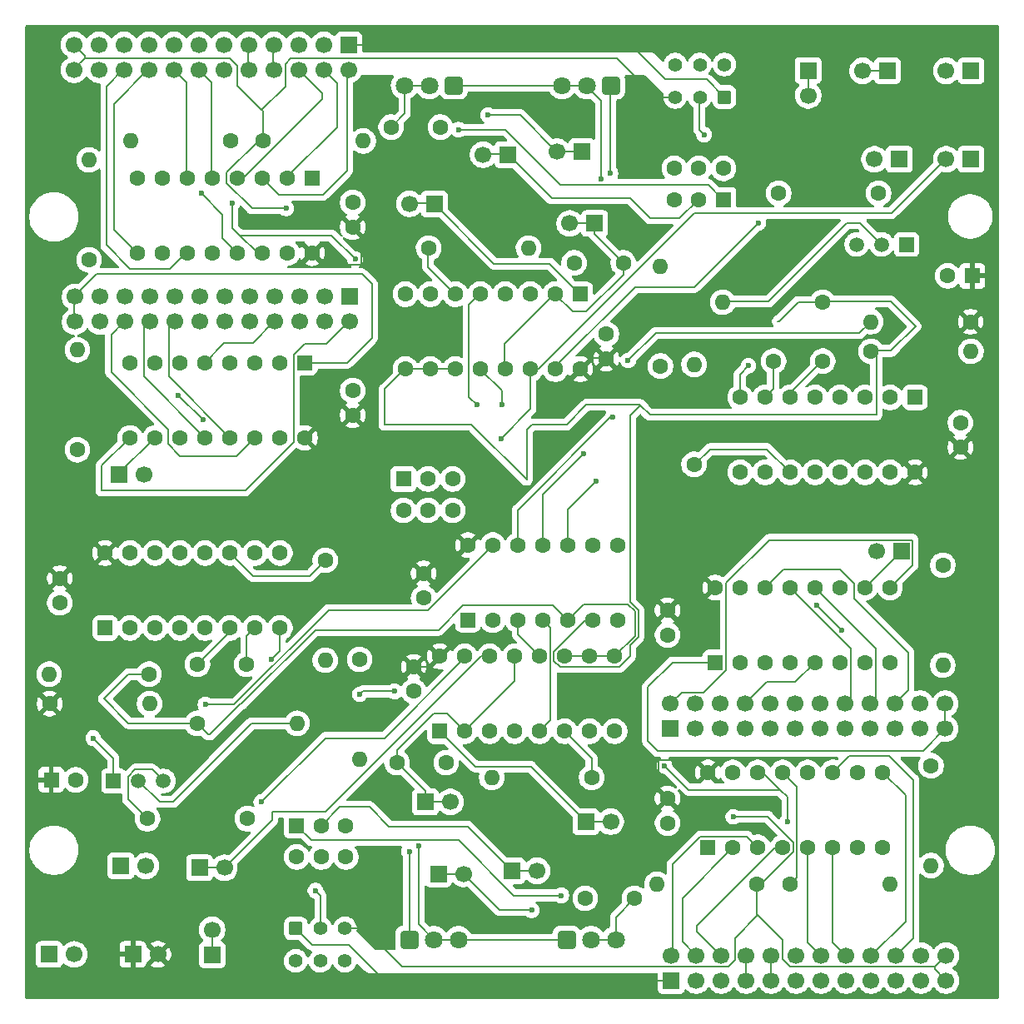
<source format=gtl>
G04 #@! TF.GenerationSoftware,KiCad,Pcbnew,9.0.2*
G04 #@! TF.CreationDate,2025-06-14T15:50:33+02:00*
G04 #@! TF.ProjectId,kleingorium,6b6c6569-6e67-46f7-9269-756d2e6b6963,rev?*
G04 #@! TF.SameCoordinates,Original*
G04 #@! TF.FileFunction,Copper,L1,Top*
G04 #@! TF.FilePolarity,Positive*
%FSLAX46Y46*%
G04 Gerber Fmt 4.6, Leading zero omitted, Abs format (unit mm)*
G04 Created by KiCad (PCBNEW 9.0.2) date 2025-06-14 15:50:33*
%MOMM*%
%LPD*%
G01*
G04 APERTURE LIST*
G04 Aperture macros list*
%AMRoundRect*
0 Rectangle with rounded corners*
0 $1 Rounding radius*
0 $2 $3 $4 $5 $6 $7 $8 $9 X,Y pos of 4 corners*
0 Add a 4 corners polygon primitive as box body*
4,1,4,$2,$3,$4,$5,$6,$7,$8,$9,$2,$3,0*
0 Add four circle primitives for the rounded corners*
1,1,$1+$1,$2,$3*
1,1,$1+$1,$4,$5*
1,1,$1+$1,$6,$7*
1,1,$1+$1,$8,$9*
0 Add four rect primitives between the rounded corners*
20,1,$1+$1,$2,$3,$4,$5,0*
20,1,$1+$1,$4,$5,$6,$7,0*
20,1,$1+$1,$6,$7,$8,$9,0*
20,1,$1+$1,$8,$9,$2,$3,0*%
G04 Aperture macros list end*
G04 #@! TA.AperFunction,ComponentPad*
%ADD10R,1.700000X1.700000*%
G04 #@! TD*
G04 #@! TA.AperFunction,ComponentPad*
%ADD11C,1.700000*%
G04 #@! TD*
G04 #@! TA.AperFunction,ComponentPad*
%ADD12RoundRect,0.250000X-0.550000X0.550000X-0.550000X-0.550000X0.550000X-0.550000X0.550000X0.550000X0*%
G04 #@! TD*
G04 #@! TA.AperFunction,ComponentPad*
%ADD13C,1.600000*%
G04 #@! TD*
G04 #@! TA.AperFunction,ComponentPad*
%ADD14R,1.500000X1.500000*%
G04 #@! TD*
G04 #@! TA.AperFunction,ComponentPad*
%ADD15C,1.500000*%
G04 #@! TD*
G04 #@! TA.AperFunction,ComponentPad*
%ADD16O,1.600000X1.600000*%
G04 #@! TD*
G04 #@! TA.AperFunction,ComponentPad*
%ADD17RoundRect,0.250000X0.550000X-0.550000X0.550000X0.550000X-0.550000X0.550000X-0.550000X-0.550000X0*%
G04 #@! TD*
G04 #@! TA.AperFunction,ComponentPad*
%ADD18RoundRect,0.250000X-0.650000X0.650000X-0.650000X-0.650000X0.650000X-0.650000X0.650000X0.650000X0*%
G04 #@! TD*
G04 #@! TA.AperFunction,ComponentPad*
%ADD19C,1.800000*%
G04 #@! TD*
G04 #@! TA.AperFunction,ComponentPad*
%ADD20R,1.600000X1.600000*%
G04 #@! TD*
G04 #@! TA.AperFunction,ComponentPad*
%ADD21RoundRect,0.250000X0.650000X-0.650000X0.650000X0.650000X-0.650000X0.650000X-0.650000X-0.650000X0*%
G04 #@! TD*
G04 #@! TA.AperFunction,ComponentPad*
%ADD22RoundRect,0.250000X-0.450000X-0.450000X0.450000X-0.450000X0.450000X0.450000X-0.450000X0.450000X0*%
G04 #@! TD*
G04 #@! TA.AperFunction,ComponentPad*
%ADD23C,1.400000*%
G04 #@! TD*
G04 #@! TA.AperFunction,ComponentPad*
%ADD24RoundRect,0.250000X0.450000X0.450000X-0.450000X0.450000X-0.450000X-0.450000X0.450000X-0.450000X0*%
G04 #@! TD*
G04 #@! TA.AperFunction,ViaPad*
%ADD25C,0.600000*%
G04 #@! TD*
G04 #@! TA.AperFunction,Conductor*
%ADD26C,0.200000*%
G04 #@! TD*
G04 APERTURE END LIST*
D10*
G04 #@! TO.P,J10,1,Pin_1*
G04 #@! TO.N,VCC*
X98430000Y-142000000D03*
D11*
G04 #@! TO.P,J10,2,Pin_2*
X100970000Y-142000000D03*
G04 #@! TD*
D12*
G04 #@! TO.P,U12,1,Q11*
G04 #@! TO.N,/4040 2/Q11*
X115940000Y-81855000D03*
D13*
G04 #@! TO.P,U12,2,Q5*
G04 #@! TO.N,/4040 2/Q5*
X113400000Y-81855000D03*
G04 #@! TO.P,U12,3,Q4*
G04 #@! TO.N,/4040 2/Q4*
X110860000Y-81855000D03*
G04 #@! TO.P,U12,4,Q6*
G04 #@! TO.N,/4040 2/Q6*
X108320000Y-81855000D03*
G04 #@! TO.P,U12,5,Q3*
G04 #@! TO.N,/4040 2/Q3*
X105780000Y-81855000D03*
G04 #@! TO.P,U12,6,Q2*
G04 #@! TO.N,/4040 2/Q2*
X103240000Y-81855000D03*
G04 #@! TO.P,U12,7,Q1*
G04 #@! TO.N,/4040 2/Q1*
X100700000Y-81855000D03*
G04 #@! TO.P,U12,8,VSS*
G04 #@! TO.N,GND*
X98160000Y-81855000D03*
G04 #@! TO.P,U12,9,Q0*
G04 #@! TO.N,/4040 2/Q0*
X98160000Y-89475000D03*
G04 #@! TO.P,U12,10,CLK*
G04 #@! TO.N,/4040 2/Clock*
X100700000Y-89475000D03*
G04 #@! TO.P,U12,11,Reset*
G04 #@! TO.N,/4040 2/Reset*
X103240000Y-89475000D03*
G04 #@! TO.P,U12,12,Q8*
G04 #@! TO.N,/4040 2/Q8*
X105780000Y-89475000D03*
G04 #@! TO.P,U12,13,Q7*
G04 #@! TO.N,/4040 2/Q7*
X108320000Y-89475000D03*
G04 #@! TO.P,U12,14,Q9*
G04 #@! TO.N,/4040 2/Q9*
X110860000Y-89475000D03*
G04 #@! TO.P,U12,15,Q10*
G04 #@! TO.N,/4040 2/Q10*
X113400000Y-89475000D03*
G04 #@! TO.P,U12,16,VDD*
G04 #@! TO.N,VCC*
X115940000Y-89475000D03*
G04 #@! TD*
D14*
G04 #@! TO.P,Q2,1,E*
G04 #@! TO.N,GND*
X177130000Y-69805000D03*
D15*
G04 #@! TO.P,Q2,2,B*
G04 #@! TO.N,Net-(Q2-B)*
X174590000Y-69805000D03*
G04 #@! TO.P,Q2,3,C*
G04 #@! TO.N,/4066/Den*
X172050000Y-69805000D03*
G04 #@! TD*
D13*
G04 #@! TO.P,R12,1*
G04 #@! TO.N,/4053/Select*
X104965000Y-118500000D03*
D16*
G04 #@! TO.P,R12,2*
G04 #@! TO.N,Net-(Q1-B)*
X115125000Y-118500000D03*
G04 #@! TD*
D13*
G04 #@! TO.P,C20,1*
G04 #@! TO.N,VCC*
X120780000Y-68025000D03*
G04 #@! TO.P,C20,2*
G04 #@! TO.N,GND*
X120780000Y-65525000D03*
G04 #@! TD*
D17*
G04 #@! TO.P,U3,1,B1*
G04 #@! TO.N,/4053/B1*
X129650000Y-119305000D03*
D13*
G04 #@! TO.P,U3,2,B0*
G04 #@! TO.N,/4046/SigIn*
X132190000Y-119305000D03*
G04 #@! TO.P,U3,3,C1*
G04 #@! TO.N,/4040/Q2*
X134730000Y-119305000D03*
G04 #@! TO.P,U3,4,C*
G04 #@! TO.N,/4053/C*
X137270000Y-119305000D03*
G04 #@! TO.P,U3,5,C0*
G04 #@! TO.N,/4040/Clock*
X139810000Y-119305000D03*
G04 #@! TO.P,U3,6,INH*
G04 #@! TO.N,Net-(U3-INH)*
X142350000Y-119305000D03*
G04 #@! TO.P,U3,7,VEE*
G04 #@! TO.N,GND*
X144890000Y-119305000D03*
G04 #@! TO.P,U3,8,VSS*
X147430000Y-119305000D03*
G04 #@! TO.P,U3,9,S3*
G04 #@! TO.N,/4053/Select*
X147430000Y-111685000D03*
G04 #@! TO.P,U3,10,S2*
X144890000Y-111685000D03*
G04 #@! TO.P,U3,11,S1*
X142350000Y-111685000D03*
G04 #@! TO.P,U3,12,A0*
G04 #@! TO.N,/4017/Clock*
X139810000Y-111685000D03*
G04 #@! TO.P,U3,13,A1*
G04 #@! TO.N,/4046/SigIn*
X137270000Y-111685000D03*
G04 #@! TO.P,U3,14,A*
G04 #@! TO.N,/4053/A*
X134730000Y-111685000D03*
G04 #@! TO.P,U3,15,B*
G04 #@! TO.N,/4053/B*
X132190000Y-111685000D03*
G04 #@! TO.P,U3,16,VDD*
G04 #@! TO.N,VCC*
X129650000Y-111685000D03*
G04 #@! TD*
G04 #@! TO.P,R1,1*
G04 #@! TO.N,Net-(U3-INH)*
X145080000Y-124000000D03*
D16*
G04 #@! TO.P,R1,2*
G04 #@! TO.N,GND*
X134920000Y-124000000D03*
G04 #@! TD*
D13*
G04 #@! TO.P,R10,1*
G04 #@! TO.N,/4017/Clock*
X179610000Y-122810000D03*
D16*
G04 #@! TO.P,R10,2*
G04 #@! TO.N,GND*
X179610000Y-132970000D03*
G04 #@! TD*
D13*
G04 #@! TO.P,R8,1*
G04 #@! TO.N,/4017/Reset*
X161890000Y-134890000D03*
D16*
G04 #@! TO.P,R8,2*
G04 #@! TO.N,GND*
X151730000Y-134890000D03*
G04 #@! TD*
D13*
G04 #@! TO.P,R26,1*
G04 #@! TO.N,/4053 2/Select*
X173510000Y-80665000D03*
D16*
G04 #@! TO.P,R26,2*
G04 #@! TO.N,GND*
X183670000Y-80665000D03*
G04 #@! TD*
D10*
G04 #@! TO.P,J2,1,Pin_1*
G04 #@! TO.N,/4040/Q0*
X153105000Y-119045000D03*
D11*
G04 #@! TO.P,J2,2,Pin_2*
X153105000Y-116505000D03*
G04 #@! TO.P,J2,3,Pin_3*
G04 #@! TO.N,/4040/Q1*
X155645000Y-119045000D03*
G04 #@! TO.P,J2,4,Pin_4*
X155645000Y-116505000D03*
G04 #@! TO.P,J2,5,Pin_5*
G04 #@! TO.N,/4040/Q2*
X158185000Y-119045000D03*
G04 #@! TO.P,J2,6,Pin_6*
X158185000Y-116505000D03*
G04 #@! TO.P,J2,7,Pin_7*
G04 #@! TO.N,/4040/Q3*
X160725000Y-119045000D03*
G04 #@! TO.P,J2,8,Pin_8*
X160725000Y-116505000D03*
G04 #@! TO.P,J2,9,Pin_9*
G04 #@! TO.N,/4040/Q4*
X163265000Y-119045000D03*
G04 #@! TO.P,J2,10,Pin_10*
X163265000Y-116505000D03*
G04 #@! TO.P,J2,11,Pin_11*
G04 #@! TO.N,/4040/Q5*
X165805000Y-119045000D03*
G04 #@! TO.P,J2,12,Pin_12*
X165805000Y-116505000D03*
G04 #@! TO.P,J2,13,Pin_13*
G04 #@! TO.N,/4040/Q6*
X168345000Y-119045000D03*
G04 #@! TO.P,J2,14,Pin_14*
X168345000Y-116505000D03*
G04 #@! TO.P,J2,15,Pin_15*
G04 #@! TO.N,/4040/Q7*
X170885000Y-119045000D03*
G04 #@! TO.P,J2,16,Pin_16*
X170885000Y-116505000D03*
G04 #@! TO.P,J2,17,Pin_17*
G04 #@! TO.N,/4040/Q8*
X173425000Y-119045000D03*
G04 #@! TO.P,J2,18,Pin_18*
X173425000Y-116505000D03*
G04 #@! TO.P,J2,19,Pin_19*
G04 #@! TO.N,/4040/Q9*
X175965000Y-119045000D03*
G04 #@! TO.P,J2,20,Pin_20*
X175965000Y-116505000D03*
G04 #@! TO.P,J2,21,Pin_21*
G04 #@! TO.N,/4040/Q10*
X178505000Y-119045000D03*
G04 #@! TO.P,J2,22,Pin_22*
X178505000Y-116505000D03*
G04 #@! TO.P,J2,23,Pin_23*
G04 #@! TO.N,/4040/Q11*
X181045000Y-119045000D03*
G04 #@! TO.P,J2,24,Pin_24*
X181045000Y-116505000D03*
G04 #@! TD*
D13*
G04 #@! TO.P,C2,1*
G04 #@! TO.N,Net-(U1-SigIn)*
X130290000Y-122500000D03*
G04 #@! TO.P,C2,2*
G04 #@! TO.N,/4046/SigIn*
X125290000Y-122500000D03*
G04 #@! TD*
G04 #@! TO.P,R7,1*
G04 #@! TO.N,/4040/Reset*
X180805000Y-102425000D03*
D16*
G04 #@! TO.P,R7,2*
G04 #@! TO.N,GND*
X180805000Y-112585000D03*
G04 #@! TD*
D13*
G04 #@! TO.P,C1,1*
G04 #@! TO.N,Net-(U1-C1)*
X105000000Y-112500000D03*
G04 #@! TO.P,C1,2*
G04 #@! TO.N,Net-(U1-C2)*
X110000000Y-112500000D03*
G04 #@! TD*
D18*
G04 #@! TO.P,R6,1,1*
G04 #@! TO.N,Net-(U1-VCOin)*
X142540000Y-140500000D03*
D19*
G04 #@! TO.P,R6,2,2*
G04 #@! TO.N,Net-(C3-Pad2)*
X145040000Y-140500000D03*
G04 #@! TO.P,R6,3,3*
X147540000Y-140500000D03*
G04 #@! TD*
D20*
G04 #@! TO.P,SW3,1,A*
G04 #@! TO.N,/4053 2/A*
X125950000Y-93650000D03*
D13*
G04 #@! TO.P,SW3,2,B*
G04 #@! TO.N,/4053/C*
X128450000Y-93650000D03*
G04 #@! TO.P,SW3,3,C*
G04 #@! TO.N,unconnected-(SW3-C-Pad3)*
X130950000Y-93650000D03*
G04 #@! TO.P,SW3,4*
G04 #@! TO.N,N/C*
X125950000Y-96850000D03*
G04 #@! TO.P,SW3,5*
X128450000Y-96850000D03*
G04 #@! TO.P,SW3,6*
X130950000Y-96850000D03*
G04 #@! TD*
D10*
G04 #@! TO.P,J5,1,Pin_1*
G04 #@! TO.N,/4046/Comp*
X137000000Y-133500000D03*
D11*
G04 #@! TO.P,J5,2,Pin_2*
X139540000Y-133500000D03*
G04 #@! TD*
D20*
G04 #@! TO.P,C10,1*
G04 #@! TO.N,VCC*
X90129900Y-124250000D03*
D13*
G04 #@! TO.P,C10,2*
G04 #@! TO.N,GND*
X92629900Y-124250000D03*
G04 #@! TD*
D17*
G04 #@! TO.P,U2,1,Q5*
G04 #@! TO.N,/4017/Q5*
X156920000Y-131115000D03*
D13*
G04 #@! TO.P,U2,2,Q1*
G04 #@! TO.N,/4017/Q1*
X159460000Y-131115000D03*
G04 #@! TO.P,U2,3,Q0*
G04 #@! TO.N,/4017/Q0*
X162000000Y-131115000D03*
G04 #@! TO.P,U2,4,Q2*
G04 #@! TO.N,/4017/Q2*
X164540000Y-131115000D03*
G04 #@! TO.P,U2,5,Q6*
G04 #@! TO.N,/4017/Q6*
X167080000Y-131115000D03*
G04 #@! TO.P,U2,6,Q7*
G04 #@! TO.N,/4017/Q7*
X169620000Y-131115000D03*
G04 #@! TO.P,U2,7,Q3*
G04 #@! TO.N,/4017/Q3*
X172160000Y-131115000D03*
G04 #@! TO.P,U2,8,VSS*
G04 #@! TO.N,GND*
X174700000Y-131115000D03*
G04 #@! TO.P,U2,9,Q8*
G04 #@! TO.N,/4017/Q8*
X174700000Y-123495000D03*
G04 #@! TO.P,U2,10,Q4*
G04 #@! TO.N,/4017/Q4*
X172160000Y-123495000D03*
G04 #@! TO.P,U2,11,Q9*
G04 #@! TO.N,/4017/Q9*
X169620000Y-123495000D03*
G04 #@! TO.P,U2,12,Cout*
G04 #@! TO.N,/4017/Q10*
X167080000Y-123495000D03*
G04 #@! TO.P,U2,13,CKEN*
G04 #@! TO.N,/4017/ClockEnable*
X164540000Y-123495000D03*
G04 #@! TO.P,U2,14,CLK*
G04 #@! TO.N,/4017/Clock*
X162000000Y-123495000D03*
G04 #@! TO.P,U2,15,Reset*
G04 #@! TO.N,/4017/Reset*
X159460000Y-123495000D03*
G04 #@! TO.P,U2,16,VDD*
G04 #@! TO.N,VCC*
X156920000Y-123495000D03*
G04 #@! TD*
D17*
G04 #@! TO.P,U1,1,PCP*
G04 #@! TO.N,unconnected-(U1-PCP-Pad1)*
X95610000Y-108805000D03*
D13*
G04 #@! TO.P,U1,2,PC1*
G04 #@! TO.N,unconnected-(U1-PC1-Pad2)*
X98150000Y-108805000D03*
G04 #@! TO.P,U1,3,RefIn*
G04 #@! TO.N,/4046/Comp*
X100690000Y-108805000D03*
G04 #@! TO.P,U1,4,FOUT*
G04 #@! TO.N,/4040/Clock*
X103230000Y-108805000D03*
G04 #@! TO.P,U1,5,Inh*
G04 #@! TO.N,Net-(U1-Inh)*
X105770000Y-108805000D03*
G04 #@! TO.P,U1,6,C1*
G04 #@! TO.N,Net-(U1-C1)*
X108310000Y-108805000D03*
G04 #@! TO.P,U1,7,C2*
G04 #@! TO.N,Net-(U1-C2)*
X110850000Y-108805000D03*
G04 #@! TO.P,U1,8,VSS*
G04 #@! TO.N,GND*
X113390000Y-108805000D03*
G04 #@! TO.P,U1,9,VCOin*
G04 #@! TO.N,Net-(U1-VCOin)*
X113390000Y-101185000D03*
G04 #@! TO.P,U1,10,SFout*
G04 #@! TO.N,unconnected-(U1-SFout-Pad10)*
X110850000Y-101185000D03*
G04 #@! TO.P,U1,11,R1*
G04 #@! TO.N,Net-(U1-R1)*
X108310000Y-101185000D03*
G04 #@! TO.P,U1,12,R2*
G04 #@! TO.N,unconnected-(U1-R2-Pad12)*
X105770000Y-101185000D03*
G04 #@! TO.P,U1,13,PC2*
G04 #@! TO.N,Net-(U1-PC2)*
X103230000Y-101185000D03*
G04 #@! TO.P,U1,14,SigIn*
G04 #@! TO.N,Net-(U1-SigIn)*
X100690000Y-101185000D03*
G04 #@! TO.P,U1,15,ZOUT*
G04 #@! TO.N,unconnected-(U1-ZOUT-Pad15)*
X98150000Y-101185000D03*
G04 #@! TO.P,U1,16,VDD*
G04 #@! TO.N,VCC*
X95610000Y-101185000D03*
G04 #@! TD*
D10*
G04 #@! TO.P,J7,1,Pin_1*
G04 #@! TO.N,/4053/C*
X97225000Y-133000000D03*
D11*
G04 #@! TO.P,J7,2,Pin_2*
X99765000Y-133000000D03*
G04 #@! TD*
D20*
G04 #@! TO.P,SW2,1,A*
G04 #@! TO.N,/4053/B1*
X115092500Y-128900000D03*
D13*
G04 #@! TO.P,SW2,2,B*
G04 #@! TO.N,/4046/Comp*
X117592500Y-128900000D03*
G04 #@! TO.P,SW2,3,C*
G04 #@! TO.N,unconnected-(SW2-C-Pad3)*
X120092500Y-128900000D03*
G04 #@! TO.P,SW2,4*
G04 #@! TO.N,N/C*
X115092500Y-132100000D03*
G04 #@! TO.P,SW2,5*
X117592500Y-132100000D03*
G04 #@! TO.P,SW2,6*
X120092500Y-132100000D03*
G04 #@! TD*
D10*
G04 #@! TO.P,J9,1,Pin_1*
G04 #@! TO.N,/4046/SigIn*
X128195000Y-126500000D03*
D11*
G04 #@! TO.P,J9,2,Pin_2*
X130735000Y-126500000D03*
G04 #@! TD*
D13*
G04 #@! TO.P,C8,1*
G04 #@! TO.N,Net-(U15-C1)*
X168590000Y-81665000D03*
G04 #@! TO.P,C8,2*
G04 #@! TO.N,Net-(U15-C2)*
X163590000Y-81665000D03*
G04 #@! TD*
G04 #@! TO.P,R14,1*
G04 #@! TO.N,VCC*
X183630000Y-77665000D03*
D16*
G04 #@! TO.P,R14,2*
G04 #@! TO.N,/4066/Den*
X173470000Y-77665000D03*
G04 #@! TD*
D10*
G04 #@! TO.P,J3,1,Pin_1*
G04 #@! TO.N,/4040/Clock*
X176580000Y-101005000D03*
D11*
G04 #@! TO.P,J3,2,Pin_2*
G04 #@! TO.N,/4040/Reset*
X174040000Y-101005000D03*
G04 #@! TD*
D10*
G04 #@! TO.P,J15,1,Pin_1*
G04 #@! TO.N,/4046 2/SigIn*
X145395000Y-67665000D03*
D11*
G04 #@! TO.P,J15,2,Pin_2*
X142855000Y-67665000D03*
G04 #@! TD*
D21*
G04 #@! TO.P,R34,1,1*
G04 #@! TO.N,Net-(U15-VCOin)*
X131070000Y-53640000D03*
D19*
G04 #@! TO.P,R34,2,2*
G04 #@! TO.N,Net-(C9-Pad2)*
X128570000Y-53640000D03*
G04 #@! TO.P,R34,3,3*
X126070000Y-53640000D03*
G04 #@! TD*
D13*
G04 #@! TO.P,R2,1*
G04 #@! TO.N,/4053/Select*
X100080000Y-113500000D03*
D16*
G04 #@! TO.P,R2,2*
G04 #@! TO.N,GND*
X89920000Y-113500000D03*
G04 #@! TD*
D13*
G04 #@! TO.P,C17,1*
G04 #@! TO.N,VCC*
X182590000Y-90415000D03*
G04 #@! TO.P,C17,2*
G04 #@! TO.N,GND*
X182590000Y-87915000D03*
G04 #@! TD*
D10*
G04 #@! TO.P,J22,1,Pin_1*
G04 #@! TO.N,/4017 2/Q0*
X120400000Y-49500000D03*
D11*
G04 #@! TO.P,J22,2,Pin_2*
X120400000Y-52040000D03*
G04 #@! TO.P,J22,3,Pin_3*
G04 #@! TO.N,/4017 2/Q1*
X117860000Y-49500000D03*
G04 #@! TO.P,J22,4,Pin_4*
X117860000Y-52040000D03*
G04 #@! TO.P,J22,5,Pin_5*
G04 #@! TO.N,/4017 2/Q2*
X115320000Y-49500000D03*
G04 #@! TO.P,J22,6,Pin_6*
X115320000Y-52040000D03*
G04 #@! TO.P,J22,7,Pin_7*
G04 #@! TO.N,/4017 2/Q3*
X112780000Y-49500000D03*
G04 #@! TO.P,J22,8,Pin_8*
X112780000Y-52040000D03*
G04 #@! TO.P,J22,9,Pin_9*
G04 #@! TO.N,/4017 2/Q4*
X110240000Y-49500000D03*
G04 #@! TO.P,J22,10,Pin_10*
X110240000Y-52040000D03*
G04 #@! TO.P,J22,11,Pin_11*
G04 #@! TO.N,/4017 2/Q5*
X107700000Y-49500000D03*
G04 #@! TO.P,J22,12,Pin_12*
X107700000Y-52040000D03*
G04 #@! TO.P,J22,13,Pin_13*
G04 #@! TO.N,/4017 2/Q6*
X105160000Y-49500000D03*
G04 #@! TO.P,J22,14,Pin_14*
X105160000Y-52040000D03*
G04 #@! TO.P,J22,15,Pin_15*
G04 #@! TO.N,/4017 2/Q7*
X102620000Y-49500000D03*
G04 #@! TO.P,J22,16,Pin_16*
X102620000Y-52040000D03*
G04 #@! TO.P,J22,17,Pin_17*
G04 #@! TO.N,/4017 2/Q8*
X100080000Y-49500000D03*
G04 #@! TO.P,J22,18,Pin_18*
X100080000Y-52040000D03*
G04 #@! TO.P,J22,19,Pin_19*
G04 #@! TO.N,/4017 2/Q9*
X97540000Y-49500000D03*
G04 #@! TO.P,J22,20,Pin_20*
X97540000Y-52040000D03*
G04 #@! TO.P,J22,21,Pin_21*
G04 #@! TO.N,/4017 2/Q10*
X95000000Y-49500000D03*
G04 #@! TO.P,J22,22,Pin_22*
X95000000Y-52040000D03*
G04 #@! TO.P,J22,23,Pin_23*
G04 #@! TO.N,/4017 2/Reset*
X92460000Y-49500000D03*
G04 #@! TO.P,J22,24,Pin_24*
X92460000Y-52040000D03*
G04 #@! TD*
D10*
G04 #@! TO.P,J13,1,Pin_1*
G04 #@! TO.N,/4053 2/Select*
X167110000Y-52100000D03*
D11*
G04 #@! TO.P,J13,2,Pin_2*
X167110000Y-54640000D03*
G04 #@! TD*
D13*
G04 #@! TO.P,C19,1*
G04 #@! TO.N,VCC*
X146590000Y-81415000D03*
G04 #@! TO.P,C19,2*
G04 #@! TO.N,GND*
X146590000Y-78915000D03*
G04 #@! TD*
G04 #@! TO.P,R9,1*
G04 #@! TO.N,/4017/ClockEnable*
X165230000Y-134890000D03*
D16*
G04 #@! TO.P,R9,2*
G04 #@! TO.N,GND*
X175390000Y-134890000D03*
G04 #@! TD*
D13*
G04 #@! TO.P,R32,1*
G04 #@! TO.N,Net-(U15-Inh)*
X152090000Y-82165000D03*
D16*
G04 #@! TO.P,R32,2*
G04 #@! TO.N,GND*
X152090000Y-72005000D03*
G04 #@! TD*
D10*
G04 #@! TO.P,J11,1,Pin_1*
G04 #@! TO.N,GND*
X89930000Y-142000000D03*
D11*
G04 #@! TO.P,J11,2,Pin_2*
X92470000Y-142000000D03*
G04 #@! TD*
D12*
G04 #@! TO.P,U14,1,Q5*
G04 #@! TO.N,/4017 2/Q5*
X116670000Y-63050000D03*
D13*
G04 #@! TO.P,U14,2,Q1*
G04 #@! TO.N,/4017 2/Q1*
X114130000Y-63050000D03*
G04 #@! TO.P,U14,3,Q0*
G04 #@! TO.N,/4017 2/Q0*
X111590000Y-63050000D03*
G04 #@! TO.P,U14,4,Q2*
G04 #@! TO.N,/4017 2/Q2*
X109050000Y-63050000D03*
G04 #@! TO.P,U14,5,Q6*
G04 #@! TO.N,/4017 2/Q6*
X106510000Y-63050000D03*
G04 #@! TO.P,U14,6,Q7*
G04 #@! TO.N,/4017 2/Q7*
X103970000Y-63050000D03*
G04 #@! TO.P,U14,7,Q3*
G04 #@! TO.N,/4017 2/Q3*
X101430000Y-63050000D03*
G04 #@! TO.P,U14,8,VSS*
G04 #@! TO.N,GND*
X98890000Y-63050000D03*
G04 #@! TO.P,U14,9,Q8*
G04 #@! TO.N,/4017 2/Q8*
X98890000Y-70670000D03*
G04 #@! TO.P,U14,10,Q4*
G04 #@! TO.N,/4017 2/Q4*
X101430000Y-70670000D03*
G04 #@! TO.P,U14,11,Q9*
G04 #@! TO.N,/4017 2/Q9*
X103970000Y-70670000D03*
G04 #@! TO.P,U14,12,Cout*
G04 #@! TO.N,/4017 2/Q10*
X106510000Y-70670000D03*
G04 #@! TO.P,U14,13,CKEN*
G04 #@! TO.N,/4017 2/ClockEnable*
X109050000Y-70670000D03*
G04 #@! TO.P,U14,14,CLK*
G04 #@! TO.N,/4017 2/Clock*
X111590000Y-70670000D03*
G04 #@! TO.P,U14,15,Reset*
G04 #@! TO.N,/4017 2/Reset*
X114130000Y-70670000D03*
G04 #@! TO.P,U14,16,VDD*
G04 #@! TO.N,VCC*
X116670000Y-70670000D03*
G04 #@! TD*
D20*
G04 #@! TO.P,SW5,1,A*
G04 #@! TO.N,/4053 2/B1*
X158497500Y-65265000D03*
D13*
G04 #@! TO.P,SW5,2,B*
G04 #@! TO.N,/4046 2/Comp*
X155997500Y-65265000D03*
G04 #@! TO.P,SW5,3,C*
G04 #@! TO.N,unconnected-(SW5-C-Pad3)*
X153497500Y-65265000D03*
G04 #@! TO.P,SW5,4*
G04 #@! TO.N,N/C*
X158497500Y-62065000D03*
G04 #@! TO.P,SW5,5*
X155997500Y-62065000D03*
G04 #@! TO.P,SW5,6*
X153497500Y-62065000D03*
G04 #@! TD*
D10*
G04 #@! TO.P,J24,1,Pin_1*
G04 #@! TO.N,Net-(J24-Pin_1)*
X183680000Y-52140000D03*
D11*
G04 #@! TO.P,J24,2,Pin_2*
X181140000Y-52140000D03*
G04 #@! TD*
D10*
G04 #@! TO.P,J14,1,Pin_1*
G04 #@! TO.N,/4053 2/A*
X183680000Y-61140000D03*
D11*
G04 #@! TO.P,J14,2,Pin_2*
X181140000Y-61140000D03*
G04 #@! TD*
D13*
G04 #@! TO.P,C14,1*
G04 #@! TO.N,VCC*
X127000000Y-112750000D03*
G04 #@! TO.P,C14,2*
G04 #@! TO.N,GND*
X127000000Y-115250000D03*
G04 #@! TD*
G04 #@! TO.P,R30,1*
G04 #@! TO.N,Net-(U15-R1)*
X155500000Y-92160000D03*
D16*
G04 #@! TO.P,R30,2*
G04 #@! TO.N,GND*
X155500000Y-82000000D03*
G04 #@! TD*
D13*
G04 #@! TO.P,C15,1*
G04 #@! TO.N,VCC*
X91000000Y-103750000D03*
G04 #@! TO.P,C15,2*
G04 #@! TO.N,GND*
X91000000Y-106250000D03*
G04 #@! TD*
G04 #@! TO.P,R28,1*
G04 #@! TO.N,/4017 2/ClockEnable*
X108360000Y-59275000D03*
D16*
G04 #@! TO.P,R28,2*
G04 #@! TO.N,GND*
X98200000Y-59275000D03*
G04 #@! TD*
D10*
G04 #@! TO.P,J6,1,Pin_1*
G04 #@! TO.N,/4053/Select*
X106500000Y-142040000D03*
D11*
G04 #@! TO.P,J6,2,Pin_2*
X106500000Y-139500000D03*
G04 #@! TD*
D22*
G04 #@! TO.P,SW1,1,A*
G04 #@! TO.N,/4017/Q0*
X115000000Y-139357500D03*
D23*
G04 #@! TO.P,SW1,2,B*
G04 #@! TO.N,/4053/B*
X117500000Y-139357500D03*
G04 #@! TO.P,SW1,3,C*
G04 #@! TO.N,/4017/Reset*
X120000000Y-139357500D03*
G04 #@! TO.P,SW1,4*
G04 #@! TO.N,N/C*
X120000000Y-142657500D03*
G04 #@! TO.P,SW1,5*
X117500000Y-142657500D03*
G04 #@! TO.P,SW1,6*
X115000000Y-142657500D03*
G04 #@! TD*
D10*
G04 #@! TO.P,J21,1,Pin_1*
G04 #@! TO.N,/4040 2/Q0*
X120485000Y-75120000D03*
D11*
G04 #@! TO.P,J21,2,Pin_2*
X120485000Y-77660000D03*
G04 #@! TO.P,J21,3,Pin_3*
G04 #@! TO.N,/4040 2/Q1*
X117945000Y-75120000D03*
G04 #@! TO.P,J21,4,Pin_4*
X117945000Y-77660000D03*
G04 #@! TO.P,J21,5,Pin_5*
G04 #@! TO.N,/4040 2/Q2*
X115405000Y-75120000D03*
G04 #@! TO.P,J21,6,Pin_6*
X115405000Y-77660000D03*
G04 #@! TO.P,J21,7,Pin_7*
G04 #@! TO.N,/4040 2/Q3*
X112865000Y-75120000D03*
G04 #@! TO.P,J21,8,Pin_8*
X112865000Y-77660000D03*
G04 #@! TO.P,J21,9,Pin_9*
G04 #@! TO.N,/4040 2/Q4*
X110325000Y-75120000D03*
G04 #@! TO.P,J21,10,Pin_10*
X110325000Y-77660000D03*
G04 #@! TO.P,J21,11,Pin_11*
G04 #@! TO.N,/4040 2/Q5*
X107785000Y-75120000D03*
G04 #@! TO.P,J21,12,Pin_12*
X107785000Y-77660000D03*
G04 #@! TO.P,J21,13,Pin_13*
G04 #@! TO.N,/4040 2/Q6*
X105245000Y-75120000D03*
G04 #@! TO.P,J21,14,Pin_14*
X105245000Y-77660000D03*
G04 #@! TO.P,J21,15,Pin_15*
G04 #@! TO.N,/4040 2/Q7*
X102705000Y-75120000D03*
G04 #@! TO.P,J21,16,Pin_16*
X102705000Y-77660000D03*
G04 #@! TO.P,J21,17,Pin_17*
G04 #@! TO.N,/4040 2/Q8*
X100165000Y-75120000D03*
G04 #@! TO.P,J21,18,Pin_18*
X100165000Y-77660000D03*
G04 #@! TO.P,J21,19,Pin_19*
G04 #@! TO.N,/4040 2/Q9*
X97625000Y-75120000D03*
G04 #@! TO.P,J21,20,Pin_20*
X97625000Y-77660000D03*
G04 #@! TO.P,J21,21,Pin_21*
G04 #@! TO.N,/4040 2/Q10*
X95085000Y-75120000D03*
G04 #@! TO.P,J21,22,Pin_22*
X95085000Y-77660000D03*
G04 #@! TO.P,J21,23,Pin_23*
G04 #@! TO.N,/4040 2/Q11*
X92545000Y-75120000D03*
G04 #@! TO.P,J21,24,Pin_24*
X92545000Y-77660000D03*
G04 #@! TD*
D18*
G04 #@! TO.P,R5,1,1*
G04 #@! TO.N,Net-(U1-PC2)*
X126540000Y-140500000D03*
D19*
G04 #@! TO.P,R5,2,2*
G04 #@! TO.N,Net-(U1-VCOin)*
X129040000Y-140500000D03*
G04 #@! TO.P,R5,3,3*
X131540000Y-140500000D03*
G04 #@! TD*
D17*
G04 #@! TO.P,U4,1,Q11*
G04 #@! TO.N,/4040/Q11*
X157650000Y-112310000D03*
D13*
G04 #@! TO.P,U4,2,Q5*
G04 #@! TO.N,/4040/Q5*
X160190000Y-112310000D03*
G04 #@! TO.P,U4,3,Q4*
G04 #@! TO.N,/4040/Q4*
X162730000Y-112310000D03*
G04 #@! TO.P,U4,4,Q6*
G04 #@! TO.N,/4040/Q6*
X165270000Y-112310000D03*
G04 #@! TO.P,U4,5,Q3*
G04 #@! TO.N,/4040/Q3*
X167810000Y-112310000D03*
G04 #@! TO.P,U4,6,Q2*
G04 #@! TO.N,/4040/Q2*
X170350000Y-112310000D03*
G04 #@! TO.P,U4,7,Q1*
G04 #@! TO.N,/4040/Q1*
X172890000Y-112310000D03*
G04 #@! TO.P,U4,8,VSS*
G04 #@! TO.N,GND*
X175430000Y-112310000D03*
G04 #@! TO.P,U4,9,Q0*
G04 #@! TO.N,/4040/Q0*
X175430000Y-104690000D03*
G04 #@! TO.P,U4,10,CLK*
G04 #@! TO.N,/4040/Clock*
X172890000Y-104690000D03*
G04 #@! TO.P,U4,11,Reset*
G04 #@! TO.N,/4040/Reset*
X170350000Y-104690000D03*
G04 #@! TO.P,U4,12,Q8*
G04 #@! TO.N,/4040/Q8*
X167810000Y-104690000D03*
G04 #@! TO.P,U4,13,Q7*
G04 #@! TO.N,/4040/Q7*
X165270000Y-104690000D03*
G04 #@! TO.P,U4,14,Q9*
G04 #@! TO.N,/4040/Q9*
X162730000Y-104690000D03*
G04 #@! TO.P,U4,15,Q10*
G04 #@! TO.N,/4040/Q10*
X160190000Y-104690000D03*
G04 #@! TO.P,U4,16,VDD*
G04 #@! TO.N,VCC*
X157650000Y-104690000D03*
G04 #@! TD*
G04 #@! TO.P,C7,1*
G04 #@! TO.N,Net-(U15-SigIn)*
X143300000Y-71665000D03*
G04 #@! TO.P,C7,2*
G04 #@! TO.N,/4046 2/SigIn*
X148300000Y-71665000D03*
G04 #@! TD*
G04 #@! TO.P,R11,1*
G04 #@! TO.N,VCC*
X89960000Y-116500000D03*
D16*
G04 #@! TO.P,R11,2*
G04 #@! TO.N,/4066/Aen*
X100120000Y-116500000D03*
G04 #@! TD*
D10*
G04 #@! TO.P,J12,1,Pin_1*
G04 #@! TO.N,/4053/B1*
X144500000Y-128500000D03*
D11*
G04 #@! TO.P,J12,2,Pin_2*
X147040000Y-128500000D03*
G04 #@! TD*
D13*
G04 #@! TO.P,R27,1*
G04 #@! TO.N,/4040 2/Reset*
X92785000Y-90680000D03*
D16*
G04 #@! TO.P,R27,2*
G04 #@! TO.N,GND*
X92785000Y-80520000D03*
G04 #@! TD*
D21*
G04 #@! TO.P,R33,1,1*
G04 #@! TO.N,Net-(U15-PC2)*
X147070000Y-53640000D03*
D19*
G04 #@! TO.P,R33,2,2*
G04 #@! TO.N,Net-(U15-VCOin)*
X144570000Y-53640000D03*
G04 #@! TO.P,R33,3,3*
X142070000Y-53640000D03*
G04 #@! TD*
D14*
G04 #@! TO.P,Q1,1,E*
G04 #@! TO.N,GND*
X96460000Y-124360000D03*
D15*
G04 #@! TO.P,Q1,2,B*
G04 #@! TO.N,Net-(Q1-B)*
X99000000Y-124360000D03*
G04 #@! TO.P,Q1,3,C*
G04 #@! TO.N,/4066/Aen*
X101540000Y-124360000D03*
G04 #@! TD*
D10*
G04 #@! TO.P,J4,1,Pin_1*
G04 #@! TO.N,/4040/Clock*
X129500000Y-133805000D03*
D11*
G04 #@! TO.P,J4,2,Pin_2*
X132040000Y-133805000D03*
G04 #@! TD*
D12*
G04 #@! TO.P,U15,1,PCP*
G04 #@! TO.N,unconnected-(U15-PCP-Pad1)*
X177980000Y-85360000D03*
D13*
G04 #@! TO.P,U15,2,PC1*
G04 #@! TO.N,unconnected-(U15-PC1-Pad2)*
X175440000Y-85360000D03*
G04 #@! TO.P,U15,3,RefIn*
G04 #@! TO.N,/4046 2/Comp*
X172900000Y-85360000D03*
G04 #@! TO.P,U15,4,FOUT*
G04 #@! TO.N,/4040 2/Clock*
X170360000Y-85360000D03*
G04 #@! TO.P,U15,5,Inh*
G04 #@! TO.N,Net-(U15-Inh)*
X167820000Y-85360000D03*
G04 #@! TO.P,U15,6,C1*
G04 #@! TO.N,Net-(U15-C1)*
X165280000Y-85360000D03*
G04 #@! TO.P,U15,7,C2*
G04 #@! TO.N,Net-(U15-C2)*
X162740000Y-85360000D03*
G04 #@! TO.P,U15,8,VSS*
G04 #@! TO.N,GND*
X160200000Y-85360000D03*
G04 #@! TO.P,U15,9,VCOin*
G04 #@! TO.N,Net-(U15-VCOin)*
X160200000Y-92980000D03*
G04 #@! TO.P,U15,10,SFout*
G04 #@! TO.N,unconnected-(U15-SFout-Pad10)*
X162740000Y-92980000D03*
G04 #@! TO.P,U15,11,R1*
G04 #@! TO.N,Net-(U15-R1)*
X165280000Y-92980000D03*
G04 #@! TO.P,U15,12,R2*
G04 #@! TO.N,unconnected-(U15-R2-Pad12)*
X167820000Y-92980000D03*
G04 #@! TO.P,U15,13,PC2*
G04 #@! TO.N,Net-(U15-PC2)*
X170360000Y-92980000D03*
G04 #@! TO.P,U15,14,SigIn*
G04 #@! TO.N,Net-(U15-SigIn)*
X172900000Y-92980000D03*
G04 #@! TO.P,U15,15,ZOUT*
G04 #@! TO.N,unconnected-(U15-ZOUT-Pad15)*
X175440000Y-92980000D03*
G04 #@! TO.P,U15,16,VDD*
G04 #@! TO.N,VCC*
X177980000Y-92980000D03*
G04 #@! TD*
G04 #@! TO.P,R3,1*
G04 #@! TO.N,Net-(U1-Inh)*
X121500000Y-112000000D03*
D16*
G04 #@! TO.P,R3,2*
G04 #@! TO.N,GND*
X121500000Y-122160000D03*
G04 #@! TD*
D13*
G04 #@! TO.P,R31,1*
G04 #@! TO.N,/4017 2/Reset*
X111700000Y-59275000D03*
D16*
G04 #@! TO.P,R31,2*
G04 #@! TO.N,GND*
X121860000Y-59275000D03*
G04 #@! TD*
D13*
G04 #@! TO.P,R29,1*
G04 #@! TO.N,Net-(U13-INH)*
X128510000Y-70165000D03*
D16*
G04 #@! TO.P,R29,2*
G04 #@! TO.N,GND*
X138670000Y-70165000D03*
G04 #@! TD*
D10*
G04 #@! TO.P,J16,1,Pin_1*
G04 #@! TO.N,/4046 2/Comp*
X136590000Y-60665000D03*
D11*
G04 #@! TO.P,J16,2,Pin_2*
X134050000Y-60665000D03*
G04 #@! TD*
D13*
G04 #@! TO.P,C9,1*
G04 #@! TO.N,GND*
X129700000Y-57860000D03*
G04 #@! TO.P,C9,2*
G04 #@! TO.N,Net-(C9-Pad2)*
X124700000Y-57860000D03*
G04 #@! TD*
G04 #@! TO.P,C16,1*
G04 #@! TO.N,VCC*
X120785000Y-87160000D03*
G04 #@! TO.P,C16,2*
G04 #@! TO.N,GND*
X120785000Y-84660000D03*
G04 #@! TD*
D20*
G04 #@! TO.P,C18,1*
G04 #@! TO.N,VCC*
X183805113Y-73000000D03*
D13*
G04 #@! TO.P,C18,2*
G04 #@! TO.N,GND*
X181305113Y-73000000D03*
G04 #@! TD*
G04 #@! TO.P,R25,1*
G04 #@! TO.N,/4017 2/Clock*
X93980000Y-71355000D03*
D16*
G04 #@! TO.P,R25,2*
G04 #@! TO.N,GND*
X93980000Y-61195000D03*
G04 #@! TD*
D10*
G04 #@! TO.P,J19,1,Pin_1*
G04 #@! TO.N,/4040 2/Clock*
X144090000Y-60360000D03*
D11*
G04 #@! TO.P,J19,2,Pin_2*
X141550000Y-60360000D03*
G04 #@! TD*
D13*
G04 #@! TO.P,C3,1*
G04 #@! TO.N,GND*
X144445000Y-136305000D03*
G04 #@! TO.P,C3,2*
G04 #@! TO.N,Net-(C3-Pad2)*
X149445000Y-136305000D03*
G04 #@! TD*
G04 #@! TO.P,C12,1*
G04 #@! TO.N,VCC*
X152805000Y-107005000D03*
G04 #@! TO.P,C12,2*
G04 #@! TO.N,GND*
X152805000Y-109505000D03*
G04 #@! TD*
D24*
G04 #@! TO.P,SW4,1,A*
G04 #@! TO.N,/4017 2/Q0*
X158590000Y-54807500D03*
D23*
G04 #@! TO.P,SW4,2,B*
G04 #@! TO.N,/4053 2/B*
X156090000Y-54807500D03*
G04 #@! TO.P,SW4,3,C*
G04 #@! TO.N,/4017 2/Reset*
X153590000Y-54807500D03*
G04 #@! TO.P,SW4,4*
G04 #@! TO.N,N/C*
X153590000Y-51507500D03*
G04 #@! TO.P,SW4,5*
X156090000Y-51507500D03*
G04 #@! TO.P,SW4,6*
X158590000Y-51507500D03*
G04 #@! TD*
D17*
G04 #@! TO.P,U5,1*
G04 #@! TO.N,/4053/B1*
X132500000Y-108000000D03*
D13*
G04 #@! TO.P,U5,2*
G04 #@! TO.N,/4040/Q2*
X135040000Y-108000000D03*
G04 #@! TO.P,U5,3*
G04 #@! TO.N,/4017/Clock*
X137580000Y-108000000D03*
G04 #@! TO.P,U5,4*
G04 #@! TO.N,/4040/Clock*
X140120000Y-108000000D03*
G04 #@! TO.P,U5,5*
G04 #@! TO.N,/4053/Select*
X142660000Y-108000000D03*
G04 #@! TO.P,U5,6*
G04 #@! TO.N,/4053 2/Select*
X145200000Y-108000000D03*
G04 #@! TO.P,U5,7,V_{SS}*
G04 #@! TO.N,GND*
X147740000Y-108000000D03*
G04 #@! TO.P,U5,8*
G04 #@! TO.N,/4040 2/Clock*
X147740000Y-100380000D03*
G04 #@! TO.P,U5,9*
G04 #@! TO.N,/4017 2/Clock*
X145200000Y-100380000D03*
G04 #@! TO.P,U5,10*
G04 #@! TO.N,/4040 2/Q2*
X142660000Y-100380000D03*
G04 #@! TO.P,U5,11*
G04 #@! TO.N,/4053 2/B1*
X140120000Y-100380000D03*
G04 #@! TO.P,U5,12*
G04 #@! TO.N,/4066/Den*
X137580000Y-100380000D03*
G04 #@! TO.P,U5,13*
G04 #@! TO.N,/4066/Aen*
X135040000Y-100380000D03*
G04 #@! TO.P,U5,14,V_{DD}*
G04 #@! TO.N,VCC*
X132500000Y-100380000D03*
G04 #@! TD*
G04 #@! TO.P,C11,1*
G04 #@! TO.N,VCC*
X128000000Y-103250000D03*
G04 #@! TO.P,C11,2*
G04 #@! TO.N,GND*
X128000000Y-105750000D03*
G04 #@! TD*
D10*
G04 #@! TO.P,J17,1,Pin_1*
G04 #@! TO.N,/4053 2/C*
X176385000Y-61140000D03*
D11*
G04 #@! TO.P,J17,2,Pin_2*
X173845000Y-61140000D03*
G04 #@! TD*
D13*
G04 #@! TO.P,R16,1*
G04 #@! TO.N,GND*
X164120000Y-64600000D03*
G04 #@! TO.P,R16,2*
G04 #@! TO.N,/4066/Den*
X174280000Y-64600000D03*
G04 #@! TD*
D10*
G04 #@! TO.P,J20,1,Pin_1*
G04 #@! TO.N,/4040 2/Clock*
X97010000Y-93160000D03*
D11*
G04 #@! TO.P,J20,2,Pin_2*
G04 #@! TO.N,/4040 2/Reset*
X99550000Y-93160000D03*
G04 #@! TD*
D13*
G04 #@! TO.P,R13,1*
G04 #@! TO.N,/4053 2/Select*
X168580000Y-75665000D03*
D16*
G04 #@! TO.P,R13,2*
G04 #@! TO.N,Net-(Q2-B)*
X158420000Y-75665000D03*
G04 #@! TD*
D10*
G04 #@! TO.P,J18,1,Pin_1*
G04 #@! TO.N,/4053 2/B1*
X129090000Y-65665000D03*
D11*
G04 #@! TO.P,J18,2,Pin_2*
X126550000Y-65665000D03*
G04 #@! TD*
D13*
G04 #@! TO.P,R15,1*
G04 #@! TO.N,/4066/Aen*
X99920000Y-128200000D03*
G04 #@! TO.P,R15,2*
G04 #@! TO.N,GND*
X110080000Y-128200000D03*
G04 #@! TD*
D10*
G04 #@! TO.P,J8,1,Pin_1*
G04 #@! TO.N,/4053/A*
X105200000Y-133200000D03*
D11*
G04 #@! TO.P,J8,2,Pin_2*
X107740000Y-133200000D03*
G04 #@! TD*
D10*
G04 #@! TO.P,J23,1,Pin_1*
G04 #@! TO.N,Net-(J23-Pin_1)*
X175180000Y-52140000D03*
D11*
G04 #@! TO.P,J23,2,Pin_2*
X172640000Y-52140000D03*
G04 #@! TD*
D12*
G04 #@! TO.P,U13,1,B1*
G04 #@! TO.N,/4053 2/B1*
X143940000Y-74860000D03*
D13*
G04 #@! TO.P,U13,2,B0*
G04 #@! TO.N,/4046 2/SigIn*
X141400000Y-74860000D03*
G04 #@! TO.P,U13,3,C1*
G04 #@! TO.N,/4040 2/Q2*
X138860000Y-74860000D03*
G04 #@! TO.P,U13,4,C*
G04 #@! TO.N,/4053 2/C*
X136320000Y-74860000D03*
G04 #@! TO.P,U13,5,C0*
G04 #@! TO.N,/4040 2/Clock*
X133780000Y-74860000D03*
G04 #@! TO.P,U13,6,INH*
G04 #@! TO.N,Net-(U13-INH)*
X131240000Y-74860000D03*
G04 #@! TO.P,U13,7,VEE*
G04 #@! TO.N,GND*
X128700000Y-74860000D03*
G04 #@! TO.P,U13,8,VSS*
X126160000Y-74860000D03*
G04 #@! TO.P,U13,9,S3*
G04 #@! TO.N,/4053 2/Select*
X126160000Y-82480000D03*
G04 #@! TO.P,U13,10,S2*
X128700000Y-82480000D03*
G04 #@! TO.P,U13,11,S1*
X131240000Y-82480000D03*
G04 #@! TO.P,U13,12,A0*
G04 #@! TO.N,/4017 2/Clock*
X133780000Y-82480000D03*
G04 #@! TO.P,U13,13,A1*
G04 #@! TO.N,/4046 2/SigIn*
X136320000Y-82480000D03*
G04 #@! TO.P,U13,14,A*
G04 #@! TO.N,/4053 2/A*
X138860000Y-82480000D03*
G04 #@! TO.P,U13,15,B*
G04 #@! TO.N,/4053 2/B*
X141400000Y-82480000D03*
G04 #@! TO.P,U13,16,VDD*
G04 #@! TO.N,VCC*
X143940000Y-82480000D03*
G04 #@! TD*
G04 #@! TO.P,C13,1*
G04 #@! TO.N,VCC*
X152810000Y-126140000D03*
G04 #@! TO.P,C13,2*
G04 #@! TO.N,GND*
X152810000Y-128640000D03*
G04 #@! TD*
G04 #@! TO.P,R4,1*
G04 #@! TO.N,Net-(U1-R1)*
X118000000Y-101920000D03*
D16*
G04 #@! TO.P,R4,2*
G04 #@! TO.N,GND*
X118000000Y-112080000D03*
G04 #@! TD*
D10*
G04 #@! TO.P,J1,1,Pin_1*
G04 #@! TO.N,/4017/Q0*
X153190000Y-144665000D03*
D11*
G04 #@! TO.P,J1,2,Pin_2*
X153190000Y-142125000D03*
G04 #@! TO.P,J1,3,Pin_3*
G04 #@! TO.N,/4017/Q1*
X155730000Y-144665000D03*
G04 #@! TO.P,J1,4,Pin_4*
X155730000Y-142125000D03*
G04 #@! TO.P,J1,5,Pin_5*
G04 #@! TO.N,/4017/Q2*
X158270000Y-144665000D03*
G04 #@! TO.P,J1,6,Pin_6*
X158270000Y-142125000D03*
G04 #@! TO.P,J1,7,Pin_7*
G04 #@! TO.N,/4017/Q3*
X160810000Y-144665000D03*
G04 #@! TO.P,J1,8,Pin_8*
X160810000Y-142125000D03*
G04 #@! TO.P,J1,9,Pin_9*
G04 #@! TO.N,/4017/Q4*
X163350000Y-144665000D03*
G04 #@! TO.P,J1,10,Pin_10*
X163350000Y-142125000D03*
G04 #@! TO.P,J1,11,Pin_11*
G04 #@! TO.N,/4017/Q5*
X165890000Y-144665000D03*
G04 #@! TO.P,J1,12,Pin_12*
X165890000Y-142125000D03*
G04 #@! TO.P,J1,13,Pin_13*
G04 #@! TO.N,/4017/Q6*
X168430000Y-144665000D03*
G04 #@! TO.P,J1,14,Pin_14*
X168430000Y-142125000D03*
G04 #@! TO.P,J1,15,Pin_15*
G04 #@! TO.N,/4017/Q7*
X170970000Y-144665000D03*
G04 #@! TO.P,J1,16,Pin_16*
X170970000Y-142125000D03*
G04 #@! TO.P,J1,17,Pin_17*
G04 #@! TO.N,/4017/Q8*
X173510000Y-144665000D03*
G04 #@! TO.P,J1,18,Pin_18*
X173510000Y-142125000D03*
G04 #@! TO.P,J1,19,Pin_19*
G04 #@! TO.N,/4017/Q9*
X176050000Y-144665000D03*
G04 #@! TO.P,J1,20,Pin_20*
X176050000Y-142125000D03*
G04 #@! TO.P,J1,21,Pin_21*
G04 #@! TO.N,/4017/Q10*
X178590000Y-144665000D03*
G04 #@! TO.P,J1,22,Pin_22*
X178590000Y-142125000D03*
G04 #@! TO.P,J1,23,Pin_23*
G04 #@! TO.N,/4017/Reset*
X181130000Y-144665000D03*
G04 #@! TO.P,J1,24,Pin_24*
X181130000Y-142125000D03*
G04 #@! TD*
D25*
G04 #@! TO.N,GND*
X170500000Y-109000000D03*
X94400000Y-120000000D03*
X125050000Y-115250000D03*
X103036434Y-85122569D03*
X168000000Y-106500000D03*
X112500000Y-112000000D03*
X161036434Y-82122569D03*
X121500000Y-115550000D03*
X105536434Y-87622569D03*
G04 #@! TO.N,/4040/Clock*
X139000000Y-137500000D03*
G04 #@! TO.N,VCC*
X125000000Y-110500000D03*
X148536434Y-83622569D03*
G04 #@! TO.N,/4017/Reset*
X159500000Y-128000000D03*
G04 #@! TO.N,/4017/Clock*
X152500000Y-122817950D03*
X165000000Y-128500000D03*
G04 #@! TO.N,/4066/Aen*
X105800000Y-116600000D03*
G04 #@! TO.N,/4053/B*
X111500000Y-126500000D03*
X117000000Y-135500000D03*
G04 #@! TO.N,/4053/B1*
X142000000Y-136000000D03*
G04 #@! TO.N,/4066/Den*
X147200000Y-87400000D03*
X148800000Y-81600000D03*
G04 #@! TO.N,Net-(U1-VCOin)*
X127500000Y-131000000D03*
G04 #@! TO.N,Net-(U1-PC2)*
X126540000Y-131540000D03*
G04 #@! TO.N,Net-(U15-PC2)*
X146996434Y-62582569D03*
G04 #@! TO.N,Net-(U15-VCOin)*
X146036434Y-63122569D03*
G04 #@! TO.N,/4053 2/A*
X135850000Y-89550000D03*
G04 #@! TO.N,/4053 2/B1*
X144300000Y-91050000D03*
X131536434Y-58122569D03*
G04 #@! TO.N,/4040 2/Clock*
X134536434Y-56622569D03*
X133416434Y-86122569D03*
G04 #@! TO.N,/4040 2/Q2*
X145550000Y-93900000D03*
G04 #@! TO.N,/4017 2/Reset*
X114036434Y-66122569D03*
G04 #@! TO.N,/4017 2/Clock*
X135956434Y-86122569D03*
X121036434Y-71304619D03*
X108536434Y-65622569D03*
G04 #@! TO.N,/4017 2/ClockEnable*
X105400000Y-64600000D03*
G04 #@! TO.N,/4053 2/B*
X162036434Y-67622569D03*
X156536434Y-58622569D03*
G04 #@! TD*
D26*
G04 #@! TO.N,GND*
X160146434Y-83012569D02*
X160146434Y-85317569D01*
X170500000Y-109000000D02*
X168000000Y-106500000D01*
X113390000Y-111110000D02*
X113390000Y-108805000D01*
X103036434Y-85122569D02*
X105536434Y-87622569D01*
X112500000Y-112000000D02*
X113390000Y-111110000D01*
X161036434Y-82122569D02*
X160146434Y-83012569D01*
X125050000Y-115250000D02*
X121800000Y-115250000D01*
X121800000Y-115250000D02*
X121500000Y-115550000D01*
X94400000Y-120000000D02*
X96460000Y-122060000D01*
X96460000Y-122060000D02*
X96460000Y-124360000D01*
G04 #@! TO.N,Net-(C3-Pad2)*
X146945000Y-139905000D02*
X147540000Y-140500000D01*
X147540000Y-140500000D02*
X145040000Y-140500000D01*
X147540000Y-140500000D02*
X147540000Y-138210000D01*
X147540000Y-138210000D02*
X149445000Y-136305000D01*
G04 #@! TO.N,/4040/Clock*
X176575000Y-101005000D02*
X176580000Y-101005000D01*
X172890000Y-104690000D02*
X176575000Y-101005000D01*
X140120000Y-108000000D02*
X140919999Y-108799999D01*
X140919999Y-108799999D02*
X140919999Y-118195001D01*
X139000000Y-137500000D02*
X135735000Y-137500000D01*
X140919999Y-118195001D02*
X139810000Y-119305000D01*
X135735000Y-137500000D02*
X132040000Y-133805000D01*
X129500000Y-133805000D02*
X132040000Y-133805000D01*
G04 #@! TO.N,/4046/SigIn*
X137270000Y-114225000D02*
X132190000Y-119305000D01*
X129000000Y-117500000D02*
X130385000Y-117500000D01*
X128195000Y-125405000D02*
X128195000Y-126500000D01*
X128195000Y-126500000D02*
X130735000Y-126500000D01*
X125290000Y-121210000D02*
X129000000Y-117500000D01*
X125290000Y-122500000D02*
X125290000Y-121210000D01*
X130385000Y-117500000D02*
X132190000Y-119305000D01*
X137270000Y-111685000D02*
X137270000Y-114225000D01*
X125290000Y-122500000D02*
X128195000Y-125405000D01*
G04 #@! TO.N,Net-(U3-INH)*
X145080000Y-124000000D02*
X145080000Y-122035000D01*
X145080000Y-122035000D02*
X142350000Y-119305000D01*
G04 #@! TO.N,/4046/Comp*
X122500000Y-127000000D02*
X119492500Y-127000000D01*
X132500000Y-129000000D02*
X124500000Y-129000000D01*
X119492500Y-127000000D02*
X117592500Y-128900000D01*
X124500000Y-129000000D02*
X122500000Y-127000000D01*
X137000000Y-133500000D02*
X139540000Y-133500000D01*
X137000000Y-133500000D02*
X132500000Y-129000000D01*
G04 #@! TO.N,/4053/Select*
X109400000Y-116500000D02*
X109500000Y-116500000D01*
X149500000Y-109615000D02*
X149500000Y-107100000D01*
X132000000Y-106500000D02*
X141160000Y-106500000D01*
X144260000Y-106400000D02*
X142660000Y-108000000D01*
X141160000Y-106500000D02*
X142660000Y-108000000D01*
X104965000Y-118500000D02*
X106115000Y-119650000D01*
X144890000Y-111685000D02*
X147430000Y-111685000D01*
X109500000Y-116500000D02*
X117000000Y-109000000D01*
X149500000Y-109615000D02*
X147430000Y-111685000D01*
X148800000Y-106400000D02*
X144260000Y-106400000D01*
X106250000Y-119650000D02*
X109400000Y-116500000D01*
X149500000Y-107100000D02*
X148800000Y-106400000D01*
X106115000Y-119650000D02*
X106250000Y-119650000D01*
X95500000Y-116000000D02*
X98000000Y-118500000D01*
X98000000Y-118500000D02*
X104965000Y-118500000D01*
X129500000Y-109000000D02*
X132000000Y-106500000D01*
X117000000Y-109000000D02*
X129500000Y-109000000D01*
X98000000Y-113500000D02*
X95500000Y-116000000D01*
X142350000Y-111685000D02*
X144890000Y-111685000D01*
X100080000Y-113500000D02*
X98000000Y-113500000D01*
X106500000Y-142040000D02*
X106500000Y-139500000D01*
G04 #@! TO.N,VCC*
X151899000Y-122216950D02*
X155641950Y-122216950D01*
X121637434Y-71905619D02*
X117894484Y-71905619D01*
X125000000Y-110750000D02*
X125000000Y-110500000D01*
X121637434Y-68893569D02*
X121637434Y-71905619D01*
X144951434Y-81372569D02*
X143886434Y-82437569D01*
X151899000Y-125229000D02*
X151899000Y-122216950D01*
X152810000Y-126140000D02*
X151899000Y-125229000D01*
X127000000Y-112750000D02*
X128585000Y-112750000D01*
X146536434Y-81372569D02*
X144951434Y-81372569D01*
X117894484Y-71905619D02*
X116616434Y-70627569D01*
X155641950Y-122216950D02*
X156920000Y-123495000D01*
X148536434Y-83372569D02*
X148536434Y-83622569D01*
X128585000Y-112750000D02*
X129650000Y-111685000D01*
X127000000Y-112750000D02*
X125000000Y-110750000D01*
X146536434Y-81372569D02*
X148536434Y-83372569D01*
X120726434Y-67982569D02*
X121637434Y-68893569D01*
G04 #@! TO.N,/4017/Reset*
X164501000Y-140501000D02*
X162000000Y-138000000D01*
X164501000Y-142501000D02*
X164501000Y-140501000D01*
X159659000Y-140341000D02*
X162000000Y-138000000D01*
X165641000Y-131571050D02*
X162322050Y-134890000D01*
X179979000Y-143276000D02*
X179979000Y-143514000D01*
X179979000Y-143514000D02*
X181130000Y-144665000D01*
X158984760Y-143276000D02*
X159659000Y-142601760D01*
X181130000Y-142125000D02*
X179979000Y-143276000D01*
X158984760Y-143276000D02*
X125800000Y-143276000D01*
X163000000Y-128000000D02*
X165641000Y-130641000D01*
X165641000Y-130641000D02*
X165641000Y-131571050D01*
X159659000Y-142601760D02*
X159659000Y-140341000D01*
X161890000Y-137890000D02*
X161890000Y-134890000D01*
X121881500Y-139357500D02*
X120000000Y-139357500D01*
X162322050Y-134890000D02*
X161890000Y-134890000D01*
X125800000Y-143276000D02*
X121881500Y-139357500D01*
X162000000Y-138000000D02*
X161890000Y-137890000D01*
X159500000Y-128000000D02*
X163000000Y-128000000D01*
X165276000Y-143276000D02*
X164501000Y-142501000D01*
X179979000Y-143276000D02*
X165276000Y-143276000D01*
G04 #@! TO.N,/4017/ClockEnable*
X165230000Y-134890000D02*
X165979000Y-134141000D01*
X165979000Y-134141000D02*
X165979000Y-124934000D01*
X165979000Y-124934000D02*
X164540000Y-123495000D01*
G04 #@! TO.N,/4017/Clock*
X162000000Y-123495000D02*
X162495000Y-123495000D01*
X165000000Y-126000000D02*
X165000000Y-128500000D01*
X137580000Y-109455000D02*
X139810000Y-111685000D01*
X154932050Y-125250000D02*
X164250000Y-125250000D01*
X162495000Y-123495000D02*
X164250000Y-125250000D01*
X164250000Y-125250000D02*
X165000000Y-126000000D01*
X152500000Y-122817950D02*
X154932050Y-125250000D01*
X137580000Y-108000000D02*
X137580000Y-109455000D01*
G04 #@! TO.N,/4053/A*
X112600000Y-128340000D02*
X112600000Y-127500000D01*
X112600000Y-127500000D02*
X118000000Y-127500000D01*
X105200000Y-133200000D02*
X107740000Y-133200000D01*
X133815000Y-111685000D02*
X134730000Y-111685000D01*
X118000000Y-127500000D02*
X133815000Y-111685000D01*
X107740000Y-133200000D02*
X112600000Y-128340000D01*
G04 #@! TO.N,/4066/Aen*
X100380000Y-123200000D02*
X101308069Y-124128069D01*
X98673661Y-123200000D02*
X100380000Y-123200000D01*
X118349943Y-107000000D02*
X108749943Y-116600000D01*
X97949000Y-126229000D02*
X97949000Y-123924661D01*
X135040000Y-100380000D02*
X128420000Y-107000000D01*
X128420000Y-107000000D02*
X118349943Y-107000000D01*
X97949000Y-123924661D02*
X98673661Y-123200000D01*
X108749943Y-116600000D02*
X105800000Y-116600000D01*
X99920000Y-128200000D02*
X97949000Y-126229000D01*
G04 #@! TO.N,/4053/B*
X117000000Y-135500000D02*
X117500000Y-136000000D01*
X124000000Y-120000000D02*
X132190000Y-111810000D01*
X132190000Y-111810000D02*
X132190000Y-111685000D01*
X118000000Y-120000000D02*
X124000000Y-120000000D01*
X117500000Y-136000000D02*
X117500000Y-139357500D01*
X111500000Y-126500000D02*
X118000000Y-120000000D01*
G04 #@! TO.N,/4053/B1*
X137198000Y-136000000D02*
X142000000Y-136000000D01*
X131597000Y-130399000D02*
X137198000Y-136000000D01*
X138899000Y-122899000D02*
X133244000Y-122899000D01*
X144500000Y-128500000D02*
X138899000Y-122899000D01*
X115092500Y-128900000D02*
X116591500Y-130399000D01*
X116591500Y-130399000D02*
X131597000Y-130399000D01*
X144500000Y-128500000D02*
X147040000Y-128500000D01*
X133244000Y-122899000D02*
X129650000Y-119305000D01*
G04 #@! TO.N,/4017/Q1*
X154310000Y-136265000D02*
X154310000Y-140705000D01*
X159460000Y-131115000D02*
X154310000Y-136265000D01*
X154310000Y-140705000D02*
X155730000Y-142125000D01*
G04 #@! TO.N,/4017/Q2*
X163772500Y-131115000D02*
X155810000Y-139077500D01*
X164540000Y-131115000D02*
X163772500Y-131115000D01*
X155810000Y-139077500D02*
X155810000Y-139665000D01*
X155810000Y-139665000D02*
X158270000Y-142125000D01*
G04 #@! TO.N,/4017/Q6*
X167080000Y-140775000D02*
X168430000Y-142125000D01*
X167080000Y-131115000D02*
X167080000Y-140775000D01*
G04 #@! TO.N,/4017/Q7*
X169620000Y-140775000D02*
X170970000Y-142125000D01*
X169620000Y-131115000D02*
X169620000Y-140775000D01*
G04 #@! TO.N,/4017/Q8*
X174700000Y-123495000D02*
X177000000Y-125795000D01*
X177000000Y-138635000D02*
X173510000Y-142125000D01*
X177000000Y-125795000D02*
X177000000Y-138635000D01*
G04 #@! TO.N,/4017/Q0*
X153331000Y-132817840D02*
X153331000Y-141984000D01*
X124065000Y-144665000D02*
X120400000Y-141000000D01*
X156134840Y-130014000D02*
X153331000Y-132817840D01*
X120400000Y-141000000D02*
X116642500Y-141000000D01*
X162000000Y-131115000D02*
X160899000Y-130014000D01*
X153331000Y-141984000D02*
X153190000Y-142125000D01*
X160899000Y-130014000D02*
X156134840Y-130014000D01*
X153190000Y-144665000D02*
X124065000Y-144665000D01*
X116642500Y-141000000D02*
X115000000Y-139357500D01*
G04 #@! TO.N,/4017/Q3*
X160810000Y-142125000D02*
X160810000Y-144665000D01*
G04 #@! TO.N,/4017/Q4*
X163350000Y-142125000D02*
X163350000Y-144665000D01*
G04 #@! TO.N,/4017/Q9*
X169620000Y-123495000D02*
X171305000Y-121810000D01*
X175371301Y-121810000D02*
X177810000Y-124248699D01*
X177810000Y-140365000D02*
X176050000Y-142125000D01*
X177810000Y-124248699D02*
X177810000Y-140365000D01*
X171305000Y-121810000D02*
X175371301Y-121810000D01*
G04 #@! TO.N,/4040/Q0*
X177731000Y-102389000D02*
X177731000Y-99854000D01*
X177731000Y-99854000D02*
X163130950Y-99854000D01*
X158751000Y-113095160D02*
X156492160Y-115354000D01*
X154256000Y-115354000D02*
X153105000Y-116505000D01*
X175430000Y-104690000D02*
X177731000Y-102389000D01*
X158751000Y-104233950D02*
X158751000Y-113095160D01*
X156492160Y-115354000D02*
X154256000Y-115354000D01*
X163130950Y-99854000D02*
X158751000Y-104233950D01*
G04 #@! TO.N,/4040/Q11*
X157650000Y-112310000D02*
X153310000Y-112310000D01*
X151810000Y-121310000D02*
X178780000Y-121310000D01*
X153310000Y-112310000D02*
X150810000Y-114810000D01*
X150810000Y-120310000D02*
X151810000Y-121310000D01*
X150810000Y-114810000D02*
X150810000Y-120310000D01*
X181045000Y-119045000D02*
X181045000Y-116505000D01*
X178780000Y-121310000D02*
X181045000Y-119045000D01*
G04 #@! TO.N,/4040/Q7*
X171451000Y-110871000D02*
X171451000Y-115939000D01*
X171451000Y-115939000D02*
X170885000Y-116505000D01*
X165270000Y-104690000D02*
X171451000Y-110871000D01*
G04 #@! TO.N,/4040/Q3*
X165810000Y-114310000D02*
X162920000Y-114310000D01*
X167810000Y-112310000D02*
X165810000Y-114310000D01*
X162920000Y-114310000D02*
X160725000Y-116505000D01*
G04 #@! TO.N,/4040/Q9*
X171789000Y-105789000D02*
X177310000Y-111310000D01*
X164610000Y-102810000D02*
X170310000Y-102810000D01*
X177310000Y-111310000D02*
X177310000Y-115160000D01*
X171789000Y-104289000D02*
X171789000Y-105789000D01*
X162730000Y-104690000D02*
X164610000Y-102810000D01*
X170310000Y-102810000D02*
X171789000Y-104289000D01*
X177310000Y-115160000D02*
X175965000Y-116505000D01*
G04 #@! TO.N,/4040/Q8*
X167810000Y-104690000D02*
X173991000Y-110871000D01*
X173991000Y-110871000D02*
X173991000Y-115939000D01*
X173991000Y-115939000D02*
X173425000Y-116505000D01*
G04 #@! TO.N,Net-(Q1-B)*
X101140000Y-126500000D02*
X102500000Y-126500000D01*
X99000000Y-124360000D02*
X101140000Y-126500000D01*
X110500000Y-118500000D02*
X115125000Y-118500000D01*
X102500000Y-126500000D02*
X110500000Y-118500000D01*
G04 #@! TO.N,/4066/Den*
X148800000Y-81600000D02*
X151600000Y-78800000D01*
X137580000Y-100380000D02*
X137580000Y-96820000D01*
X151600000Y-78800000D02*
X172335000Y-78800000D01*
X172335000Y-78800000D02*
X173470000Y-77665000D01*
X147000000Y-87400000D02*
X147200000Y-87400000D01*
X137580000Y-96820000D02*
X147000000Y-87400000D01*
G04 #@! TO.N,Net-(U15-C1)*
X168536434Y-81622569D02*
X165226434Y-84932569D01*
X165226434Y-84932569D02*
X165226434Y-85317569D01*
G04 #@! TO.N,Net-(U15-C2)*
X163536434Y-84467569D02*
X162686434Y-85317569D01*
X163536434Y-81622569D02*
X163536434Y-84467569D01*
G04 #@! TO.N,Net-(C9-Pad2)*
X126070000Y-56490000D02*
X124700000Y-57860000D01*
X126591434Y-54217569D02*
X125996434Y-53622569D01*
X126070000Y-53640000D02*
X126070000Y-56490000D01*
X125996434Y-53622569D02*
X128496434Y-53622569D01*
G04 #@! TO.N,Net-(U1-R1)*
X110625000Y-103500000D02*
X116420000Y-103500000D01*
X116420000Y-103500000D02*
X118000000Y-101920000D01*
X108310000Y-101185000D02*
X110625000Y-103500000D01*
G04 #@! TO.N,Net-(U1-VCOin)*
X142540000Y-140500000D02*
X131540000Y-140500000D01*
X131540000Y-140500000D02*
X129040000Y-140500000D01*
X127500000Y-138960000D02*
X129040000Y-140500000D01*
X127500000Y-131000000D02*
X127500000Y-138960000D01*
G04 #@! TO.N,Net-(U1-PC2)*
X126540000Y-140500000D02*
X126540000Y-131540000D01*
G04 #@! TO.N,Net-(Q2-B)*
X163036434Y-75622569D02*
X158411434Y-75622569D01*
X172396434Y-67622569D02*
X171036434Y-67622569D01*
X174536434Y-69762569D02*
X172396434Y-67622569D01*
X171036434Y-67622569D02*
X163036434Y-75622569D01*
G04 #@! TO.N,Net-(U13-INH)*
X128456434Y-72087569D02*
X131186434Y-74817569D01*
X128456434Y-70122569D02*
X128456434Y-72087569D01*
G04 #@! TO.N,Net-(U15-R1)*
X162911434Y-90622569D02*
X157116434Y-90622569D01*
X157116434Y-90622569D02*
X155536434Y-92202569D01*
X165226434Y-92937569D02*
X162911434Y-90622569D01*
G04 #@! TO.N,Net-(U15-PC2)*
X146996434Y-53622569D02*
X146996434Y-62582569D01*
G04 #@! TO.N,Net-(U15-VCOin)*
X130996434Y-53622569D02*
X141996434Y-53622569D01*
X141996434Y-53622569D02*
X144496434Y-53622569D01*
X146036434Y-63122569D02*
X146036434Y-55162569D01*
X146036434Y-55162569D02*
X144496434Y-53622569D01*
G04 #@! TO.N,Net-(J23-Pin_1)*
X175180000Y-52140000D02*
X172640000Y-52140000D01*
G04 #@! TO.N,/4046 2/SigIn*
X148300000Y-72859003D02*
X144536434Y-76622569D01*
X145395000Y-67665000D02*
X145395000Y-68760000D01*
X145341434Y-67622569D02*
X142801434Y-67622569D01*
X136266434Y-79897569D02*
X136266434Y-82437569D01*
X141346434Y-74817569D02*
X136266434Y-79897569D01*
X145395000Y-68760000D02*
X148300000Y-71665000D01*
X143151434Y-76622569D02*
X141346434Y-74817569D01*
X148300000Y-71665000D02*
X148300000Y-72859003D01*
X144536434Y-76622569D02*
X143151434Y-76622569D01*
G04 #@! TO.N,/4053 2/Select*
X131186434Y-82437569D02*
X128646434Y-82437569D01*
X164136434Y-77622569D02*
X164036434Y-77622569D01*
X149000000Y-106136138D02*
X149000000Y-87200000D01*
X149000000Y-111672050D02*
X149000000Y-110578862D01*
X149000000Y-110578862D02*
X149828000Y-109750862D01*
X151036434Y-87122569D02*
X154600000Y-87122569D01*
X166094003Y-75665000D02*
X168580000Y-75665000D01*
X173456434Y-80622569D02*
X175536434Y-80622569D01*
X128646434Y-82437569D02*
X126106434Y-82437569D01*
X167110000Y-54640000D02*
X167110000Y-52100000D01*
X149000000Y-87200000D02*
X150056933Y-86143067D01*
X164136434Y-77622569D02*
X166094003Y-75665000D01*
X154600000Y-87122569D02*
X174036434Y-87122569D01*
X141249000Y-112141050D02*
X141893950Y-112786000D01*
X149828000Y-109750862D02*
X149828000Y-106964138D01*
X139036434Y-88122569D02*
X142536434Y-88122569D01*
X142536434Y-88122569D02*
X144536434Y-86122569D01*
X138496434Y-88662569D02*
X139036434Y-88122569D01*
X144477950Y-108000000D02*
X141249000Y-111228950D01*
X175536434Y-80622569D02*
X178036434Y-78122569D01*
X124036434Y-84507569D02*
X126106434Y-82437569D01*
X178036434Y-78122569D02*
X175536434Y-75622569D01*
X141893950Y-112786000D02*
X147886050Y-112786000D01*
X145200000Y-108000000D02*
X144477950Y-108000000D01*
X149828000Y-106964138D02*
X149000000Y-106136138D01*
X175536434Y-75622569D02*
X168571434Y-75622569D01*
X150036434Y-86122569D02*
X150056933Y-86143067D01*
X132876434Y-88122569D02*
X124036434Y-88122569D01*
X147886050Y-112786000D02*
X149000000Y-111672050D01*
X141249000Y-111228950D02*
X141249000Y-112141050D01*
X138496434Y-93742569D02*
X138496434Y-88662569D01*
X150056933Y-86143067D02*
X151036434Y-87122569D01*
X138496434Y-93742569D02*
X132876434Y-88122569D01*
X174036434Y-87122569D02*
X174036434Y-81202569D01*
X174036434Y-81202569D02*
X173456434Y-80622569D01*
X144536434Y-86122569D02*
X150036434Y-86122569D01*
X124036434Y-88122569D02*
X124036434Y-84507569D01*
G04 #@! TO.N,/4053 2/A*
X181066434Y-61122569D02*
X175566434Y-66622569D01*
X135850000Y-89550000D02*
X138860000Y-86540000D01*
X155536434Y-66622569D02*
X139721434Y-82437569D01*
X139721434Y-82437569D02*
X138806434Y-82437569D01*
X175566434Y-66622569D02*
X155536434Y-66622569D01*
X138860000Y-86540000D02*
X138860000Y-82480000D01*
G04 #@! TO.N,/4046 2/Comp*
X141036434Y-65122569D02*
X149036434Y-65122569D01*
X136536434Y-60622569D02*
X141036434Y-65122569D01*
X149036434Y-65122569D02*
X151036434Y-67122569D01*
X154043934Y-67122569D02*
X155943934Y-65222569D01*
X151036434Y-67122569D02*
X154043934Y-67122569D01*
X136536434Y-60622569D02*
X133996434Y-60622569D01*
G04 #@! TO.N,/4053 2/B1*
X156944934Y-63723569D02*
X141939434Y-63723569D01*
X140818865Y-71750000D02*
X143886434Y-74817569D01*
X144300000Y-91050000D02*
X140120000Y-95230000D01*
X158443934Y-65222569D02*
X156944934Y-63723569D01*
X135163865Y-71750000D02*
X140818865Y-71750000D01*
X126496434Y-65622569D02*
X129036434Y-65622569D01*
X129036434Y-65622569D02*
X135163865Y-71750000D01*
X136338434Y-58122569D02*
X131536434Y-58122569D01*
X141939434Y-63723569D02*
X136338434Y-58122569D01*
X140120000Y-95230000D02*
X140120000Y-100380000D01*
G04 #@! TO.N,Net-(U1-C2)*
X110000000Y-109655000D02*
X110850000Y-108805000D01*
X110000000Y-112500000D02*
X110000000Y-109655000D01*
G04 #@! TO.N,Net-(U1-C1)*
X105000000Y-112500000D02*
X108310000Y-109190000D01*
X108310000Y-109190000D02*
X108310000Y-108805000D01*
G04 #@! TO.N,/4040 2/Clock*
X100646434Y-89432569D02*
X96961434Y-93117569D01*
X133416434Y-86122569D02*
X132616435Y-85322570D01*
X134536434Y-56622569D02*
X137801434Y-56622569D01*
X144036434Y-60317569D02*
X141496434Y-60317569D01*
X96961434Y-93117569D02*
X96956434Y-93117569D01*
X132616435Y-75927568D02*
X133726434Y-74817569D01*
X137801434Y-56622569D02*
X141496434Y-60317569D01*
X132616435Y-85322570D02*
X132616435Y-75927568D01*
G04 #@! TO.N,/4040 2/Q3*
X107726434Y-79812569D02*
X110616434Y-79812569D01*
X105726434Y-81812569D02*
X107726434Y-79812569D01*
X110616434Y-79812569D02*
X112811434Y-77617569D01*
G04 #@! TO.N,/4040 2/Q11*
X122726434Y-73812569D02*
X121726434Y-72812569D01*
X94756434Y-72812569D02*
X92491434Y-75077569D01*
X121726434Y-72812569D02*
X94756434Y-72812569D01*
X120226434Y-81812569D02*
X122726434Y-79312569D01*
X122726434Y-79312569D02*
X122726434Y-73812569D01*
X92491434Y-75077569D02*
X92491434Y-77617569D01*
X115886434Y-81812569D02*
X120226434Y-81812569D01*
G04 #@! TO.N,/4040 2/Q7*
X102085434Y-83251569D02*
X102085434Y-78183569D01*
X102085434Y-78183569D02*
X102651434Y-77617569D01*
X108266434Y-89432569D02*
X102085434Y-83251569D01*
G04 #@! TO.N,/4040 2/Q2*
X145550000Y-93900000D02*
X142660000Y-96790000D01*
X142660000Y-96790000D02*
X142660000Y-100380000D01*
G04 #@! TO.N,/4040 2/Q8*
X99545434Y-78183569D02*
X100111434Y-77617569D01*
X99545434Y-83251569D02*
X99545434Y-78183569D01*
X105726434Y-89432569D02*
X99545434Y-83251569D01*
G04 #@! TO.N,/4040 2/Q0*
X114785434Y-89888619D02*
X114785434Y-81027409D01*
X114785434Y-81027409D02*
X115912487Y-79900356D01*
X115912487Y-79900356D02*
X118148647Y-79900356D01*
X98106434Y-89432569D02*
X95250000Y-92289003D01*
X109874053Y-94800000D02*
X114785434Y-89888619D01*
X118148647Y-79900356D02*
X120431434Y-77617569D01*
X95250000Y-92289003D02*
X95250000Y-94800000D01*
X95250000Y-94800000D02*
X109874053Y-94800000D01*
G04 #@! TO.N,/4040 2/Q9*
X96226434Y-82812569D02*
X96226434Y-78962569D01*
X108926434Y-91312569D02*
X103226434Y-91312569D01*
X102000000Y-88586135D02*
X96226434Y-82812569D01*
X103226434Y-91312569D02*
X102000000Y-90086135D01*
X102000000Y-90086135D02*
X102000000Y-88586135D01*
X110806434Y-89432569D02*
X108926434Y-91312569D01*
X96226434Y-78962569D02*
X97571434Y-77617569D01*
G04 #@! TO.N,/4017 2/Q4*
X110186434Y-51997569D02*
X110186434Y-49457569D01*
G04 #@! TO.N,/4017 2/Q7*
X103916434Y-63007569D02*
X103916434Y-53347569D01*
X103916434Y-53347569D02*
X102566434Y-51997569D01*
G04 #@! TO.N,/4017 2/Q2*
X108996434Y-63007569D02*
X109763934Y-63007569D01*
X117726434Y-54457569D02*
X115266434Y-51997569D01*
X109763934Y-63007569D02*
X117726434Y-55045069D01*
X117726434Y-55045069D02*
X117726434Y-54457569D01*
G04 #@! TO.N,/4017 2/Q3*
X112726434Y-51997569D02*
X112726434Y-49457569D01*
G04 #@! TO.N,/4017 2/Q9*
X95726434Y-53757569D02*
X97486434Y-51997569D01*
X95726434Y-69873870D02*
X95726434Y-53757569D01*
X98165133Y-72312569D02*
X95726434Y-69873870D01*
X102231434Y-72312569D02*
X98165133Y-72312569D01*
X103916434Y-70627569D02*
X102231434Y-72312569D01*
G04 #@! TO.N,/4017 2/Q0*
X156782500Y-53000000D02*
X158590000Y-54807500D01*
X120205434Y-62294566D02*
X120205434Y-52138569D01*
X120400000Y-49500000D02*
X149100000Y-49500000D01*
X111536434Y-63007569D02*
X113278865Y-64750000D01*
X113278865Y-64750000D02*
X117750000Y-64750000D01*
X149100000Y-49500000D02*
X152600000Y-53000000D01*
X152600000Y-53000000D02*
X156782500Y-53000000D01*
X120205434Y-52138569D02*
X120346434Y-51997569D01*
X117750000Y-64750000D02*
X120205434Y-62294566D01*
G04 #@! TO.N,/4017 2/Q6*
X106456434Y-63007569D02*
X106456434Y-53347569D01*
X106456434Y-53347569D02*
X105106434Y-51997569D01*
G04 #@! TO.N,/4017 2/Q8*
X96536434Y-55487569D02*
X100026434Y-51997569D01*
X98836434Y-70627569D02*
X96536434Y-68327569D01*
X96536434Y-68327569D02*
X96536434Y-55487569D01*
G04 #@! TO.N,/4017 2/Reset*
X114509244Y-50889000D02*
X147689000Y-50889000D01*
X93557434Y-50846569D02*
X93557434Y-50608569D01*
X108260434Y-50846569D02*
X109035434Y-51621569D01*
X110536434Y-66122569D02*
X107950000Y-63536135D01*
X111214384Y-59232569D02*
X111646434Y-59232569D01*
X109035434Y-53621569D02*
X111536434Y-56122569D01*
X111646434Y-59232569D02*
X111646434Y-56232569D01*
X147689000Y-50889000D02*
X151607500Y-54807500D01*
X93557434Y-50846569D02*
X108260434Y-50846569D01*
X111646434Y-56232569D02*
X111536434Y-56122569D01*
X107950000Y-62496953D02*
X111214384Y-59232569D01*
X113950000Y-53709003D02*
X111536434Y-56122569D01*
X107950000Y-63536135D02*
X107950000Y-62496953D01*
X109035434Y-51621569D02*
X109035434Y-53621569D01*
X113950000Y-51448243D02*
X113950000Y-53709003D01*
X114499122Y-50899122D02*
X113950000Y-51448243D01*
X151607500Y-54807500D02*
X153590000Y-54807500D01*
X114036434Y-66122569D02*
X110536434Y-66122569D01*
X92406434Y-51997569D02*
X93557434Y-50846569D01*
X114499122Y-50899122D02*
X114509244Y-50889000D01*
X93557434Y-50608569D02*
X92406434Y-49457569D01*
X114551674Y-50846569D02*
X114499122Y-50899122D01*
G04 #@! TO.N,/4017 2/Q1*
X114076434Y-63007569D02*
X119226434Y-57857569D01*
X119226434Y-57857569D02*
X119226434Y-53417569D01*
X119226434Y-53417569D02*
X117806434Y-51997569D01*
G04 #@! TO.N,/4017 2/Clock*
X135956434Y-86122569D02*
X135956434Y-84667569D01*
X111041434Y-70627569D02*
X109286434Y-68872569D01*
X135956434Y-84667569D02*
X133726434Y-82437569D01*
X109286434Y-68872569D02*
X108536434Y-68122569D01*
X111536434Y-70627569D02*
X111041434Y-70627569D01*
X121036434Y-71304619D02*
X118604384Y-68872569D01*
X108536434Y-68122569D02*
X108536434Y-65622569D01*
X118604384Y-68872569D02*
X109286434Y-68872569D01*
G04 #@! TO.N,/4017 2/ClockEnable*
X107557434Y-69188569D02*
X108996434Y-70627569D01*
X107557434Y-69188569D02*
X107557434Y-66757434D01*
X107557434Y-66757434D02*
X105400000Y-64600000D01*
G04 #@! TO.N,/4053 2/B*
X141346434Y-82312569D02*
X141346434Y-82437569D01*
X155536434Y-74122569D02*
X149536434Y-74122569D01*
X156036434Y-58122569D02*
X156036434Y-54765069D01*
X149536434Y-74122569D02*
X141346434Y-82312569D01*
X162036434Y-67622569D02*
X155536434Y-74122569D01*
X156536434Y-58622569D02*
X156036434Y-58122569D01*
G04 #@! TD*
G04 #@! TA.AperFunction,Conductor*
G04 #@! TO.N,VCC*
G36*
X170122941Y-121930185D02*
G01*
X170168696Y-121982989D01*
X170178640Y-122052147D01*
X170149615Y-122115703D01*
X170143583Y-122122181D01*
X170064842Y-122200922D01*
X170003519Y-122234407D01*
X169938843Y-122231172D01*
X169924534Y-122226523D01*
X169924528Y-122226522D01*
X169722352Y-122194500D01*
X169517648Y-122194500D01*
X169493329Y-122198351D01*
X169315465Y-122226522D01*
X169120776Y-122289781D01*
X168938386Y-122382715D01*
X168772786Y-122503028D01*
X168628028Y-122647786D01*
X168507715Y-122813386D01*
X168460485Y-122906080D01*
X168412510Y-122956876D01*
X168344689Y-122973671D01*
X168278554Y-122951134D01*
X168239515Y-122906080D01*
X168238883Y-122904840D01*
X168192287Y-122813390D01*
X168161051Y-122770397D01*
X168071971Y-122647786D01*
X167927213Y-122503028D01*
X167761613Y-122382715D01*
X167761612Y-122382714D01*
X167761610Y-122382713D01*
X167676649Y-122339423D01*
X167579223Y-122289781D01*
X167384534Y-122226522D01*
X167209995Y-122198878D01*
X167182352Y-122194500D01*
X166977648Y-122194500D01*
X166953329Y-122198351D01*
X166775465Y-122226522D01*
X166580776Y-122289781D01*
X166398386Y-122382715D01*
X166232786Y-122503028D01*
X166088028Y-122647786D01*
X165967715Y-122813386D01*
X165920485Y-122906080D01*
X165872510Y-122956876D01*
X165804689Y-122973671D01*
X165738554Y-122951134D01*
X165699515Y-122906080D01*
X165698883Y-122904840D01*
X165652287Y-122813390D01*
X165621051Y-122770397D01*
X165531971Y-122647786D01*
X165387213Y-122503028D01*
X165221613Y-122382715D01*
X165221612Y-122382714D01*
X165221610Y-122382713D01*
X165136649Y-122339423D01*
X165039223Y-122289781D01*
X164844534Y-122226522D01*
X164669995Y-122198878D01*
X164642352Y-122194500D01*
X164437648Y-122194500D01*
X164413329Y-122198351D01*
X164235465Y-122226522D01*
X164040776Y-122289781D01*
X163858386Y-122382715D01*
X163692786Y-122503028D01*
X163548028Y-122647786D01*
X163427715Y-122813386D01*
X163380485Y-122906080D01*
X163332510Y-122956876D01*
X163264689Y-122973671D01*
X163198554Y-122951134D01*
X163159515Y-122906080D01*
X163158883Y-122904840D01*
X163112287Y-122813390D01*
X163081051Y-122770397D01*
X162991971Y-122647786D01*
X162847213Y-122503028D01*
X162681613Y-122382715D01*
X162681612Y-122382714D01*
X162681610Y-122382713D01*
X162596649Y-122339423D01*
X162499223Y-122289781D01*
X162304534Y-122226522D01*
X162129995Y-122198878D01*
X162102352Y-122194500D01*
X161897648Y-122194500D01*
X161873329Y-122198351D01*
X161695465Y-122226522D01*
X161500776Y-122289781D01*
X161318386Y-122382715D01*
X161152786Y-122503028D01*
X161008028Y-122647786D01*
X160887715Y-122813386D01*
X160840485Y-122906080D01*
X160792510Y-122956876D01*
X160724689Y-122973671D01*
X160658554Y-122951134D01*
X160619515Y-122906080D01*
X160618883Y-122904840D01*
X160572287Y-122813390D01*
X160541051Y-122770397D01*
X160451971Y-122647786D01*
X160307213Y-122503028D01*
X160141613Y-122382715D01*
X160141612Y-122382714D01*
X160141610Y-122382713D01*
X160056649Y-122339423D01*
X159959223Y-122289781D01*
X159764534Y-122226522D01*
X159589995Y-122198878D01*
X159562352Y-122194500D01*
X159357648Y-122194500D01*
X159333329Y-122198351D01*
X159155465Y-122226522D01*
X158960776Y-122289781D01*
X158778386Y-122382715D01*
X158612786Y-122503028D01*
X158468028Y-122647786D01*
X158347713Y-122813388D01*
X158300203Y-122906630D01*
X158252228Y-122957426D01*
X158184407Y-122974220D01*
X158118272Y-122951682D01*
X158079234Y-122906628D01*
X158031861Y-122813652D01*
X157999474Y-122769077D01*
X157999474Y-122769076D01*
X157320000Y-123448551D01*
X157320000Y-123442339D01*
X157292741Y-123340606D01*
X157240080Y-123249394D01*
X157165606Y-123174920D01*
X157074394Y-123122259D01*
X156972661Y-123095000D01*
X156966446Y-123095000D01*
X157645922Y-122415524D01*
X157645921Y-122415523D01*
X157601359Y-122383147D01*
X157601350Y-122383141D01*
X157419031Y-122290244D01*
X157224417Y-122227009D01*
X157022317Y-122195000D01*
X156817683Y-122195000D01*
X156615582Y-122227009D01*
X156420968Y-122290244D01*
X156238644Y-122383143D01*
X156194077Y-122415523D01*
X156194077Y-122415524D01*
X156873554Y-123095000D01*
X156867339Y-123095000D01*
X156765606Y-123122259D01*
X156674394Y-123174920D01*
X156599920Y-123249394D01*
X156547259Y-123340606D01*
X156520000Y-123442339D01*
X156520000Y-123448553D01*
X155840524Y-122769077D01*
X155840523Y-122769077D01*
X155808143Y-122813644D01*
X155715244Y-122995968D01*
X155652009Y-123190582D01*
X155620000Y-123392682D01*
X155620000Y-123597317D01*
X155652009Y-123799417D01*
X155715244Y-123994031D01*
X155808141Y-124176350D01*
X155808147Y-124176359D01*
X155840523Y-124220921D01*
X155840524Y-124220922D01*
X156520000Y-123541446D01*
X156520000Y-123547661D01*
X156547259Y-123649394D01*
X156599920Y-123740606D01*
X156674394Y-123815080D01*
X156765606Y-123867741D01*
X156867339Y-123895000D01*
X156873553Y-123895000D01*
X156155370Y-124613181D01*
X156094047Y-124646666D01*
X156067689Y-124649500D01*
X155232147Y-124649500D01*
X155165108Y-124629815D01*
X155144466Y-124613181D01*
X153334574Y-122803289D01*
X153301089Y-122741966D01*
X153300638Y-122739799D01*
X153279448Y-122633273D01*
X153269737Y-122584453D01*
X153212769Y-122446918D01*
X153209395Y-122438773D01*
X153209390Y-122438764D01*
X153121789Y-122307661D01*
X153121786Y-122307657D01*
X153010292Y-122196163D01*
X153010288Y-122196160D01*
X152922650Y-122137602D01*
X152877845Y-122083990D01*
X152869138Y-122014665D01*
X152899292Y-121951637D01*
X152958736Y-121914918D01*
X152991541Y-121910500D01*
X170055902Y-121910500D01*
X170122941Y-121930185D01*
G37*
G04 #@! TD.AperFunction*
G04 #@! TA.AperFunction,Conductor*
G36*
X157999474Y-124220921D02*
G01*
X158031861Y-124176347D01*
X158031861Y-124176346D01*
X158079234Y-124083371D01*
X158127208Y-124032575D01*
X158195028Y-124015779D01*
X158261164Y-124038316D01*
X158300203Y-124083369D01*
X158347713Y-124176611D01*
X158468028Y-124342213D01*
X158563634Y-124437819D01*
X158597119Y-124499142D01*
X158592135Y-124568834D01*
X158550263Y-124624767D01*
X158484799Y-124649184D01*
X158475953Y-124649500D01*
X157772310Y-124649500D01*
X157705271Y-124629815D01*
X157684629Y-124613181D01*
X156966447Y-123895000D01*
X156972661Y-123895000D01*
X157074394Y-123867741D01*
X157165606Y-123815080D01*
X157240080Y-123740606D01*
X157292741Y-123649394D01*
X157320000Y-123547661D01*
X157320000Y-123541447D01*
X157999474Y-124220921D01*
G37*
G04 #@! TD.AperFunction*
G04 #@! TA.AperFunction,Conductor*
G36*
X175303376Y-76242754D02*
G01*
X175324018Y-76259388D01*
X177099518Y-78034888D01*
X177133003Y-78096211D01*
X177128019Y-78165903D01*
X177099518Y-78210250D01*
X175324018Y-79985750D01*
X175262695Y-80019235D01*
X175236337Y-80022069D01*
X174713571Y-80022069D01*
X174646532Y-80002384D01*
X174613253Y-79970954D01*
X174501971Y-79817787D01*
X174501967Y-79817782D01*
X174357213Y-79673028D01*
X174191613Y-79552715D01*
X174191612Y-79552714D01*
X174191610Y-79552713D01*
X174134653Y-79523691D01*
X174009223Y-79459781D01*
X173814534Y-79396522D01*
X173639995Y-79368878D01*
X173612352Y-79364500D01*
X173407648Y-79364500D01*
X173383329Y-79368351D01*
X173205465Y-79396522D01*
X173010776Y-79459781D01*
X172828386Y-79552715D01*
X172662786Y-79673028D01*
X172518028Y-79817786D01*
X172397715Y-79983386D01*
X172304781Y-80165776D01*
X172241522Y-80360465D01*
X172209500Y-80562648D01*
X172209500Y-80767351D01*
X172241522Y-80969534D01*
X172304781Y-81164223D01*
X172354858Y-81262503D01*
X172392389Y-81336162D01*
X172397715Y-81346613D01*
X172518028Y-81512213D01*
X172662786Y-81656971D01*
X172816369Y-81768553D01*
X172828390Y-81777287D01*
X172938708Y-81833497D01*
X173010776Y-81870218D01*
X173010778Y-81870218D01*
X173010781Y-81870220D01*
X173205466Y-81933477D01*
X173331333Y-81953412D01*
X173394466Y-81983341D01*
X173431398Y-82042652D01*
X173435934Y-82075885D01*
X173435934Y-83996037D01*
X173416249Y-84063076D01*
X173363445Y-84108831D01*
X173294287Y-84118775D01*
X173273617Y-84113968D01*
X173204542Y-84091524D01*
X173204535Y-84091523D01*
X173095933Y-84074322D01*
X173002352Y-84059500D01*
X172797648Y-84059500D01*
X172775070Y-84063076D01*
X172595465Y-84091522D01*
X172400776Y-84154781D01*
X172218386Y-84247715D01*
X172052786Y-84368028D01*
X171908028Y-84512786D01*
X171787715Y-84678386D01*
X171740485Y-84771080D01*
X171692510Y-84821876D01*
X171624689Y-84838671D01*
X171558554Y-84816134D01*
X171519515Y-84771080D01*
X171505406Y-84743390D01*
X171472287Y-84678390D01*
X171424256Y-84612280D01*
X171351971Y-84512786D01*
X171207213Y-84368028D01*
X171041613Y-84247715D01*
X171041612Y-84247714D01*
X171041610Y-84247713D01*
X170974636Y-84213588D01*
X170859223Y-84154781D01*
X170664534Y-84091522D01*
X170489995Y-84063878D01*
X170462352Y-84059500D01*
X170257648Y-84059500D01*
X170235070Y-84063076D01*
X170055465Y-84091522D01*
X169860776Y-84154781D01*
X169678386Y-84247715D01*
X169512786Y-84368028D01*
X169368028Y-84512786D01*
X169247715Y-84678386D01*
X169200485Y-84771080D01*
X169152510Y-84821876D01*
X169084689Y-84838671D01*
X169018554Y-84816134D01*
X168979515Y-84771080D01*
X168965406Y-84743390D01*
X168932287Y-84678390D01*
X168884256Y-84612280D01*
X168811971Y-84512786D01*
X168667213Y-84368028D01*
X168501613Y-84247715D01*
X168501612Y-84247714D01*
X168501610Y-84247713D01*
X168434636Y-84213588D01*
X168319223Y-84154781D01*
X168124534Y-84091522D01*
X167949995Y-84063878D01*
X167922352Y-84059500D01*
X167717648Y-84059500D01*
X167695070Y-84063076D01*
X167515465Y-84091522D01*
X167320776Y-84154781D01*
X167138387Y-84247714D01*
X167031244Y-84325557D01*
X166965438Y-84349036D01*
X166897384Y-84333210D01*
X166848690Y-84283104D01*
X166834815Y-84214625D01*
X166860165Y-84149517D01*
X166870671Y-84137565D01*
X168072703Y-82935533D01*
X168134024Y-82902050D01*
X168198699Y-82905284D01*
X168238107Y-82918089D01*
X168285465Y-82933477D01*
X168298459Y-82935535D01*
X168487648Y-82965500D01*
X168487649Y-82965500D01*
X168692351Y-82965500D01*
X168692352Y-82965500D01*
X168894534Y-82933477D01*
X169089219Y-82870220D01*
X169271610Y-82777287D01*
X169374933Y-82702219D01*
X169437213Y-82656971D01*
X169437215Y-82656968D01*
X169437219Y-82656966D01*
X169581966Y-82512219D01*
X169581968Y-82512215D01*
X169581971Y-82512213D01*
X169643634Y-82427339D01*
X169702287Y-82346610D01*
X169795220Y-82164219D01*
X169858477Y-81969534D01*
X169890500Y-81767352D01*
X169890500Y-81562648D01*
X169867115Y-81415001D01*
X169858477Y-81360465D01*
X169826647Y-81262503D01*
X169795220Y-81165781D01*
X169795218Y-81165778D01*
X169795218Y-81165776D01*
X169756458Y-81089707D01*
X169702287Y-80983390D01*
X169685134Y-80959781D01*
X169581971Y-80817786D01*
X169437213Y-80673028D01*
X169271613Y-80552715D01*
X169271612Y-80552714D01*
X169271610Y-80552713D01*
X169203627Y-80518074D01*
X169089223Y-80459781D01*
X168894534Y-80396522D01*
X168719995Y-80368878D01*
X168692352Y-80364500D01*
X168487648Y-80364500D01*
X168463329Y-80368351D01*
X168285465Y-80396522D01*
X168090776Y-80459781D01*
X167908386Y-80552715D01*
X167742786Y-80673028D01*
X167598028Y-80817786D01*
X167477715Y-80983386D01*
X167384781Y-81165776D01*
X167321522Y-81360465D01*
X167289500Y-81562648D01*
X167289500Y-81767351D01*
X167314197Y-81923282D01*
X167305242Y-81992576D01*
X167279405Y-82030361D01*
X165286587Y-84023181D01*
X165225264Y-84056666D01*
X165198906Y-84059500D01*
X165177648Y-84059500D01*
X165155070Y-84063076D01*
X164975465Y-84091522D01*
X164780776Y-84154781D01*
X164598386Y-84247715D01*
X164432786Y-84368028D01*
X164432782Y-84368032D01*
X164348615Y-84452200D01*
X164287292Y-84485685D01*
X164217600Y-84480701D01*
X164161667Y-84438829D01*
X164137250Y-84373365D01*
X164136934Y-84364519D01*
X164136934Y-82921894D01*
X164156619Y-82854855D01*
X164204638Y-82811410D01*
X164271610Y-82777287D01*
X164437219Y-82656966D01*
X164581966Y-82512219D01*
X164581968Y-82512215D01*
X164581971Y-82512213D01*
X164643634Y-82427339D01*
X164702287Y-82346610D01*
X164795220Y-82164219D01*
X164858477Y-81969534D01*
X164890500Y-81767352D01*
X164890500Y-81562648D01*
X164867115Y-81415001D01*
X164858477Y-81360465D01*
X164826647Y-81262503D01*
X164795220Y-81165781D01*
X164795218Y-81165778D01*
X164795218Y-81165776D01*
X164756458Y-81089707D01*
X164702287Y-80983390D01*
X164685134Y-80959781D01*
X164581971Y-80817786D01*
X164437213Y-80673028D01*
X164271613Y-80552715D01*
X164271612Y-80552714D01*
X164271610Y-80552713D01*
X164203627Y-80518074D01*
X164089223Y-80459781D01*
X163894534Y-80396522D01*
X163719995Y-80368878D01*
X163692352Y-80364500D01*
X163487648Y-80364500D01*
X163463329Y-80368351D01*
X163285465Y-80396522D01*
X163090776Y-80459781D01*
X162908386Y-80552715D01*
X162742786Y-80673028D01*
X162598028Y-80817786D01*
X162477715Y-80983386D01*
X162384781Y-81165776D01*
X162321522Y-81360465D01*
X162289500Y-81562648D01*
X162289500Y-81767351D01*
X162321522Y-81969534D01*
X162384781Y-82164223D01*
X162414113Y-82221789D01*
X162470294Y-82332050D01*
X162477715Y-82346613D01*
X162598028Y-82512213D01*
X162742784Y-82656969D01*
X162778600Y-82682990D01*
X162884819Y-82760162D01*
X162927485Y-82815489D01*
X162935934Y-82860479D01*
X162935934Y-83935500D01*
X162916249Y-84002539D01*
X162863445Y-84048294D01*
X162811934Y-84059500D01*
X162637648Y-84059500D01*
X162615070Y-84063076D01*
X162435465Y-84091522D01*
X162240776Y-84154781D01*
X162058386Y-84247715D01*
X161892786Y-84368028D01*
X161748028Y-84512786D01*
X161627715Y-84678386D01*
X161580485Y-84771080D01*
X161532510Y-84821876D01*
X161464689Y-84838671D01*
X161398554Y-84816134D01*
X161359515Y-84771080D01*
X161345406Y-84743390D01*
X161312287Y-84678390D01*
X161264256Y-84612280D01*
X161191971Y-84512786D01*
X161047213Y-84368028D01*
X160881611Y-84247713D01*
X160814638Y-84213588D01*
X160763843Y-84165614D01*
X160746934Y-84103104D01*
X160746934Y-83312666D01*
X160766619Y-83245627D01*
X160783253Y-83224985D01*
X160916612Y-83091626D01*
X161051096Y-82957141D01*
X161112417Y-82923658D01*
X161114584Y-82923207D01*
X161172519Y-82911682D01*
X161269931Y-82892306D01*
X161383267Y-82845361D01*
X161415606Y-82831966D01*
X161415606Y-82831965D01*
X161415613Y-82831963D01*
X161546723Y-82744358D01*
X161658223Y-82632858D01*
X161745828Y-82501748D01*
X161806171Y-82356066D01*
X161836934Y-82201411D01*
X161836934Y-82043727D01*
X161836934Y-82043724D01*
X161836933Y-82043722D01*
X161824096Y-81979185D01*
X161806171Y-81889072D01*
X161798362Y-81870220D01*
X161745831Y-81743396D01*
X161745824Y-81743383D01*
X161658223Y-81612280D01*
X161658220Y-81612276D01*
X161546726Y-81500782D01*
X161546722Y-81500779D01*
X161415619Y-81413178D01*
X161415606Y-81413171D01*
X161269935Y-81352833D01*
X161269923Y-81352830D01*
X161115279Y-81322069D01*
X161115276Y-81322069D01*
X160957592Y-81322069D01*
X160957589Y-81322069D01*
X160802944Y-81352830D01*
X160802932Y-81352833D01*
X160657261Y-81413171D01*
X160657248Y-81413178D01*
X160526145Y-81500779D01*
X160526141Y-81500782D01*
X160414647Y-81612276D01*
X160414644Y-81612280D01*
X160327043Y-81743383D01*
X160327036Y-81743396D01*
X160266698Y-81889067D01*
X160266695Y-81889077D01*
X160235795Y-82044419D01*
X160203410Y-82106330D01*
X160201859Y-82107908D01*
X159665915Y-82643851D01*
X159665913Y-82643853D01*
X159644115Y-82681610D01*
X159632217Y-82702219D01*
X159618545Y-82725899D01*
X159586857Y-82780783D01*
X159579678Y-82807576D01*
X159545933Y-82933512D01*
X159545933Y-82933514D01*
X159545933Y-83101615D01*
X159545934Y-83101628D01*
X159545934Y-84164519D01*
X159526249Y-84231558D01*
X159494819Y-84264837D01*
X159352787Y-84368028D01*
X159352782Y-84368032D01*
X159208028Y-84512786D01*
X159087715Y-84678386D01*
X158994781Y-84860776D01*
X158931522Y-85055465D01*
X158899500Y-85257648D01*
X158899500Y-85462351D01*
X158931522Y-85664534D01*
X158994781Y-85859223D01*
X159087715Y-86041613D01*
X159208028Y-86207213D01*
X159311203Y-86310388D01*
X159344688Y-86371711D01*
X159339704Y-86441403D01*
X159297832Y-86497336D01*
X159232368Y-86521753D01*
X159223522Y-86522069D01*
X151336531Y-86522069D01*
X151269492Y-86502384D01*
X151248850Y-86485750D01*
X150910528Y-86147428D01*
X150537447Y-85774346D01*
X150537443Y-85774339D01*
X150479802Y-85716701D01*
X150425649Y-85662548D01*
X150405150Y-85642049D01*
X150405149Y-85642048D01*
X150405147Y-85642046D01*
X150405145Y-85642045D01*
X150400559Y-85639397D01*
X150353588Y-85612280D01*
X150340061Y-85604470D01*
X150268223Y-85562994D01*
X150268208Y-85562987D01*
X150197323Y-85543995D01*
X150115491Y-85522069D01*
X150115490Y-85522069D01*
X150115483Y-85522067D01*
X150115477Y-85522067D01*
X150010067Y-85522069D01*
X144457377Y-85522069D01*
X144304647Y-85562992D01*
X144269146Y-85583490D01*
X144269145Y-85583490D01*
X144167721Y-85642046D01*
X144167716Y-85642050D01*
X144093066Y-85716701D01*
X144055914Y-85753853D01*
X144055912Y-85753855D01*
X143176907Y-86632861D01*
X142324018Y-87485750D01*
X142262695Y-87519235D01*
X142236337Y-87522069D01*
X139026527Y-87522069D01*
X138959488Y-87502384D01*
X138913733Y-87449580D01*
X138903789Y-87380422D01*
X138932814Y-87316866D01*
X138938846Y-87310388D01*
X139047610Y-87201624D01*
X139228713Y-87020521D01*
X139228716Y-87020520D01*
X139340520Y-86908716D01*
X139390639Y-86821904D01*
X139419577Y-86771785D01*
X139460501Y-86619057D01*
X139460501Y-86460943D01*
X139460501Y-86453348D01*
X139460500Y-86453330D01*
X139460500Y-83709601D01*
X139480185Y-83642562D01*
X139528206Y-83599116D01*
X139541610Y-83592287D01*
X139707219Y-83471966D01*
X139851966Y-83327219D01*
X139851968Y-83327215D01*
X139851971Y-83327213D01*
X139972284Y-83161614D01*
X139972286Y-83161611D01*
X139972287Y-83161610D01*
X140019516Y-83068917D01*
X140067489Y-83018123D01*
X140135310Y-83001328D01*
X140201445Y-83023865D01*
X140240483Y-83068917D01*
X140257144Y-83101615D01*
X140287715Y-83161614D01*
X140408028Y-83327213D01*
X140552786Y-83471971D01*
X140657041Y-83547715D01*
X140718390Y-83592287D01*
X140817060Y-83642562D01*
X140900776Y-83685218D01*
X140900778Y-83685218D01*
X140900781Y-83685220D01*
X141005137Y-83719127D01*
X141095465Y-83748477D01*
X141108459Y-83750535D01*
X141297648Y-83780500D01*
X141297649Y-83780500D01*
X141502351Y-83780500D01*
X141502352Y-83780500D01*
X141704534Y-83748477D01*
X141899219Y-83685220D01*
X142081610Y-83592287D01*
X142231541Y-83483357D01*
X142247213Y-83471971D01*
X142247215Y-83471968D01*
X142247219Y-83471966D01*
X142391966Y-83327219D01*
X142391968Y-83327215D01*
X142391971Y-83327213D01*
X142512286Y-83161611D01*
X142512415Y-83161359D01*
X142559795Y-83068369D01*
X142607769Y-83017573D01*
X142675590Y-83000778D01*
X142741725Y-83023315D01*
X142780765Y-83068369D01*
X142828141Y-83161350D01*
X142828147Y-83161359D01*
X142860523Y-83205921D01*
X142860524Y-83205922D01*
X143540000Y-82526446D01*
X143540000Y-82532661D01*
X143567259Y-82634394D01*
X143619920Y-82725606D01*
X143694394Y-82800080D01*
X143785606Y-82852741D01*
X143887339Y-82880000D01*
X143893553Y-82880000D01*
X143214076Y-83559474D01*
X143258650Y-83591859D01*
X143440968Y-83684755D01*
X143635582Y-83747990D01*
X143837683Y-83780000D01*
X144042317Y-83780000D01*
X144244417Y-83747990D01*
X144439031Y-83684755D01*
X144621349Y-83591859D01*
X144665921Y-83559474D01*
X143986447Y-82880000D01*
X143992661Y-82880000D01*
X144094394Y-82852741D01*
X144185606Y-82800080D01*
X144260080Y-82725606D01*
X144312741Y-82634394D01*
X144340000Y-82532661D01*
X144340000Y-82526448D01*
X145019474Y-83205922D01*
X145019474Y-83205921D01*
X145051859Y-83161349D01*
X145144755Y-82979031D01*
X145207990Y-82784417D01*
X145240000Y-82582317D01*
X145240000Y-82377682D01*
X145207990Y-82175582D01*
X145144755Y-81980968D01*
X145051859Y-81798650D01*
X145019474Y-81754077D01*
X145019474Y-81754076D01*
X144340000Y-82433551D01*
X144340000Y-82427339D01*
X144312741Y-82325606D01*
X144260080Y-82234394D01*
X144185606Y-82159920D01*
X144094394Y-82107259D01*
X143992661Y-82080000D01*
X143986446Y-82080000D01*
X144665922Y-81400524D01*
X144665921Y-81400523D01*
X144621350Y-81368141D01*
X144439031Y-81275244D01*
X144244417Y-81212009D01*
X144042317Y-81180000D01*
X143837683Y-81180000D01*
X143635581Y-81212010D01*
X143635580Y-81212010D01*
X143624106Y-81215738D01*
X143554264Y-81217730D01*
X143494433Y-81181646D01*
X143463608Y-81118944D01*
X143471576Y-81049530D01*
X143498109Y-81010127D01*
X145170393Y-79337843D01*
X145231714Y-79304360D01*
X145301406Y-79309344D01*
X145357339Y-79351216D01*
X145376002Y-79387205D01*
X145384780Y-79414220D01*
X145407995Y-79459781D01*
X145477712Y-79596609D01*
X145477715Y-79596613D01*
X145598028Y-79762213D01*
X145742786Y-79906971D01*
X145908385Y-80027284D01*
X145908387Y-80027285D01*
X145908390Y-80027287D01*
X145962378Y-80054795D01*
X146013174Y-80102769D01*
X146029969Y-80170590D01*
X146007432Y-80236725D01*
X145962378Y-80275765D01*
X145908644Y-80303143D01*
X145864077Y-80335523D01*
X145864077Y-80335524D01*
X146543554Y-81015000D01*
X146537339Y-81015000D01*
X146435606Y-81042259D01*
X146344394Y-81094920D01*
X146269920Y-81169394D01*
X146217259Y-81260606D01*
X146190000Y-81362339D01*
X146190000Y-81368553D01*
X145510524Y-80689077D01*
X145510523Y-80689077D01*
X145478143Y-80733644D01*
X145385244Y-80915968D01*
X145322009Y-81110582D01*
X145290000Y-81312682D01*
X145290000Y-81517317D01*
X145322009Y-81719417D01*
X145385244Y-81914031D01*
X145478141Y-82096350D01*
X145478147Y-82096359D01*
X145510523Y-82140921D01*
X145510524Y-82140922D01*
X146190000Y-81461446D01*
X146190000Y-81467661D01*
X146217259Y-81569394D01*
X146269920Y-81660606D01*
X146344394Y-81735080D01*
X146435606Y-81787741D01*
X146537339Y-81815000D01*
X146543553Y-81815000D01*
X145864076Y-82494474D01*
X145908650Y-82526859D01*
X146090968Y-82619755D01*
X146285582Y-82682990D01*
X146487683Y-82715000D01*
X146692317Y-82715000D01*
X146894417Y-82682990D01*
X147089031Y-82619755D01*
X147271349Y-82526859D01*
X147315921Y-82494474D01*
X146636447Y-81815000D01*
X146642661Y-81815000D01*
X146744394Y-81787741D01*
X146835606Y-81735080D01*
X146910080Y-81660606D01*
X146962741Y-81569394D01*
X146990000Y-81467661D01*
X146990000Y-81461447D01*
X147669474Y-82140921D01*
X147701859Y-82096349D01*
X147794755Y-81914031D01*
X147809082Y-81869938D01*
X147848520Y-81812263D01*
X147912879Y-81785065D01*
X147981725Y-81796980D01*
X148033201Y-81844224D01*
X148041574Y-81860805D01*
X148090602Y-81979172D01*
X148090609Y-81979185D01*
X148178210Y-82110288D01*
X148178213Y-82110292D01*
X148289707Y-82221786D01*
X148289711Y-82221789D01*
X148420814Y-82309390D01*
X148420827Y-82309397D01*
X148566498Y-82369735D01*
X148566503Y-82369737D01*
X148684072Y-82393123D01*
X148721153Y-82400499D01*
X148721156Y-82400500D01*
X148721158Y-82400500D01*
X148878844Y-82400500D01*
X148878845Y-82400499D01*
X149033497Y-82369737D01*
X149179179Y-82309394D01*
X149310289Y-82221789D01*
X149421789Y-82110289D01*
X149453622Y-82062648D01*
X150789500Y-82062648D01*
X150789500Y-82267351D01*
X150821522Y-82469534D01*
X150884781Y-82664223D01*
X150942391Y-82777287D01*
X150970251Y-82831966D01*
X150977715Y-82846613D01*
X151098028Y-83012213D01*
X151242786Y-83156971D01*
X151351791Y-83236166D01*
X151408390Y-83277287D01*
X151506375Y-83327213D01*
X151590776Y-83370218D01*
X151590778Y-83370218D01*
X151590781Y-83370220D01*
X151656342Y-83391522D01*
X151785465Y-83433477D01*
X151886557Y-83449488D01*
X151987648Y-83465500D01*
X151987649Y-83465500D01*
X152192351Y-83465500D01*
X152192352Y-83465500D01*
X152394534Y-83433477D01*
X152589219Y-83370220D01*
X152771610Y-83277287D01*
X152876504Y-83201078D01*
X152937213Y-83156971D01*
X152937215Y-83156968D01*
X152937219Y-83156966D01*
X153081966Y-83012219D01*
X153081968Y-83012215D01*
X153081971Y-83012213D01*
X153139148Y-82933514D01*
X153202287Y-82846610D01*
X153295220Y-82664219D01*
X153358477Y-82469534D01*
X153390500Y-82267352D01*
X153390500Y-82062648D01*
X153377280Y-81979179D01*
X153366667Y-81912174D01*
X153364366Y-81897648D01*
X154199500Y-81897648D01*
X154199500Y-82102351D01*
X154231522Y-82304534D01*
X154294781Y-82499223D01*
X154337138Y-82582351D01*
X154375156Y-82656966D01*
X154387715Y-82681613D01*
X154508028Y-82847213D01*
X154652786Y-82991971D01*
X154787458Y-83089814D01*
X154818390Y-83112287D01*
X154914699Y-83161359D01*
X155000776Y-83205218D01*
X155000778Y-83205218D01*
X155000781Y-83205220D01*
X155096023Y-83236166D01*
X155195465Y-83268477D01*
X155251070Y-83277284D01*
X155397648Y-83300500D01*
X155397649Y-83300500D01*
X155602351Y-83300500D01*
X155602352Y-83300500D01*
X155804534Y-83268477D01*
X155999219Y-83205220D01*
X156181610Y-83112287D01*
X156288582Y-83034568D01*
X156347213Y-82991971D01*
X156347215Y-82991968D01*
X156347219Y-82991966D01*
X156491966Y-82847219D01*
X156491968Y-82847215D01*
X156491971Y-82847213D01*
X156544732Y-82774590D01*
X156612287Y-82681610D01*
X156705220Y-82499219D01*
X156768477Y-82304534D01*
X156800500Y-82102352D01*
X156800500Y-81897648D01*
X156790338Y-81833489D01*
X156768477Y-81695465D01*
X156724488Y-81560081D01*
X156705220Y-81500781D01*
X156705218Y-81500778D01*
X156705218Y-81500776D01*
X156637418Y-81367713D01*
X156612287Y-81318390D01*
X156592562Y-81291241D01*
X156491971Y-81152786D01*
X156347213Y-81008028D01*
X156181613Y-80887715D01*
X156181612Y-80887714D01*
X156181610Y-80887713D01*
X156124653Y-80858691D01*
X155999223Y-80794781D01*
X155804534Y-80731522D01*
X155627569Y-80703494D01*
X155602352Y-80699500D01*
X155397648Y-80699500D01*
X155373329Y-80703351D01*
X155195465Y-80731522D01*
X155000776Y-80794781D01*
X154818386Y-80887715D01*
X154652786Y-81008028D01*
X154508028Y-81152786D01*
X154387715Y-81318386D01*
X154294781Y-81500776D01*
X154231522Y-81695465D01*
X154199500Y-81897648D01*
X153364366Y-81897648D01*
X153358477Y-81860465D01*
X153320434Y-81743383D01*
X153295220Y-81665781D01*
X153295218Y-81665778D01*
X153295218Y-81665776D01*
X153233827Y-81545291D01*
X153202287Y-81483390D01*
X153152600Y-81415001D01*
X153081971Y-81317786D01*
X152937213Y-81173028D01*
X152771613Y-81052715D01*
X152771612Y-81052714D01*
X152771610Y-81052713D01*
X152705882Y-81019223D01*
X152589223Y-80959781D01*
X152394534Y-80896522D01*
X152219995Y-80868878D01*
X152192352Y-80864500D01*
X151987648Y-80864500D01*
X151963329Y-80868351D01*
X151785465Y-80896522D01*
X151590776Y-80959781D01*
X151408386Y-81052715D01*
X151242786Y-81173028D01*
X151098028Y-81317786D01*
X150977715Y-81483386D01*
X150884781Y-81665776D01*
X150821522Y-81860465D01*
X150789500Y-82062648D01*
X149453622Y-82062648D01*
X149475195Y-82030361D01*
X149502909Y-81988885D01*
X149502909Y-81988884D01*
X149509394Y-81979179D01*
X149569737Y-81833497D01*
X149592429Y-81719417D01*
X149600638Y-81678150D01*
X149633023Y-81616239D01*
X149634518Y-81614716D01*
X151812416Y-79436819D01*
X151873739Y-79403334D01*
X151900097Y-79400500D01*
X172248331Y-79400500D01*
X172248347Y-79400501D01*
X172255943Y-79400501D01*
X172414054Y-79400501D01*
X172414057Y-79400501D01*
X172566785Y-79359577D01*
X172644375Y-79314780D01*
X172703716Y-79280520D01*
X172815520Y-79168716D01*
X172815520Y-79168714D01*
X172825724Y-79158511D01*
X172825728Y-79158506D01*
X173025158Y-78959075D01*
X173086479Y-78925592D01*
X173151151Y-78928825D01*
X173165466Y-78933477D01*
X173367648Y-78965500D01*
X173367649Y-78965500D01*
X173572351Y-78965500D01*
X173572352Y-78965500D01*
X173774534Y-78933477D01*
X173969219Y-78870220D01*
X174151610Y-78777287D01*
X174244590Y-78709732D01*
X174317213Y-78656971D01*
X174317215Y-78656968D01*
X174317219Y-78656966D01*
X174461966Y-78512219D01*
X174461968Y-78512215D01*
X174461971Y-78512213D01*
X174532035Y-78415776D01*
X174582287Y-78346610D01*
X174675220Y-78164219D01*
X174738477Y-77969534D01*
X174770500Y-77767352D01*
X174770500Y-77562648D01*
X174749217Y-77428272D01*
X174738477Y-77360465D01*
X174680536Y-77182142D01*
X174675220Y-77165781D01*
X174675218Y-77165778D01*
X174675218Y-77165776D01*
X174622846Y-77062992D01*
X174582287Y-76983390D01*
X174550092Y-76939077D01*
X174461971Y-76817786D01*
X174317213Y-76673028D01*
X174151613Y-76552715D01*
X174151612Y-76552714D01*
X174151610Y-76552713D01*
X173969219Y-76459780D01*
X173964878Y-76457568D01*
X173965998Y-76455368D01*
X173919431Y-76418002D01*
X173897228Y-76351754D01*
X173914365Y-76284019D01*
X173965403Y-76236301D01*
X174021139Y-76223069D01*
X175236337Y-76223069D01*
X175303376Y-76242754D01*
G37*
G04 #@! TD.AperFunction*
G04 #@! TA.AperFunction,Conductor*
G36*
X116270000Y-70722661D02*
G01*
X116297259Y-70824394D01*
X116349920Y-70915606D01*
X116424394Y-70990080D01*
X116515606Y-71042741D01*
X116617339Y-71070000D01*
X116623553Y-71070000D01*
X115944076Y-71749474D01*
X115988650Y-71781859D01*
X116170968Y-71874755D01*
X116365582Y-71937990D01*
X116539877Y-71965596D01*
X116603012Y-71995525D01*
X116639943Y-72054837D01*
X116638945Y-72124699D01*
X116600335Y-72182932D01*
X116536371Y-72211046D01*
X116520479Y-72212069D01*
X114282711Y-72212069D01*
X114215672Y-72192384D01*
X114169917Y-72139580D01*
X114159973Y-72070422D01*
X114188998Y-72006866D01*
X114247776Y-71969092D01*
X114263310Y-71965596D01*
X114434534Y-71938477D01*
X114629219Y-71875220D01*
X114629351Y-71875153D01*
X114638196Y-71870646D01*
X114811610Y-71782287D01*
X114924229Y-71700465D01*
X114977213Y-71661971D01*
X114977215Y-71661968D01*
X114977219Y-71661966D01*
X115121966Y-71517219D01*
X115121968Y-71517215D01*
X115121971Y-71517213D01*
X115219146Y-71383461D01*
X115242287Y-71351610D01*
X115289795Y-71258369D01*
X115337769Y-71207573D01*
X115405590Y-71190778D01*
X115471725Y-71213315D01*
X115510765Y-71258369D01*
X115558141Y-71351350D01*
X115558147Y-71351359D01*
X115590523Y-71395921D01*
X115590524Y-71395922D01*
X116270000Y-70716446D01*
X116270000Y-70722661D01*
G37*
G04 #@! TD.AperFunction*
G04 #@! TA.AperFunction,Conductor*
G36*
X118371326Y-69492754D02*
G01*
X118391968Y-69509388D01*
X120201859Y-71319279D01*
X120235344Y-71380602D01*
X120235795Y-71382768D01*
X120266695Y-71538110D01*
X120266698Y-71538120D01*
X120327036Y-71683791D01*
X120327043Y-71683804D01*
X120414644Y-71814907D01*
X120414647Y-71814911D01*
X120526141Y-71926405D01*
X120526145Y-71926408D01*
X120613784Y-71984967D01*
X120658589Y-72038579D01*
X120667296Y-72107904D01*
X120637142Y-72170932D01*
X120577698Y-72207651D01*
X120544893Y-72212069D01*
X116819521Y-72212069D01*
X116752482Y-72192384D01*
X116706727Y-72139580D01*
X116696783Y-72070422D01*
X116725808Y-72006866D01*
X116784586Y-71969092D01*
X116800123Y-71965596D01*
X116974417Y-71937990D01*
X117169031Y-71874755D01*
X117351349Y-71781859D01*
X117395921Y-71749474D01*
X116716447Y-71070000D01*
X116722661Y-71070000D01*
X116824394Y-71042741D01*
X116915606Y-70990080D01*
X116990080Y-70915606D01*
X117042741Y-70824394D01*
X117070000Y-70722661D01*
X117070000Y-70716447D01*
X117749474Y-71395921D01*
X117781859Y-71351349D01*
X117874755Y-71169031D01*
X117937990Y-70974417D01*
X117970000Y-70772317D01*
X117970000Y-70567682D01*
X117937990Y-70365582D01*
X117874755Y-70170968D01*
X117781859Y-69988650D01*
X117749474Y-69944077D01*
X117749474Y-69944076D01*
X117070000Y-70623551D01*
X117070000Y-70617339D01*
X117042741Y-70515606D01*
X116990080Y-70424394D01*
X116915606Y-70349920D01*
X116824394Y-70297259D01*
X116722661Y-70270000D01*
X116716446Y-70270000D01*
X117401871Y-69584575D01*
X117411568Y-69538420D01*
X117460619Y-69488663D01*
X117520821Y-69473069D01*
X118304287Y-69473069D01*
X118371326Y-69492754D01*
G37*
G04 #@! TD.AperFunction*
G04 #@! TA.AperFunction,Conductor*
G36*
X115886218Y-69492754D02*
G01*
X115931973Y-69545558D01*
X115939027Y-69585474D01*
X116623554Y-70270000D01*
X116617339Y-70270000D01*
X116515606Y-70297259D01*
X116424394Y-70349920D01*
X116349920Y-70424394D01*
X116297259Y-70515606D01*
X116270000Y-70617339D01*
X116270000Y-70623553D01*
X115590524Y-69944077D01*
X115590523Y-69944077D01*
X115558143Y-69988644D01*
X115510765Y-70081630D01*
X115462790Y-70132426D01*
X115394969Y-70149221D01*
X115328834Y-70126683D01*
X115289795Y-70081630D01*
X115280123Y-70062648D01*
X115242287Y-69988390D01*
X115242285Y-69988387D01*
X115242284Y-69988385D01*
X115121971Y-69822786D01*
X114983935Y-69684750D01*
X114950450Y-69623427D01*
X114955434Y-69553735D01*
X114997306Y-69497802D01*
X115062770Y-69473385D01*
X115071616Y-69473069D01*
X115819179Y-69473069D01*
X115886218Y-69492754D01*
G37*
G04 #@! TD.AperFunction*
G04 #@! TA.AperFunction,Conductor*
G36*
X186442539Y-47520185D02*
G01*
X186488294Y-47572989D01*
X186499500Y-47624500D01*
X186499500Y-146375500D01*
X186479815Y-146442539D01*
X186427011Y-146488294D01*
X186375500Y-146499500D01*
X87624500Y-146499500D01*
X87557461Y-146479815D01*
X87511706Y-146427011D01*
X87500500Y-146375500D01*
X87500500Y-141102135D01*
X88579500Y-141102135D01*
X88579500Y-142897870D01*
X88579501Y-142897876D01*
X88585908Y-142957483D01*
X88636202Y-143092328D01*
X88636206Y-143092335D01*
X88722452Y-143207544D01*
X88722455Y-143207547D01*
X88837664Y-143293793D01*
X88837671Y-143293797D01*
X88972517Y-143344091D01*
X88972516Y-143344091D01*
X88979444Y-143344835D01*
X89032127Y-143350500D01*
X90827872Y-143350499D01*
X90887483Y-143344091D01*
X91022331Y-143293796D01*
X91137546Y-143207546D01*
X91223796Y-143092331D01*
X91272810Y-142960916D01*
X91314681Y-142904984D01*
X91380145Y-142880566D01*
X91448418Y-142895417D01*
X91476673Y-142916569D01*
X91590213Y-143030109D01*
X91762179Y-143155048D01*
X91762181Y-143155049D01*
X91762184Y-143155051D01*
X91951588Y-143251557D01*
X92153757Y-143317246D01*
X92363713Y-143350500D01*
X92363714Y-143350500D01*
X92576286Y-143350500D01*
X92576287Y-143350500D01*
X92786243Y-143317246D01*
X92988412Y-143251557D01*
X93177816Y-143155051D01*
X93264138Y-143092335D01*
X93349786Y-143030109D01*
X93349788Y-143030106D01*
X93349792Y-143030104D01*
X93500104Y-142879792D01*
X93500106Y-142879788D01*
X93500109Y-142879786D01*
X93625048Y-142707820D01*
X93625047Y-142707820D01*
X93625051Y-142707816D01*
X93721557Y-142518412D01*
X93787246Y-142316243D01*
X93820500Y-142106287D01*
X93820500Y-141893713D01*
X93787246Y-141683757D01*
X93721557Y-141481588D01*
X93625051Y-141292184D01*
X93625049Y-141292181D01*
X93625048Y-141292179D01*
X93537542Y-141171736D01*
X93500109Y-141120214D01*
X93500105Y-141120209D01*
X93482051Y-141102155D01*
X97080000Y-141102155D01*
X97080000Y-141750000D01*
X97996988Y-141750000D01*
X97964075Y-141807007D01*
X97930000Y-141934174D01*
X97930000Y-142065826D01*
X97964075Y-142192993D01*
X97996988Y-142250000D01*
X97080000Y-142250000D01*
X97080000Y-142897844D01*
X97086401Y-142957372D01*
X97086403Y-142957379D01*
X97136645Y-143092086D01*
X97136649Y-143092093D01*
X97222809Y-143207187D01*
X97222812Y-143207190D01*
X97337906Y-143293350D01*
X97337913Y-143293354D01*
X97472620Y-143343596D01*
X97472627Y-143343598D01*
X97532155Y-143349999D01*
X97532172Y-143350000D01*
X98180000Y-143350000D01*
X98180000Y-142433012D01*
X98237007Y-142465925D01*
X98364174Y-142500000D01*
X98495826Y-142500000D01*
X98622993Y-142465925D01*
X98680000Y-142433012D01*
X98680000Y-143350000D01*
X99327828Y-143350000D01*
X99327844Y-143349999D01*
X99387372Y-143343598D01*
X99387379Y-143343596D01*
X99522086Y-143293354D01*
X99522093Y-143293350D01*
X99637187Y-143207190D01*
X99637190Y-143207187D01*
X99723350Y-143092093D01*
X99723354Y-143092086D01*
X99745529Y-143032632D01*
X99784319Y-142859390D01*
X99784682Y-142858734D01*
X99784642Y-142857984D01*
X99817642Y-142798802D01*
X100487037Y-142129408D01*
X100504075Y-142192993D01*
X100569901Y-142307007D01*
X100662993Y-142400099D01*
X100777007Y-142465925D01*
X100840590Y-142482962D01*
X100208282Y-143115269D01*
X100208282Y-143115270D01*
X100262449Y-143154624D01*
X100451782Y-143251095D01*
X100653870Y-143316757D01*
X100863754Y-143350000D01*
X101076246Y-143350000D01*
X101286127Y-143316757D01*
X101286130Y-143316757D01*
X101488217Y-143251095D01*
X101677554Y-143154622D01*
X101731716Y-143115270D01*
X101731717Y-143115270D01*
X101099408Y-142482962D01*
X101162993Y-142465925D01*
X101277007Y-142400099D01*
X101370099Y-142307007D01*
X101435925Y-142192993D01*
X101452962Y-142129408D01*
X102085270Y-142761717D01*
X102085270Y-142761716D01*
X102124622Y-142707554D01*
X102221095Y-142518217D01*
X102286757Y-142316130D01*
X102286757Y-142316127D01*
X102320000Y-142106246D01*
X102320000Y-141893753D01*
X102286757Y-141683872D01*
X102286757Y-141683869D01*
X102221095Y-141481782D01*
X102124624Y-141292449D01*
X102085270Y-141238282D01*
X102085269Y-141238282D01*
X101452962Y-141870590D01*
X101435925Y-141807007D01*
X101370099Y-141692993D01*
X101277007Y-141599901D01*
X101162993Y-141534075D01*
X101099409Y-141517037D01*
X101731716Y-140884728D01*
X101677550Y-140845375D01*
X101488217Y-140748904D01*
X101286129Y-140683242D01*
X101076246Y-140650000D01*
X100863754Y-140650000D01*
X100653872Y-140683242D01*
X100653869Y-140683242D01*
X100451782Y-140748904D01*
X100262439Y-140845380D01*
X100208282Y-140884727D01*
X100208282Y-140884728D01*
X100840591Y-141517037D01*
X100777007Y-141534075D01*
X100662993Y-141599901D01*
X100569901Y-141692993D01*
X100504075Y-141807007D01*
X100487037Y-141870591D01*
X99817642Y-141201196D01*
X99784319Y-141140609D01*
X99745527Y-140967364D01*
X99723354Y-140907913D01*
X99723350Y-140907906D01*
X99637190Y-140792812D01*
X99637187Y-140792809D01*
X99522093Y-140706649D01*
X99522086Y-140706645D01*
X99387379Y-140656403D01*
X99387372Y-140656401D01*
X99327844Y-140650000D01*
X98680000Y-140650000D01*
X98680000Y-141566988D01*
X98622993Y-141534075D01*
X98495826Y-141500000D01*
X98364174Y-141500000D01*
X98237007Y-141534075D01*
X98180000Y-141566988D01*
X98180000Y-140650000D01*
X97532155Y-140650000D01*
X97472627Y-140656401D01*
X97472620Y-140656403D01*
X97337913Y-140706645D01*
X97337906Y-140706649D01*
X97222812Y-140792809D01*
X97222809Y-140792812D01*
X97136649Y-140907906D01*
X97136645Y-140907913D01*
X97086403Y-141042620D01*
X97086401Y-141042627D01*
X97080000Y-141102155D01*
X93482051Y-141102155D01*
X93349786Y-140969890D01*
X93177820Y-140844951D01*
X92988414Y-140748444D01*
X92988413Y-140748443D01*
X92988412Y-140748443D01*
X92786243Y-140682754D01*
X92786241Y-140682753D01*
X92786240Y-140682753D01*
X92624957Y-140657208D01*
X92576287Y-140649500D01*
X92363713Y-140649500D01*
X92315042Y-140657208D01*
X92153760Y-140682753D01*
X91951585Y-140748444D01*
X91762179Y-140844951D01*
X91590215Y-140969889D01*
X91476673Y-141083431D01*
X91415350Y-141116915D01*
X91345658Y-141111931D01*
X91289725Y-141070059D01*
X91272810Y-141039082D01*
X91223797Y-140907671D01*
X91223793Y-140907664D01*
X91137547Y-140792455D01*
X91137544Y-140792452D01*
X91022335Y-140706206D01*
X91022328Y-140706202D01*
X90887482Y-140655908D01*
X90887483Y-140655908D01*
X90827883Y-140649501D01*
X90827881Y-140649500D01*
X90827873Y-140649500D01*
X90827864Y-140649500D01*
X89032129Y-140649500D01*
X89032123Y-140649501D01*
X88972516Y-140655908D01*
X88837671Y-140706202D01*
X88837664Y-140706206D01*
X88722455Y-140792452D01*
X88722452Y-140792455D01*
X88636206Y-140907664D01*
X88636202Y-140907671D01*
X88585908Y-141042517D01*
X88579501Y-141102116D01*
X88579500Y-141102135D01*
X87500500Y-141102135D01*
X87500500Y-139393713D01*
X105149500Y-139393713D01*
X105149500Y-139606287D01*
X105158234Y-139661428D01*
X105180178Y-139799983D01*
X105182754Y-139816243D01*
X105247704Y-140016139D01*
X105248444Y-140018414D01*
X105344951Y-140207820D01*
X105469890Y-140379786D01*
X105583430Y-140493326D01*
X105616915Y-140554649D01*
X105611931Y-140624341D01*
X105570059Y-140680274D01*
X105539083Y-140697189D01*
X105407669Y-140746203D01*
X105407664Y-140746206D01*
X105292455Y-140832452D01*
X105292452Y-140832455D01*
X105206206Y-140947664D01*
X105206202Y-140947671D01*
X105155908Y-141082517D01*
X105151856Y-141120214D01*
X105149501Y-141142123D01*
X105149500Y-141142135D01*
X105149500Y-142937870D01*
X105149501Y-142937876D01*
X105155908Y-142997483D01*
X105206202Y-143132328D01*
X105206206Y-143132335D01*
X105292452Y-143247544D01*
X105292455Y-143247547D01*
X105407664Y-143333793D01*
X105407671Y-143333797D01*
X105542517Y-143384091D01*
X105542516Y-143384091D01*
X105549444Y-143384835D01*
X105602127Y-143390500D01*
X107397872Y-143390499D01*
X107457483Y-143384091D01*
X107592331Y-143333796D01*
X107707546Y-143247546D01*
X107793796Y-143132331D01*
X107844091Y-142997483D01*
X107850500Y-142937873D01*
X107850499Y-141142128D01*
X107844091Y-141082517D01*
X107839444Y-141070059D01*
X107793797Y-140947671D01*
X107793793Y-140947664D01*
X107707547Y-140832455D01*
X107707544Y-140832452D01*
X107592335Y-140746206D01*
X107592328Y-140746202D01*
X107460917Y-140697189D01*
X107404983Y-140655318D01*
X107380566Y-140589853D01*
X107395418Y-140521580D01*
X107416563Y-140493332D01*
X107530104Y-140379792D01*
X107655051Y-140207816D01*
X107751557Y-140018412D01*
X107817246Y-139816243D01*
X107850500Y-139606287D01*
X107850500Y-139393713D01*
X107817246Y-139183757D01*
X107751557Y-138981588D01*
X107655051Y-138792184D01*
X107655049Y-138792181D01*
X107655048Y-138792179D01*
X107530109Y-138620213D01*
X107379786Y-138469890D01*
X107207820Y-138344951D01*
X107018414Y-138248444D01*
X107018413Y-138248443D01*
X107018412Y-138248443D01*
X106816243Y-138182754D01*
X106816241Y-138182753D01*
X106816240Y-138182753D01*
X106653640Y-138157000D01*
X106606287Y-138149500D01*
X106393713Y-138149500D01*
X106346360Y-138157000D01*
X106183760Y-138182753D01*
X105981585Y-138248444D01*
X105792179Y-138344951D01*
X105620213Y-138469890D01*
X105469890Y-138620213D01*
X105344951Y-138792179D01*
X105248444Y-138981585D01*
X105182753Y-139183760D01*
X105160054Y-139327076D01*
X105149500Y-139393713D01*
X87500500Y-139393713D01*
X87500500Y-131259568D01*
X87899500Y-131259568D01*
X87899500Y-131540431D01*
X87930942Y-131819494D01*
X87930945Y-131819512D01*
X87993439Y-132093317D01*
X87993443Y-132093329D01*
X88086200Y-132358411D01*
X88208053Y-132611442D01*
X88217942Y-132627180D01*
X88357477Y-132849248D01*
X88447726Y-132962416D01*
X88530789Y-133066575D01*
X88532584Y-133068825D01*
X88731175Y-133267416D01*
X88950752Y-133442523D01*
X89166830Y-133578294D01*
X89188557Y-133591946D01*
X89227452Y-133610677D01*
X89441592Y-133713801D01*
X89609553Y-133772573D01*
X89706670Y-133806556D01*
X89706682Y-133806560D01*
X89980491Y-133869055D01*
X89980497Y-133869055D01*
X89980505Y-133869057D01*
X90155494Y-133888773D01*
X90259569Y-133900499D01*
X90259572Y-133900500D01*
X90259575Y-133900500D01*
X90540428Y-133900500D01*
X90540429Y-133900499D01*
X90683055Y-133884429D01*
X90819494Y-133869057D01*
X90819499Y-133869056D01*
X90819509Y-133869055D01*
X91093318Y-133806560D01*
X91358408Y-133713801D01*
X91611445Y-133591945D01*
X91849248Y-133442523D01*
X92068825Y-133267416D01*
X92267416Y-133068825D01*
X92442523Y-132849248D01*
X92591945Y-132611445D01*
X92713801Y-132358408D01*
X92803475Y-132102135D01*
X95874500Y-132102135D01*
X95874500Y-133897870D01*
X95874501Y-133897876D01*
X95880908Y-133957483D01*
X95931202Y-134092328D01*
X95931206Y-134092335D01*
X96017452Y-134207544D01*
X96017455Y-134207547D01*
X96132664Y-134293793D01*
X96132671Y-134293797D01*
X96267517Y-134344091D01*
X96267516Y-134344091D01*
X96274444Y-134344835D01*
X96327127Y-134350500D01*
X98122872Y-134350499D01*
X98182483Y-134344091D01*
X98317331Y-134293796D01*
X98432546Y-134207546D01*
X98518796Y-134092331D01*
X98567810Y-133960916D01*
X98609681Y-133904984D01*
X98675145Y-133880566D01*
X98743418Y-133895417D01*
X98771673Y-133916569D01*
X98885213Y-134030109D01*
X99057179Y-134155048D01*
X99057181Y-134155049D01*
X99057184Y-134155051D01*
X99246588Y-134251557D01*
X99448757Y-134317246D01*
X99658713Y-134350500D01*
X99658714Y-134350500D01*
X99871286Y-134350500D01*
X99871287Y-134350500D01*
X100081243Y-134317246D01*
X100283412Y-134251557D01*
X100472816Y-134155051D01*
X100519349Y-134121243D01*
X100644786Y-134030109D01*
X100644788Y-134030106D01*
X100644792Y-134030104D01*
X100795104Y-133879792D01*
X100795106Y-133879788D01*
X100795109Y-133879786D01*
X100920048Y-133707820D01*
X100920047Y-133707820D01*
X100920051Y-133707816D01*
X101016557Y-133518412D01*
X101082246Y-133316243D01*
X101115500Y-133106287D01*
X101115500Y-132893713D01*
X101082246Y-132683757D01*
X101016557Y-132481588D01*
X100920051Y-132292184D01*
X100920049Y-132292181D01*
X100920048Y-132292179D01*
X100795109Y-132120213D01*
X100644786Y-131969890D01*
X100472820Y-131844951D01*
X100283414Y-131748444D01*
X100283413Y-131748443D01*
X100283412Y-131748443D01*
X100081243Y-131682754D01*
X100081241Y-131682753D01*
X100081240Y-131682753D01*
X99919957Y-131657208D01*
X99871287Y-131649500D01*
X99658713Y-131649500D01*
X99610042Y-131657208D01*
X99448760Y-131682753D01*
X99246585Y-131748444D01*
X99057179Y-131844951D01*
X98885215Y-131969889D01*
X98771673Y-132083431D01*
X98710350Y-132116915D01*
X98640658Y-132111931D01*
X98584725Y-132070059D01*
X98567810Y-132039082D01*
X98518797Y-131907671D01*
X98518793Y-131907664D01*
X98432547Y-131792455D01*
X98432544Y-131792452D01*
X98317335Y-131706206D01*
X98317328Y-131706202D01*
X98182482Y-131655908D01*
X98182483Y-131655908D01*
X98122883Y-131649501D01*
X98122881Y-131649500D01*
X98122873Y-131649500D01*
X98122864Y-131649500D01*
X96327129Y-131649500D01*
X96327123Y-131649501D01*
X96267516Y-131655908D01*
X96132671Y-131706202D01*
X96132664Y-131706206D01*
X96017455Y-131792452D01*
X96017452Y-131792455D01*
X95931206Y-131907664D01*
X95931202Y-131907671D01*
X95880908Y-132042517D01*
X95874501Y-132102116D01*
X95874500Y-132102135D01*
X92803475Y-132102135D01*
X92806560Y-132093318D01*
X92869055Y-131819509D01*
X92872104Y-131792454D01*
X92891664Y-131618846D01*
X92900500Y-131540425D01*
X92900500Y-131259575D01*
X92888138Y-131149858D01*
X92869057Y-130980505D01*
X92869054Y-130980487D01*
X92846009Y-130879522D01*
X92806560Y-130706682D01*
X92713801Y-130441592D01*
X92591945Y-130188555D01*
X92442523Y-129950752D01*
X92267416Y-129731175D01*
X92068825Y-129532584D01*
X92065721Y-129530109D01*
X91988437Y-129468477D01*
X91849248Y-129357477D01*
X91611445Y-129208055D01*
X91611442Y-129208053D01*
X91358411Y-129086200D01*
X91093329Y-128993443D01*
X91093317Y-128993439D01*
X90819512Y-128930945D01*
X90819494Y-128930942D01*
X90540431Y-128899500D01*
X90540425Y-128899500D01*
X90259575Y-128899500D01*
X90259568Y-128899500D01*
X89980505Y-128930942D01*
X89980487Y-128930945D01*
X89706682Y-128993439D01*
X89706670Y-128993443D01*
X89441588Y-129086200D01*
X89188557Y-129208053D01*
X88950753Y-129357476D01*
X88731175Y-129532583D01*
X88532583Y-129731175D01*
X88357476Y-129950753D01*
X88208053Y-130188557D01*
X88086200Y-130441588D01*
X87993443Y-130706670D01*
X87993439Y-130706682D01*
X87930945Y-130980487D01*
X87930942Y-130980505D01*
X87899500Y-131259568D01*
X87500500Y-131259568D01*
X87500500Y-123402155D01*
X88829900Y-123402155D01*
X88829900Y-124000000D01*
X89814214Y-124000000D01*
X89809820Y-124004394D01*
X89757159Y-124095606D01*
X89729900Y-124197339D01*
X89729900Y-124302661D01*
X89757159Y-124404394D01*
X89809820Y-124495606D01*
X89814214Y-124500000D01*
X88829900Y-124500000D01*
X88829900Y-125097844D01*
X88836301Y-125157372D01*
X88836303Y-125157379D01*
X88886545Y-125292086D01*
X88886549Y-125292093D01*
X88972709Y-125407187D01*
X88972712Y-125407190D01*
X89087806Y-125493350D01*
X89087813Y-125493354D01*
X89222520Y-125543596D01*
X89222527Y-125543598D01*
X89282055Y-125549999D01*
X89282072Y-125550000D01*
X89879900Y-125550000D01*
X89879900Y-124565686D01*
X89884294Y-124570080D01*
X89975506Y-124622741D01*
X90077239Y-124650000D01*
X90182561Y-124650000D01*
X90284294Y-124622741D01*
X90375506Y-124570080D01*
X90379900Y-124565686D01*
X90379900Y-125550000D01*
X90977728Y-125550000D01*
X90977744Y-125549999D01*
X91037272Y-125543598D01*
X91037279Y-125543596D01*
X91171986Y-125493354D01*
X91171993Y-125493350D01*
X91287087Y-125407190D01*
X91287090Y-125407187D01*
X91373250Y-125292093D01*
X91373254Y-125292086D01*
X91423498Y-125157375D01*
X91424888Y-125151493D01*
X91459458Y-125090775D01*
X91521367Y-125058385D01*
X91590959Y-125064608D01*
X91633399Y-125094863D01*
X91634489Y-125093774D01*
X91782686Y-125241971D01*
X91934587Y-125352331D01*
X91948290Y-125362287D01*
X92064507Y-125421503D01*
X92130676Y-125455218D01*
X92130678Y-125455218D01*
X92130681Y-125455220D01*
X92235037Y-125489127D01*
X92325365Y-125518477D01*
X92388502Y-125528477D01*
X92527548Y-125550500D01*
X92527549Y-125550500D01*
X92732251Y-125550500D01*
X92732252Y-125550500D01*
X92934434Y-125518477D01*
X93129119Y-125455220D01*
X93311510Y-125362287D01*
X93408134Y-125292086D01*
X93477113Y-125241971D01*
X93477115Y-125241968D01*
X93477119Y-125241966D01*
X93621866Y-125097219D01*
X93621868Y-125097215D01*
X93621871Y-125097213D01*
X93681307Y-125015405D01*
X93742187Y-124931610D01*
X93835120Y-124749219D01*
X93898377Y-124554534D01*
X93930400Y-124352352D01*
X93930400Y-124147648D01*
X93912174Y-124032575D01*
X93898377Y-123945465D01*
X93855609Y-123813841D01*
X93835120Y-123750781D01*
X93835118Y-123750778D01*
X93835118Y-123750776D01*
X93801403Y-123684607D01*
X93742187Y-123568390D01*
X93694328Y-123502517D01*
X93621871Y-123402786D01*
X93477113Y-123258028D01*
X93311513Y-123137715D01*
X93311512Y-123137714D01*
X93311510Y-123137713D01*
X93234146Y-123098294D01*
X93129123Y-123044781D01*
X92934434Y-122981522D01*
X92746028Y-122951682D01*
X92732252Y-122949500D01*
X92527548Y-122949500D01*
X92513772Y-122951682D01*
X92325365Y-122981522D01*
X92130676Y-123044781D01*
X91948286Y-123137715D01*
X91782686Y-123258028D01*
X91782682Y-123258032D01*
X91634489Y-123406226D01*
X91633170Y-123404907D01*
X91581301Y-123438737D01*
X91511433Y-123439208D01*
X91452402Y-123401830D01*
X91424888Y-123348508D01*
X91423497Y-123342621D01*
X91373254Y-123207913D01*
X91373250Y-123207906D01*
X91287090Y-123092812D01*
X91287087Y-123092809D01*
X91171993Y-123006649D01*
X91171986Y-123006645D01*
X91037279Y-122956403D01*
X91037272Y-122956401D01*
X90977744Y-122950000D01*
X90379900Y-122950000D01*
X90379900Y-123934314D01*
X90375506Y-123929920D01*
X90284294Y-123877259D01*
X90182561Y-123850000D01*
X90077239Y-123850000D01*
X89975506Y-123877259D01*
X89884294Y-123929920D01*
X89879900Y-123934314D01*
X89879900Y-122950000D01*
X89282055Y-122950000D01*
X89222527Y-122956401D01*
X89222520Y-122956403D01*
X89087813Y-123006645D01*
X89087806Y-123006649D01*
X88972712Y-123092809D01*
X88972709Y-123092812D01*
X88886549Y-123207906D01*
X88886545Y-123207913D01*
X88836303Y-123342620D01*
X88836301Y-123342627D01*
X88829900Y-123402155D01*
X87500500Y-123402155D01*
X87500500Y-119921153D01*
X93599500Y-119921153D01*
X93599500Y-120078846D01*
X93630261Y-120233489D01*
X93630264Y-120233501D01*
X93690602Y-120379172D01*
X93690609Y-120379185D01*
X93778210Y-120510288D01*
X93778213Y-120510292D01*
X93889707Y-120621786D01*
X93889711Y-120621789D01*
X94020814Y-120709390D01*
X94020827Y-120709397D01*
X94166498Y-120769735D01*
X94166503Y-120769737D01*
X94231147Y-120782595D01*
X94321849Y-120800638D01*
X94383760Y-120833023D01*
X94385339Y-120834574D01*
X95823181Y-122272416D01*
X95856666Y-122333739D01*
X95859500Y-122360097D01*
X95859500Y-122985500D01*
X95839815Y-123052539D01*
X95787011Y-123098294D01*
X95735502Y-123109500D01*
X95662130Y-123109500D01*
X95662123Y-123109501D01*
X95602516Y-123115908D01*
X95467671Y-123166202D01*
X95467664Y-123166206D01*
X95352455Y-123252452D01*
X95352452Y-123252455D01*
X95266206Y-123367664D01*
X95266202Y-123367671D01*
X95215908Y-123502517D01*
X95209501Y-123562116D01*
X95209500Y-123562135D01*
X95209500Y-125157870D01*
X95209501Y-125157876D01*
X95215908Y-125217483D01*
X95266202Y-125352328D01*
X95266206Y-125352335D01*
X95352452Y-125467544D01*
X95352455Y-125467547D01*
X95467664Y-125553793D01*
X95467671Y-125553797D01*
X95602517Y-125604091D01*
X95602516Y-125604091D01*
X95607781Y-125604657D01*
X95662127Y-125610500D01*
X97224500Y-125610499D01*
X97291539Y-125630184D01*
X97337294Y-125682987D01*
X97348500Y-125734499D01*
X97348500Y-126142330D01*
X97348499Y-126142348D01*
X97348499Y-126308054D01*
X97348498Y-126308054D01*
X97371451Y-126393713D01*
X97389423Y-126460785D01*
X97400817Y-126480519D01*
X97435158Y-126540000D01*
X97468479Y-126597714D01*
X97468481Y-126597717D01*
X97587349Y-126716585D01*
X97587355Y-126716590D01*
X98625922Y-127755157D01*
X98659407Y-127816480D01*
X98656173Y-127881155D01*
X98651522Y-127895468D01*
X98619500Y-128097648D01*
X98619500Y-128302351D01*
X98651522Y-128504534D01*
X98714781Y-128699223D01*
X98807715Y-128881613D01*
X98928028Y-129047213D01*
X99072786Y-129191971D01*
X99179824Y-129269737D01*
X99238390Y-129312287D01*
X99340638Y-129364385D01*
X99420776Y-129405218D01*
X99420778Y-129405218D01*
X99420781Y-129405220D01*
X99455710Y-129416569D01*
X99615465Y-129468477D01*
X99691495Y-129480519D01*
X99817648Y-129500500D01*
X99817649Y-129500500D01*
X100022351Y-129500500D01*
X100022352Y-129500500D01*
X100224534Y-129468477D01*
X100419219Y-129405220D01*
X100601610Y-129312287D01*
X100694590Y-129244732D01*
X100767213Y-129191971D01*
X100767215Y-129191968D01*
X100767219Y-129191966D01*
X100911966Y-129047219D01*
X100911968Y-129047215D01*
X100911971Y-129047213D01*
X100986570Y-128944534D01*
X101032287Y-128881610D01*
X101125220Y-128699219D01*
X101188477Y-128504534D01*
X101220500Y-128302352D01*
X101220500Y-128097648D01*
X101208794Y-128023739D01*
X101188477Y-127895465D01*
X101153466Y-127787713D01*
X101125220Y-127700781D01*
X101125218Y-127700778D01*
X101125218Y-127700776D01*
X101082488Y-127616915D01*
X101032287Y-127518390D01*
X101024556Y-127507749D01*
X100911971Y-127352786D01*
X100840045Y-127280860D01*
X100806560Y-127219537D01*
X100811544Y-127149845D01*
X100853416Y-127093912D01*
X100918880Y-127069495D01*
X100959815Y-127073403D01*
X101060943Y-127100501D01*
X101060946Y-127100501D01*
X101226653Y-127100501D01*
X101226669Y-127100500D01*
X102413331Y-127100500D01*
X102413347Y-127100501D01*
X102420943Y-127100501D01*
X102579054Y-127100501D01*
X102579057Y-127100501D01*
X102731785Y-127059577D01*
X102781904Y-127030639D01*
X102868716Y-126980520D01*
X102980520Y-126868716D01*
X102980520Y-126868714D01*
X102990728Y-126858507D01*
X102990729Y-126858504D01*
X110712416Y-119136819D01*
X110773739Y-119103334D01*
X110800097Y-119100500D01*
X113895398Y-119100500D01*
X113962437Y-119120185D01*
X114005883Y-119168205D01*
X114012715Y-119181614D01*
X114133028Y-119347213D01*
X114277786Y-119491971D01*
X114426365Y-119599918D01*
X114443390Y-119612287D01*
X114559607Y-119671503D01*
X114625776Y-119705218D01*
X114625778Y-119705218D01*
X114625781Y-119705220D01*
X114730137Y-119739127D01*
X114820465Y-119768477D01*
X114918239Y-119783963D01*
X115022648Y-119800500D01*
X115022649Y-119800500D01*
X115227351Y-119800500D01*
X115227352Y-119800500D01*
X115429534Y-119768477D01*
X115624219Y-119705220D01*
X115806610Y-119612287D01*
X115934349Y-119519480D01*
X115972213Y-119491971D01*
X115972215Y-119491968D01*
X115972219Y-119491966D01*
X116116966Y-119347219D01*
X116116968Y-119347215D01*
X116116971Y-119347213D01*
X116201938Y-119230264D01*
X116237287Y-119181610D01*
X116330220Y-118999219D01*
X116393477Y-118804534D01*
X116425500Y-118602352D01*
X116425500Y-118397648D01*
X116415923Y-118337182D01*
X116393477Y-118195465D01*
X116344395Y-118044407D01*
X116330220Y-118000781D01*
X116330218Y-118000778D01*
X116330218Y-118000776D01*
X116291273Y-117924343D01*
X116237287Y-117818390D01*
X116218709Y-117792819D01*
X116116971Y-117652786D01*
X115972213Y-117508028D01*
X115806613Y-117387715D01*
X115806612Y-117387714D01*
X115806610Y-117387713D01*
X115749653Y-117358691D01*
X115624223Y-117294781D01*
X115429534Y-117231522D01*
X115254995Y-117203878D01*
X115227352Y-117199500D01*
X115022648Y-117199500D01*
X114998329Y-117203351D01*
X114820465Y-117231522D01*
X114625776Y-117294781D01*
X114443386Y-117387715D01*
X114277786Y-117508028D01*
X114133028Y-117652786D01*
X114012715Y-117818385D01*
X114005883Y-117831795D01*
X113957909Y-117882591D01*
X113895398Y-117899500D01*
X110420940Y-117899500D01*
X110380019Y-117910464D01*
X110380019Y-117910465D01*
X110342751Y-117920451D01*
X110268214Y-117940423D01*
X110268209Y-117940426D01*
X110131290Y-118019475D01*
X110131282Y-118019481D01*
X110066682Y-118084082D01*
X110019480Y-118131284D01*
X110019478Y-118131286D01*
X106136100Y-122014665D01*
X102287584Y-125863181D01*
X102226261Y-125896666D01*
X102199903Y-125899500D01*
X101440097Y-125899500D01*
X101373058Y-125879815D01*
X101352416Y-125863181D01*
X101305257Y-125816022D01*
X101271772Y-125754699D01*
X101276756Y-125685007D01*
X101318628Y-125629074D01*
X101384092Y-125604657D01*
X101412337Y-125605867D01*
X101417476Y-125606681D01*
X101441580Y-125610500D01*
X101441583Y-125610500D01*
X101638422Y-125610500D01*
X101832826Y-125579709D01*
X101862525Y-125570059D01*
X102020025Y-125518884D01*
X102195405Y-125429524D01*
X102354646Y-125313828D01*
X102493828Y-125174646D01*
X102609524Y-125015405D01*
X102698884Y-124840025D01*
X102759709Y-124652826D01*
X102771717Y-124577011D01*
X102790500Y-124458422D01*
X102790500Y-124261577D01*
X102759709Y-124067173D01*
X102703766Y-123895000D01*
X102698884Y-123879975D01*
X102698882Y-123879972D01*
X102698882Y-123879970D01*
X102639715Y-123763848D01*
X102609524Y-123704595D01*
X102493828Y-123545354D01*
X102354646Y-123406172D01*
X102195405Y-123290476D01*
X102159701Y-123272284D01*
X102020029Y-123201117D01*
X101832826Y-123140290D01*
X101638422Y-123109500D01*
X101638417Y-123109500D01*
X101441583Y-123109500D01*
X101441577Y-123109500D01*
X101242544Y-123141023D01*
X101173251Y-123132068D01*
X101135466Y-123106231D01*
X100867590Y-122838355D01*
X100867588Y-122838352D01*
X100748717Y-122719481D01*
X100748712Y-122719477D01*
X100658190Y-122667215D01*
X100611785Y-122640423D01*
X100459057Y-122599499D01*
X100300943Y-122599499D01*
X100293347Y-122599499D01*
X100293331Y-122599500D01*
X98594601Y-122599500D01*
X98553680Y-122610464D01*
X98553680Y-122610465D01*
X98534132Y-122615703D01*
X98441875Y-122640423D01*
X98441870Y-122640426D01*
X98304951Y-122719475D01*
X98304943Y-122719481D01*
X98193139Y-122831286D01*
X97756251Y-123268173D01*
X97694928Y-123301658D01*
X97625236Y-123296674D01*
X97574127Y-123258414D01*
X97573817Y-123258725D01*
X97571653Y-123256561D01*
X97569304Y-123254803D01*
X97567546Y-123252454D01*
X97567541Y-123252450D01*
X97452335Y-123166206D01*
X97452328Y-123166202D01*
X97317482Y-123115908D01*
X97317483Y-123115908D01*
X97257883Y-123109501D01*
X97257881Y-123109500D01*
X97257873Y-123109500D01*
X97257865Y-123109500D01*
X97184500Y-123109500D01*
X97117461Y-123089815D01*
X97071706Y-123037011D01*
X97060500Y-122985500D01*
X97060500Y-122149059D01*
X97060501Y-122149046D01*
X97060501Y-121980945D01*
X97060501Y-121980943D01*
X97019577Y-121828215D01*
X96964866Y-121733453D01*
X96940520Y-121691284D01*
X96828716Y-121579480D01*
X96828713Y-121579478D01*
X95234574Y-119985339D01*
X95201089Y-119924016D01*
X95200638Y-119921849D01*
X95173210Y-119783963D01*
X95169737Y-119766503D01*
X95160439Y-119744056D01*
X95109397Y-119620827D01*
X95109390Y-119620814D01*
X95021789Y-119489711D01*
X95021786Y-119489707D01*
X94910292Y-119378213D01*
X94910288Y-119378210D01*
X94779185Y-119290609D01*
X94779172Y-119290602D01*
X94633501Y-119230264D01*
X94633489Y-119230261D01*
X94478845Y-119199500D01*
X94478842Y-119199500D01*
X94321158Y-119199500D01*
X94321155Y-119199500D01*
X94166510Y-119230261D01*
X94166498Y-119230264D01*
X94020827Y-119290602D01*
X94020814Y-119290609D01*
X93889711Y-119378210D01*
X93889707Y-119378213D01*
X93778213Y-119489707D01*
X93778210Y-119489711D01*
X93690609Y-119620814D01*
X93690602Y-119620827D01*
X93630264Y-119766498D01*
X93630261Y-119766510D01*
X93599500Y-119921153D01*
X87500500Y-119921153D01*
X87500500Y-116397682D01*
X88660000Y-116397682D01*
X88660000Y-116602317D01*
X88692009Y-116804417D01*
X88755244Y-116999031D01*
X88848141Y-117181350D01*
X88848147Y-117181359D01*
X88880523Y-117225921D01*
X88880524Y-117225922D01*
X89560000Y-116546446D01*
X89560000Y-116552661D01*
X89587259Y-116654394D01*
X89639920Y-116745606D01*
X89714394Y-116820080D01*
X89805606Y-116872741D01*
X89907339Y-116900000D01*
X89913553Y-116900000D01*
X89234076Y-117579474D01*
X89278650Y-117611859D01*
X89460968Y-117704755D01*
X89655582Y-117767990D01*
X89857683Y-117800000D01*
X90062317Y-117800000D01*
X90264417Y-117767990D01*
X90459031Y-117704755D01*
X90641349Y-117611859D01*
X90685922Y-117579474D01*
X90006447Y-116900000D01*
X90012661Y-116900000D01*
X90114394Y-116872741D01*
X90205606Y-116820080D01*
X90280080Y-116745606D01*
X90332741Y-116654394D01*
X90360000Y-116552661D01*
X90360000Y-116546447D01*
X91039474Y-117225921D01*
X91071859Y-117181349D01*
X91164755Y-116999031D01*
X91227990Y-116804417D01*
X91260000Y-116602317D01*
X91260000Y-116397682D01*
X91227990Y-116195582D01*
X91164755Y-116000968D01*
X91071859Y-115818650D01*
X91039474Y-115774077D01*
X91039474Y-115774076D01*
X90360000Y-116453551D01*
X90360000Y-116447339D01*
X90332741Y-116345606D01*
X90280080Y-116254394D01*
X90205606Y-116179920D01*
X90114394Y-116127259D01*
X90012661Y-116100000D01*
X90006446Y-116100000D01*
X90685922Y-115420524D01*
X90685921Y-115420523D01*
X90641359Y-115388147D01*
X90641350Y-115388141D01*
X90459031Y-115295244D01*
X90264417Y-115232009D01*
X90062317Y-115200000D01*
X89857683Y-115200000D01*
X89655582Y-115232009D01*
X89460968Y-115295244D01*
X89278644Y-115388143D01*
X89234077Y-115420523D01*
X89234077Y-115420524D01*
X89913554Y-116100000D01*
X89907339Y-116100000D01*
X89805606Y-116127259D01*
X89714394Y-116179920D01*
X89639920Y-116254394D01*
X89587259Y-116345606D01*
X89560000Y-116447339D01*
X89560000Y-116453553D01*
X88880524Y-115774077D01*
X88880523Y-115774077D01*
X88848143Y-115818644D01*
X88755244Y-116000968D01*
X88692009Y-116195582D01*
X88660000Y-116397682D01*
X87500500Y-116397682D01*
X87500500Y-113397648D01*
X88619500Y-113397648D01*
X88619500Y-113602351D01*
X88651522Y-113804534D01*
X88714781Y-113999223D01*
X88807715Y-114181613D01*
X88928028Y-114347213D01*
X89072786Y-114491971D01*
X89212829Y-114593716D01*
X89238390Y-114612287D01*
X89311425Y-114649500D01*
X89420776Y-114705218D01*
X89420778Y-114705218D01*
X89420781Y-114705220D01*
X89505931Y-114732887D01*
X89615465Y-114768477D01*
X89689885Y-114780264D01*
X89817648Y-114800500D01*
X89817649Y-114800500D01*
X90022351Y-114800500D01*
X90022352Y-114800500D01*
X90224534Y-114768477D01*
X90419219Y-114705220D01*
X90601610Y-114612287D01*
X90700277Y-114540602D01*
X90767213Y-114491971D01*
X90767215Y-114491968D01*
X90767219Y-114491966D01*
X90911966Y-114347219D01*
X90911968Y-114347215D01*
X90911971Y-114347213D01*
X90976762Y-114258034D01*
X91032287Y-114181610D01*
X91125220Y-113999219D01*
X91188477Y-113804534D01*
X91220500Y-113602352D01*
X91220500Y-113397648D01*
X91215157Y-113363914D01*
X91188477Y-113195465D01*
X91152331Y-113084219D01*
X91125220Y-113000781D01*
X91125218Y-113000778D01*
X91125218Y-113000776D01*
X91076108Y-112904394D01*
X91032287Y-112818390D01*
X90993115Y-112764474D01*
X90911971Y-112652786D01*
X90767213Y-112508028D01*
X90601613Y-112387715D01*
X90601612Y-112387714D01*
X90601610Y-112387713D01*
X90527594Y-112350000D01*
X90419223Y-112294781D01*
X90224534Y-112231522D01*
X90049995Y-112203878D01*
X90022352Y-112199500D01*
X89817648Y-112199500D01*
X89793329Y-112203351D01*
X89615465Y-112231522D01*
X89420776Y-112294781D01*
X89238386Y-112387715D01*
X89072786Y-112508028D01*
X88928028Y-112652786D01*
X88807715Y-112818386D01*
X88714781Y-113000776D01*
X88651522Y-113195465D01*
X88619500Y-113397648D01*
X87500500Y-113397648D01*
X87500500Y-106147648D01*
X89699500Y-106147648D01*
X89699500Y-106352351D01*
X89731522Y-106554534D01*
X89794781Y-106749223D01*
X89846439Y-106850606D01*
X89872973Y-106902682D01*
X89887715Y-106931613D01*
X90008028Y-107097213D01*
X90152786Y-107241971D01*
X90299737Y-107348735D01*
X90318390Y-107362287D01*
X90402219Y-107405000D01*
X90500776Y-107455218D01*
X90500778Y-107455218D01*
X90500781Y-107455220D01*
X90605137Y-107489127D01*
X90695465Y-107518477D01*
X90796557Y-107534488D01*
X90897648Y-107550500D01*
X90897649Y-107550500D01*
X91102351Y-107550500D01*
X91102352Y-107550500D01*
X91304534Y-107518477D01*
X91499219Y-107455220D01*
X91681610Y-107362287D01*
X91826930Y-107256707D01*
X91847213Y-107241971D01*
X91847215Y-107241968D01*
X91847219Y-107241966D01*
X91991966Y-107097219D01*
X91991968Y-107097215D01*
X91991971Y-107097213D01*
X92062236Y-107000500D01*
X92112287Y-106931610D01*
X92205220Y-106749219D01*
X92268477Y-106554534D01*
X92300500Y-106352352D01*
X92300500Y-106147648D01*
X92285752Y-106054534D01*
X92268477Y-105945465D01*
X92221816Y-105801859D01*
X92205220Y-105750781D01*
X92205218Y-105750778D01*
X92205218Y-105750776D01*
X92152671Y-105647648D01*
X92112287Y-105568390D01*
X92089636Y-105537213D01*
X91991971Y-105402786D01*
X91847213Y-105258028D01*
X91681611Y-105137713D01*
X91627621Y-105110203D01*
X91576825Y-105062228D01*
X91560031Y-104994407D01*
X91582569Y-104928272D01*
X91627624Y-104889233D01*
X91681349Y-104861859D01*
X91725921Y-104829474D01*
X91046447Y-104150000D01*
X91052661Y-104150000D01*
X91154394Y-104122741D01*
X91245606Y-104070080D01*
X91320080Y-103995606D01*
X91372741Y-103904394D01*
X91400000Y-103802661D01*
X91400000Y-103796447D01*
X92079474Y-104475921D01*
X92111859Y-104431349D01*
X92204755Y-104249031D01*
X92267990Y-104054417D01*
X92300000Y-103852317D01*
X92300000Y-103647682D01*
X92267990Y-103445582D01*
X92204755Y-103250968D01*
X92111859Y-103068650D01*
X92079474Y-103024077D01*
X92079474Y-103024076D01*
X91400000Y-103703551D01*
X91400000Y-103697339D01*
X91372741Y-103595606D01*
X91320080Y-103504394D01*
X91245606Y-103429920D01*
X91154394Y-103377259D01*
X91052661Y-103350000D01*
X91046446Y-103350000D01*
X91725922Y-102670524D01*
X91725921Y-102670523D01*
X91681359Y-102638147D01*
X91681350Y-102638141D01*
X91499031Y-102545244D01*
X91304417Y-102482009D01*
X91102317Y-102450000D01*
X90897683Y-102450000D01*
X90695582Y-102482009D01*
X90500968Y-102545244D01*
X90318644Y-102638143D01*
X90274077Y-102670523D01*
X90274077Y-102670524D01*
X90953554Y-103350000D01*
X90947339Y-103350000D01*
X90845606Y-103377259D01*
X90754394Y-103429920D01*
X90679920Y-103504394D01*
X90627259Y-103595606D01*
X90600000Y-103697339D01*
X90600000Y-103703553D01*
X89920524Y-103024077D01*
X89920523Y-103024077D01*
X89888143Y-103068644D01*
X89795244Y-103250968D01*
X89732009Y-103445582D01*
X89700000Y-103647682D01*
X89700000Y-103852317D01*
X89732009Y-104054417D01*
X89795244Y-104249031D01*
X89888141Y-104431350D01*
X89888147Y-104431359D01*
X89920523Y-104475921D01*
X89920524Y-104475922D01*
X90600000Y-103796446D01*
X90600000Y-103802661D01*
X90627259Y-103904394D01*
X90679920Y-103995606D01*
X90754394Y-104070080D01*
X90845606Y-104122741D01*
X90947339Y-104150000D01*
X90953553Y-104150000D01*
X90274076Y-104829474D01*
X90318652Y-104861861D01*
X90372376Y-104889234D01*
X90423172Y-104937208D01*
X90439968Y-105005028D01*
X90417431Y-105071164D01*
X90372379Y-105110203D01*
X90318386Y-105137714D01*
X90152786Y-105258028D01*
X90008028Y-105402786D01*
X89887715Y-105568386D01*
X89794781Y-105750776D01*
X89731522Y-105945465D01*
X89699500Y-106147648D01*
X87500500Y-106147648D01*
X87500500Y-101082682D01*
X94310000Y-101082682D01*
X94310000Y-101287317D01*
X94342009Y-101489417D01*
X94405244Y-101684031D01*
X94498141Y-101866350D01*
X94498147Y-101866359D01*
X94530523Y-101910921D01*
X94530524Y-101910922D01*
X95210000Y-101231446D01*
X95210000Y-101237661D01*
X95237259Y-101339394D01*
X95289920Y-101430606D01*
X95364394Y-101505080D01*
X95455606Y-101557741D01*
X95557339Y-101585000D01*
X95563553Y-101585000D01*
X94884076Y-102264474D01*
X94928650Y-102296859D01*
X95110968Y-102389755D01*
X95305582Y-102452990D01*
X95507683Y-102485000D01*
X95712317Y-102485000D01*
X95914417Y-102452990D01*
X96109031Y-102389755D01*
X96291349Y-102296859D01*
X96335921Y-102264474D01*
X95656447Y-101585000D01*
X95662661Y-101585000D01*
X95764394Y-101557741D01*
X95855606Y-101505080D01*
X95930080Y-101430606D01*
X95982741Y-101339394D01*
X96010000Y-101237661D01*
X96010000Y-101231447D01*
X96689474Y-101910921D01*
X96721861Y-101866347D01*
X96721861Y-101866346D01*
X96769234Y-101773371D01*
X96817208Y-101722575D01*
X96885028Y-101705779D01*
X96951164Y-101728316D01*
X96990203Y-101773369D01*
X97037713Y-101866611D01*
X97158028Y-102032213D01*
X97302786Y-102176971D01*
X97443714Y-102279359D01*
X97468390Y-102297287D01*
X97582637Y-102355499D01*
X97650776Y-102390218D01*
X97650778Y-102390218D01*
X97650781Y-102390220D01*
X97740031Y-102419219D01*
X97845465Y-102453477D01*
X97937506Y-102468055D01*
X98047648Y-102485500D01*
X98047649Y-102485500D01*
X98252351Y-102485500D01*
X98252352Y-102485500D01*
X98454534Y-102453477D01*
X98649219Y-102390220D01*
X98831610Y-102297287D01*
X98937349Y-102220464D01*
X98997213Y-102176971D01*
X98997215Y-102176968D01*
X98997219Y-102176966D01*
X99141966Y-102032219D01*
X99141968Y-102032215D01*
X99141971Y-102032213D01*
X99246913Y-101887770D01*
X99262287Y-101866610D01*
X99309516Y-101773917D01*
X99357489Y-101723123D01*
X99425310Y-101706328D01*
X99491445Y-101728865D01*
X99530485Y-101773919D01*
X99577715Y-101866614D01*
X99698028Y-102032213D01*
X99842786Y-102176971D01*
X99983714Y-102279359D01*
X100008390Y-102297287D01*
X100122637Y-102355499D01*
X100190776Y-102390218D01*
X100190778Y-102390218D01*
X100190781Y-102390220D01*
X100280031Y-102419219D01*
X100385465Y-102453477D01*
X100477506Y-102468055D01*
X100587648Y-102485500D01*
X100587649Y-102485500D01*
X100792351Y-102485500D01*
X100792352Y-102485500D01*
X100994534Y-102453477D01*
X101189219Y-102390220D01*
X101371610Y-102297287D01*
X101477349Y-102220464D01*
X101537213Y-102176971D01*
X101537215Y-102176968D01*
X101537219Y-102176966D01*
X101681966Y-102032219D01*
X101681968Y-102032215D01*
X101681971Y-102032213D01*
X101786913Y-101887770D01*
X101802287Y-101866610D01*
X101849516Y-101773917D01*
X101897489Y-101723123D01*
X101965310Y-101706328D01*
X102031445Y-101728865D01*
X102070485Y-101773919D01*
X102117715Y-101866614D01*
X102238028Y-102032213D01*
X102382786Y-102176971D01*
X102523714Y-102279359D01*
X102548390Y-102297287D01*
X102662637Y-102355499D01*
X102730776Y-102390218D01*
X102730778Y-102390218D01*
X102730781Y-102390220D01*
X102820031Y-102419219D01*
X102925465Y-102453477D01*
X103017506Y-102468055D01*
X103127648Y-102485500D01*
X103127649Y-102485500D01*
X103332351Y-102485500D01*
X103332352Y-102485500D01*
X103534534Y-102453477D01*
X103729219Y-102390220D01*
X103911610Y-102297287D01*
X104017349Y-102220464D01*
X104077213Y-102176971D01*
X104077215Y-102176968D01*
X104077219Y-102176966D01*
X104221966Y-102032219D01*
X104221968Y-102032215D01*
X104221971Y-102032213D01*
X104326913Y-101887770D01*
X104342287Y-101866610D01*
X104389516Y-101773917D01*
X104437489Y-101723123D01*
X104505310Y-101706328D01*
X104571445Y-101728865D01*
X104610485Y-101773919D01*
X104657715Y-101866614D01*
X104778028Y-102032213D01*
X104922786Y-102176971D01*
X105063714Y-102279359D01*
X105088390Y-102297287D01*
X105202637Y-102355499D01*
X105270776Y-102390218D01*
X105270778Y-102390218D01*
X105270781Y-102390220D01*
X105360031Y-102419219D01*
X105465465Y-102453477D01*
X105557506Y-102468055D01*
X105667648Y-102485500D01*
X105667649Y-102485500D01*
X105872351Y-102485500D01*
X105872352Y-102485500D01*
X106074534Y-102453477D01*
X106269219Y-102390220D01*
X106451610Y-102297287D01*
X106557349Y-102220464D01*
X106617213Y-102176971D01*
X106617215Y-102176968D01*
X106617219Y-102176966D01*
X106761966Y-102032219D01*
X106761968Y-102032215D01*
X106761971Y-102032213D01*
X106866913Y-101887770D01*
X106882287Y-101866610D01*
X106929516Y-101773917D01*
X106977489Y-101723123D01*
X107045310Y-101706328D01*
X107111445Y-101728865D01*
X107150485Y-101773919D01*
X107197715Y-101866614D01*
X107318028Y-102032213D01*
X107462786Y-102176971D01*
X107603714Y-102279359D01*
X107628390Y-102297287D01*
X107742637Y-102355499D01*
X107810776Y-102390218D01*
X107810778Y-102390218D01*
X107810781Y-102390220D01*
X107900031Y-102419219D01*
X108005465Y-102453477D01*
X108097506Y-102468055D01*
X108207648Y-102485500D01*
X108207649Y-102485500D01*
X108412351Y-102485500D01*
X108412352Y-102485500D01*
X108614534Y-102453477D01*
X108628842Y-102448827D01*
X108698682Y-102446831D01*
X108754842Y-102479077D01*
X110140139Y-103864374D01*
X110140149Y-103864385D01*
X110144479Y-103868715D01*
X110144480Y-103868716D01*
X110256284Y-103980520D01*
X110256286Y-103980521D01*
X110256290Y-103980524D01*
X110393209Y-104059573D01*
X110393216Y-104059577D01*
X110504887Y-104089499D01*
X110545942Y-104100500D01*
X110545943Y-104100500D01*
X116333331Y-104100500D01*
X116333347Y-104100501D01*
X116340943Y-104100501D01*
X116499054Y-104100501D01*
X116499057Y-104100501D01*
X116651785Y-104059577D01*
X116740443Y-104008390D01*
X116788716Y-103980520D01*
X116900520Y-103868716D01*
X116900520Y-103868714D01*
X116910724Y-103858511D01*
X116910728Y-103858506D01*
X117555158Y-103214075D01*
X117616479Y-103180592D01*
X117681151Y-103183825D01*
X117695466Y-103188477D01*
X117897648Y-103220500D01*
X117897649Y-103220500D01*
X118102351Y-103220500D01*
X118102352Y-103220500D01*
X118304534Y-103188477D01*
X118499219Y-103125220D01*
X118681610Y-103032287D01*
X118720002Y-103004394D01*
X118847213Y-102911971D01*
X118847215Y-102911968D01*
X118847219Y-102911966D01*
X118991966Y-102767219D01*
X118991968Y-102767215D01*
X118991971Y-102767213D01*
X119062219Y-102670523D01*
X119112287Y-102601610D01*
X119205220Y-102419219D01*
X119268477Y-102224534D01*
X119300500Y-102022352D01*
X119300500Y-101817648D01*
X119290180Y-101752489D01*
X119268477Y-101615465D01*
X119205218Y-101420776D01*
X119154503Y-101321243D01*
X119112287Y-101238390D01*
X119098766Y-101219780D01*
X118991971Y-101072786D01*
X118847213Y-100928028D01*
X118681613Y-100807715D01*
X118681612Y-100807714D01*
X118681610Y-100807713D01*
X118573722Y-100752741D01*
X118499223Y-100714781D01*
X118304534Y-100651522D01*
X118129995Y-100623878D01*
X118102352Y-100619500D01*
X117897648Y-100619500D01*
X117873329Y-100623351D01*
X117695465Y-100651522D01*
X117500776Y-100714781D01*
X117318386Y-100807715D01*
X117152786Y-100928028D01*
X117008028Y-101072786D01*
X116887715Y-101238386D01*
X116794781Y-101420776D01*
X116731522Y-101615465D01*
X116699500Y-101817648D01*
X116699500Y-102022351D01*
X116731522Y-102224534D01*
X116736173Y-102238848D01*
X116738165Y-102308690D01*
X116705921Y-102364842D01*
X116207584Y-102863181D01*
X116146261Y-102896666D01*
X116119903Y-102899500D01*
X110925097Y-102899500D01*
X110895656Y-102890855D01*
X110865670Y-102884332D01*
X110860654Y-102880577D01*
X110858058Y-102879815D01*
X110837416Y-102863181D01*
X110671416Y-102697181D01*
X110637931Y-102635858D01*
X110642915Y-102566166D01*
X110684787Y-102510233D01*
X110750251Y-102485816D01*
X110759097Y-102485500D01*
X110952351Y-102485500D01*
X110952352Y-102485500D01*
X111154534Y-102453477D01*
X111349219Y-102390220D01*
X111531610Y-102297287D01*
X111637349Y-102220464D01*
X111697213Y-102176971D01*
X111697215Y-102176968D01*
X111697219Y-102176966D01*
X111841966Y-102032219D01*
X111841968Y-102032215D01*
X111841971Y-102032213D01*
X111946913Y-101887770D01*
X111962287Y-101866610D01*
X112009516Y-101773917D01*
X112057489Y-101723123D01*
X112125310Y-101706328D01*
X112191445Y-101728865D01*
X112230485Y-101773919D01*
X112277715Y-101866614D01*
X112398028Y-102032213D01*
X112542786Y-102176971D01*
X112683714Y-102279359D01*
X112708390Y-102297287D01*
X112822637Y-102355499D01*
X112890776Y-102390218D01*
X112890778Y-102390218D01*
X112890781Y-102390220D01*
X112980031Y-102419219D01*
X113085465Y-102453477D01*
X113177506Y-102468055D01*
X113287648Y-102485500D01*
X113287649Y-102485500D01*
X113492351Y-102485500D01*
X113492352Y-102485500D01*
X113694534Y-102453477D01*
X113889219Y-102390220D01*
X114071610Y-102297287D01*
X114177349Y-102220464D01*
X114237213Y-102176971D01*
X114237215Y-102176968D01*
X114237219Y-102176966D01*
X114381966Y-102032219D01*
X114381968Y-102032215D01*
X114381971Y-102032213D01*
X114459297Y-101925781D01*
X114502287Y-101866610D01*
X114595220Y-101684219D01*
X114658477Y-101489534D01*
X114690500Y-101287352D01*
X114690500Y-101082648D01*
X114688937Y-101072781D01*
X114658477Y-100880465D01*
X114622945Y-100771110D01*
X114595220Y-100685781D01*
X114595218Y-100685778D01*
X114595218Y-100685776D01*
X114549515Y-100596080D01*
X114502287Y-100503390D01*
X114486977Y-100482317D01*
X114387721Y-100345701D01*
X114387720Y-100345700D01*
X114381969Y-100337784D01*
X114237213Y-100193028D01*
X114071613Y-100072715D01*
X114071612Y-100072714D01*
X114071610Y-100072713D01*
X114014653Y-100043691D01*
X113889223Y-99979781D01*
X113694534Y-99916522D01*
X113519995Y-99888878D01*
X113492352Y-99884500D01*
X113287648Y-99884500D01*
X113263329Y-99888351D01*
X113085465Y-99916522D01*
X112890776Y-99979781D01*
X112708386Y-100072715D01*
X112542786Y-100193028D01*
X112398028Y-100337786D01*
X112277715Y-100503386D01*
X112230485Y-100596080D01*
X112182510Y-100646876D01*
X112114689Y-100663671D01*
X112048554Y-100641134D01*
X112009515Y-100596080D01*
X111989489Y-100556777D01*
X111962287Y-100503390D01*
X111946977Y-100482317D01*
X111841971Y-100337786D01*
X111697213Y-100193028D01*
X111531613Y-100072715D01*
X111531612Y-100072714D01*
X111531610Y-100072713D01*
X111474653Y-100043691D01*
X111349223Y-99979781D01*
X111154534Y-99916522D01*
X110979995Y-99888878D01*
X110952352Y-99884500D01*
X110747648Y-99884500D01*
X110723329Y-99888351D01*
X110545465Y-99916522D01*
X110350776Y-99979781D01*
X110168386Y-100072715D01*
X110002786Y-100193028D01*
X109858028Y-100337786D01*
X109737715Y-100503386D01*
X109690485Y-100596080D01*
X109642510Y-100646876D01*
X109574689Y-100663671D01*
X109508554Y-100641134D01*
X109469515Y-100596080D01*
X109449489Y-100556777D01*
X109422287Y-100503390D01*
X109406977Y-100482317D01*
X109301971Y-100337786D01*
X109157213Y-100193028D01*
X108991613Y-100072715D01*
X108991612Y-100072714D01*
X108991610Y-100072713D01*
X108934653Y-100043691D01*
X108809223Y-99979781D01*
X108614534Y-99916522D01*
X108439995Y-99888878D01*
X108412352Y-99884500D01*
X108207648Y-99884500D01*
X108183329Y-99888351D01*
X108005465Y-99916522D01*
X107810776Y-99979781D01*
X107628386Y-100072715D01*
X107462786Y-100193028D01*
X107318028Y-100337786D01*
X107197715Y-100503386D01*
X107150485Y-100596080D01*
X107102510Y-100646876D01*
X107034689Y-100663671D01*
X106968554Y-100641134D01*
X106929515Y-100596080D01*
X106909489Y-100556777D01*
X106882287Y-100503390D01*
X106866977Y-100482317D01*
X106761971Y-100337786D01*
X106617213Y-100193028D01*
X106451613Y-100072715D01*
X106451612Y-100072714D01*
X106451610Y-100072713D01*
X106394653Y-100043691D01*
X106269223Y-99979781D01*
X106074534Y-99916522D01*
X105899995Y-99888878D01*
X105872352Y-99884500D01*
X105667648Y-99884500D01*
X105643329Y-99888351D01*
X105465465Y-99916522D01*
X105270776Y-99979781D01*
X105088386Y-100072715D01*
X104922786Y-100193028D01*
X104778028Y-100337786D01*
X104657715Y-100503386D01*
X104610485Y-100596080D01*
X104562510Y-100646876D01*
X104494689Y-100663671D01*
X104428554Y-100641134D01*
X104389515Y-100596080D01*
X104369489Y-100556777D01*
X104342287Y-100503390D01*
X104326977Y-100482317D01*
X104221971Y-100337786D01*
X104077213Y-100193028D01*
X103911613Y-100072715D01*
X103911612Y-100072714D01*
X103911610Y-100072713D01*
X103854653Y-100043691D01*
X103729223Y-99979781D01*
X103534534Y-99916522D01*
X103359995Y-99888878D01*
X103332352Y-99884500D01*
X103127648Y-99884500D01*
X103103329Y-99888351D01*
X102925465Y-99916522D01*
X102730776Y-99979781D01*
X102548386Y-100072715D01*
X102382786Y-100193028D01*
X102238028Y-100337786D01*
X102117715Y-100503386D01*
X102070485Y-100596080D01*
X102022510Y-100646876D01*
X101954689Y-100663671D01*
X101888554Y-100641134D01*
X101849515Y-100596080D01*
X101829489Y-100556777D01*
X101802287Y-100503390D01*
X101786977Y-100482317D01*
X101681971Y-100337786D01*
X101537213Y-100193028D01*
X101371613Y-100072715D01*
X101371612Y-100072714D01*
X101371610Y-100072713D01*
X101314653Y-100043691D01*
X101189223Y-99979781D01*
X100994534Y-99916522D01*
X100819995Y-99888878D01*
X100792352Y-99884500D01*
X100587648Y-99884500D01*
X100563329Y-99888351D01*
X100385465Y-99916522D01*
X100190776Y-99979781D01*
X100008386Y-100072715D01*
X99842786Y-100193028D01*
X99698028Y-100337786D01*
X99577715Y-100503386D01*
X99530485Y-100596080D01*
X99482510Y-100646876D01*
X99414689Y-100663671D01*
X99348554Y-100641134D01*
X99309515Y-100596080D01*
X99289489Y-100556777D01*
X99262287Y-100503390D01*
X99246977Y-100482317D01*
X99141971Y-100337786D01*
X98997213Y-100193028D01*
X98831613Y-100072715D01*
X98831612Y-100072714D01*
X98831610Y-100072713D01*
X98774653Y-100043691D01*
X98649223Y-99979781D01*
X98454534Y-99916522D01*
X98279995Y-99888878D01*
X98252352Y-99884500D01*
X98047648Y-99884500D01*
X98023329Y-99888351D01*
X97845465Y-99916522D01*
X97650776Y-99979781D01*
X97468386Y-100072715D01*
X97302786Y-100193028D01*
X97158028Y-100337786D01*
X97037713Y-100503388D01*
X96990203Y-100596630D01*
X96942228Y-100647426D01*
X96874407Y-100664220D01*
X96808272Y-100641682D01*
X96769234Y-100596628D01*
X96721861Y-100503652D01*
X96689474Y-100459077D01*
X96689474Y-100459076D01*
X96010000Y-101138551D01*
X96010000Y-101132339D01*
X95982741Y-101030606D01*
X95930080Y-100939394D01*
X95855606Y-100864920D01*
X95764394Y-100812259D01*
X95662661Y-100785000D01*
X95656446Y-100785000D01*
X96335922Y-100105524D01*
X96335921Y-100105523D01*
X96291359Y-100073147D01*
X96291350Y-100073141D01*
X96109031Y-99980244D01*
X95914417Y-99917009D01*
X95712317Y-99885000D01*
X95507683Y-99885000D01*
X95305582Y-99917009D01*
X95110968Y-99980244D01*
X94928644Y-100073143D01*
X94884077Y-100105523D01*
X94884077Y-100105524D01*
X95563554Y-100785000D01*
X95557339Y-100785000D01*
X95455606Y-100812259D01*
X95364394Y-100864920D01*
X95289920Y-100939394D01*
X95237259Y-101030606D01*
X95210000Y-101132339D01*
X95210000Y-101138553D01*
X94530524Y-100459077D01*
X94530523Y-100459077D01*
X94498143Y-100503644D01*
X94405244Y-100685968D01*
X94342009Y-100880582D01*
X94310000Y-101082682D01*
X87500500Y-101082682D01*
X87500500Y-96747648D01*
X124649500Y-96747648D01*
X124649500Y-96952351D01*
X124681522Y-97154534D01*
X124744781Y-97349223D01*
X124837715Y-97531613D01*
X124958028Y-97697213D01*
X125102786Y-97841971D01*
X125257749Y-97954556D01*
X125268390Y-97962287D01*
X125384607Y-98021503D01*
X125450776Y-98055218D01*
X125450778Y-98055218D01*
X125450781Y-98055220D01*
X125555137Y-98089127D01*
X125645465Y-98118477D01*
X125746557Y-98134488D01*
X125847648Y-98150500D01*
X125847649Y-98150500D01*
X126052351Y-98150500D01*
X126052352Y-98150500D01*
X126254534Y-98118477D01*
X126449219Y-98055220D01*
X126631610Y-97962287D01*
X126724590Y-97894732D01*
X126797213Y-97841971D01*
X126797215Y-97841968D01*
X126797219Y-97841966D01*
X126941966Y-97697219D01*
X126941968Y-97697215D01*
X126941971Y-97697213D01*
X126994732Y-97624590D01*
X127062287Y-97531610D01*
X127089515Y-97478171D01*
X127137490Y-97427376D01*
X127205311Y-97410581D01*
X127271446Y-97433118D01*
X127310485Y-97478172D01*
X127337715Y-97531613D01*
X127458028Y-97697213D01*
X127602786Y-97841971D01*
X127757749Y-97954556D01*
X127768390Y-97962287D01*
X127884607Y-98021503D01*
X127950776Y-98055218D01*
X127950778Y-98055218D01*
X127950781Y-98055220D01*
X128055137Y-98089127D01*
X128145465Y-98118477D01*
X128246557Y-98134488D01*
X128347648Y-98150500D01*
X128347649Y-98150500D01*
X128552351Y-98150500D01*
X128552352Y-98150500D01*
X128754534Y-98118477D01*
X128949219Y-98055220D01*
X129131610Y-97962287D01*
X129224590Y-97894732D01*
X129297213Y-97841971D01*
X129297215Y-97841968D01*
X129297219Y-97841966D01*
X129441966Y-97697219D01*
X129441968Y-97697215D01*
X129441971Y-97697213D01*
X129494732Y-97624590D01*
X129562287Y-97531610D01*
X129589515Y-97478171D01*
X129637490Y-97427376D01*
X129705311Y-97410581D01*
X129771446Y-97433118D01*
X129810485Y-97478172D01*
X129837715Y-97531613D01*
X129958028Y-97697213D01*
X130102786Y-97841971D01*
X130257749Y-97954556D01*
X130268390Y-97962287D01*
X130384607Y-98021503D01*
X130450776Y-98055218D01*
X130450778Y-98055218D01*
X130450781Y-98055220D01*
X130555137Y-98089127D01*
X130645465Y-98118477D01*
X130746557Y-98134488D01*
X130847648Y-98150500D01*
X130847649Y-98150500D01*
X131052351Y-98150500D01*
X131052352Y-98150500D01*
X131254534Y-98118477D01*
X131449219Y-98055220D01*
X131631610Y-97962287D01*
X131724590Y-97894732D01*
X131797213Y-97841971D01*
X131797215Y-97841968D01*
X131797219Y-97841966D01*
X131941966Y-97697219D01*
X131941968Y-97697215D01*
X131941971Y-97697213D01*
X131994732Y-97624590D01*
X132062287Y-97531610D01*
X132155220Y-97349219D01*
X132218477Y-97154534D01*
X132250500Y-96952352D01*
X132250500Y-96747648D01*
X132218477Y-96545466D01*
X132216082Y-96538096D01*
X132155218Y-96350776D01*
X132089515Y-96221828D01*
X132062287Y-96168390D01*
X132054556Y-96157749D01*
X131941971Y-96002786D01*
X131797213Y-95858028D01*
X131631613Y-95737715D01*
X131631612Y-95737714D01*
X131631610Y-95737713D01*
X131574653Y-95708691D01*
X131449223Y-95644781D01*
X131254534Y-95581522D01*
X131079995Y-95553878D01*
X131052352Y-95549500D01*
X130847648Y-95549500D01*
X130823329Y-95553351D01*
X130645465Y-95581522D01*
X130450776Y-95644781D01*
X130268386Y-95737715D01*
X130102786Y-95858028D01*
X129958028Y-96002786D01*
X129837713Y-96168388D01*
X129810484Y-96221828D01*
X129762510Y-96272623D01*
X129694688Y-96289418D01*
X129628554Y-96266880D01*
X129589516Y-96221828D01*
X129562286Y-96168388D01*
X129441971Y-96002786D01*
X129297213Y-95858028D01*
X129131613Y-95737715D01*
X129131612Y-95737714D01*
X129131610Y-95737713D01*
X129074653Y-95708691D01*
X128949223Y-95644781D01*
X128754534Y-95581522D01*
X128579995Y-95553878D01*
X128552352Y-95549500D01*
X128347648Y-95549500D01*
X128323329Y-95553351D01*
X128145465Y-95581522D01*
X127950776Y-95644781D01*
X127768386Y-95737715D01*
X127602786Y-95858028D01*
X127458028Y-96002786D01*
X127337713Y-96168388D01*
X127310484Y-96221828D01*
X127262510Y-96272623D01*
X127194688Y-96289418D01*
X127128554Y-96266880D01*
X127089516Y-96221828D01*
X127062286Y-96168388D01*
X126941971Y-96002786D01*
X126797213Y-95858028D01*
X126631613Y-95737715D01*
X126631612Y-95737714D01*
X126631610Y-95737713D01*
X126574653Y-95708691D01*
X126449223Y-95644781D01*
X126254534Y-95581522D01*
X126079995Y-95553878D01*
X126052352Y-95549500D01*
X125847648Y-95549500D01*
X125823329Y-95553351D01*
X125645465Y-95581522D01*
X125450776Y-95644781D01*
X125268386Y-95737715D01*
X125102786Y-95858028D01*
X124958028Y-96002786D01*
X124837715Y-96168386D01*
X124744781Y-96350776D01*
X124681522Y-96545465D01*
X124649500Y-96747648D01*
X87500500Y-96747648D01*
X87500500Y-90577648D01*
X91484500Y-90577648D01*
X91484500Y-90782352D01*
X91486533Y-90795185D01*
X91516522Y-90984534D01*
X91579781Y-91179223D01*
X91672715Y-91361613D01*
X91793028Y-91527213D01*
X91937786Y-91671971D01*
X92079293Y-91774780D01*
X92103390Y-91792287D01*
X92184966Y-91833852D01*
X92285776Y-91885218D01*
X92285778Y-91885218D01*
X92285781Y-91885220D01*
X92390137Y-91919127D01*
X92480465Y-91948477D01*
X92581557Y-91964488D01*
X92682648Y-91980500D01*
X92682649Y-91980500D01*
X92887351Y-91980500D01*
X92887352Y-91980500D01*
X93089534Y-91948477D01*
X93284219Y-91885220D01*
X93466610Y-91792287D01*
X93572987Y-91715000D01*
X93632213Y-91671971D01*
X93632215Y-91671968D01*
X93632219Y-91671966D01*
X93776966Y-91527219D01*
X93776968Y-91527215D01*
X93776971Y-91527213D01*
X93848191Y-91429185D01*
X93897287Y-91361610D01*
X93990220Y-91179219D01*
X94053477Y-90984534D01*
X94085500Y-90782352D01*
X94085500Y-90577648D01*
X94084878Y-90573723D01*
X94053477Y-90375465D01*
X94013963Y-90253855D01*
X93990220Y-90180781D01*
X93990218Y-90180778D01*
X93990218Y-90180776D01*
X93954452Y-90110582D01*
X93897287Y-89998390D01*
X93874972Y-89967676D01*
X93776971Y-89832786D01*
X93632213Y-89688028D01*
X93466613Y-89567715D01*
X93466612Y-89567714D01*
X93466610Y-89567713D01*
X93388004Y-89527661D01*
X93284223Y-89474781D01*
X93089534Y-89411522D01*
X92914995Y-89383878D01*
X92887352Y-89379500D01*
X92682648Y-89379500D01*
X92658329Y-89383351D01*
X92480465Y-89411522D01*
X92285776Y-89474781D01*
X92103386Y-89567715D01*
X91937786Y-89688028D01*
X91793028Y-89832786D01*
X91672715Y-89998386D01*
X91579781Y-90180776D01*
X91516522Y-90375465D01*
X91485122Y-90573723D01*
X91484500Y-90577648D01*
X87500500Y-90577648D01*
X87500500Y-66859568D01*
X87899500Y-66859568D01*
X87899500Y-67140431D01*
X87930942Y-67419494D01*
X87930945Y-67419512D01*
X87993439Y-67693317D01*
X87993443Y-67693329D01*
X88086200Y-67958411D01*
X88208053Y-68211442D01*
X88223327Y-68235750D01*
X88357477Y-68449248D01*
X88532584Y-68668825D01*
X88731175Y-68867416D01*
X88950752Y-69042523D01*
X89188555Y-69191945D01*
X89441592Y-69313801D01*
X89553871Y-69353089D01*
X89706670Y-69406556D01*
X89706682Y-69406560D01*
X89980491Y-69469055D01*
X89980497Y-69469055D01*
X89980505Y-69469057D01*
X90154518Y-69488663D01*
X90259569Y-69500499D01*
X90259572Y-69500500D01*
X90259575Y-69500500D01*
X90540428Y-69500500D01*
X90540429Y-69500499D01*
X90683055Y-69484429D01*
X90819494Y-69469057D01*
X90819499Y-69469056D01*
X90819509Y-69469055D01*
X91093318Y-69406560D01*
X91358408Y-69313801D01*
X91611445Y-69191945D01*
X91849248Y-69042523D01*
X92068825Y-68867416D01*
X92267416Y-68668825D01*
X92442523Y-68449248D01*
X92591945Y-68211445D01*
X92713801Y-67958408D01*
X92806560Y-67693318D01*
X92869055Y-67419509D01*
X92872381Y-67389995D01*
X92895799Y-67182144D01*
X92900500Y-67140425D01*
X92900500Y-66859575D01*
X92883367Y-66707516D01*
X92869057Y-66580505D01*
X92869054Y-66580487D01*
X92867268Y-66572664D01*
X92806560Y-66306682D01*
X92803220Y-66297138D01*
X92777995Y-66225048D01*
X92713801Y-66041592D01*
X92591945Y-65788555D01*
X92442523Y-65550752D01*
X92267416Y-65331175D01*
X92068825Y-65132584D01*
X92051431Y-65118713D01*
X91934892Y-65025776D01*
X91849248Y-64957477D01*
X91611445Y-64808055D01*
X91611442Y-64808053D01*
X91358411Y-64686200D01*
X91093329Y-64593443D01*
X91093317Y-64593439D01*
X90819512Y-64530945D01*
X90819494Y-64530942D01*
X90540431Y-64499500D01*
X90540425Y-64499500D01*
X90259575Y-64499500D01*
X90259568Y-64499500D01*
X89980505Y-64530942D01*
X89980487Y-64530945D01*
X89706682Y-64593439D01*
X89706670Y-64593443D01*
X89441588Y-64686200D01*
X89188557Y-64808053D01*
X88950753Y-64957476D01*
X88731175Y-65132583D01*
X88532583Y-65331175D01*
X88357476Y-65550753D01*
X88208053Y-65788557D01*
X88086200Y-66041588D01*
X87993443Y-66306670D01*
X87993439Y-66306682D01*
X87930945Y-66580487D01*
X87930942Y-66580505D01*
X87899500Y-66859568D01*
X87500500Y-66859568D01*
X87500500Y-49393713D01*
X91109500Y-49393713D01*
X91109500Y-49606286D01*
X91142753Y-49816239D01*
X91208444Y-50018414D01*
X91304951Y-50207820D01*
X91429890Y-50379786D01*
X91580213Y-50530109D01*
X91752182Y-50655050D01*
X91760946Y-50659516D01*
X91811742Y-50707491D01*
X91828536Y-50775312D01*
X91805998Y-50841447D01*
X91760946Y-50880484D01*
X91752182Y-50884949D01*
X91580213Y-51009890D01*
X91429890Y-51160213D01*
X91304951Y-51332179D01*
X91208444Y-51521585D01*
X91142753Y-51723760D01*
X91109500Y-51933713D01*
X91109500Y-52146286D01*
X91142432Y-52354215D01*
X91142754Y-52356243D01*
X91200595Y-52534259D01*
X91208444Y-52558414D01*
X91304951Y-52747820D01*
X91429890Y-52919786D01*
X91580213Y-53070109D01*
X91752179Y-53195048D01*
X91752181Y-53195049D01*
X91752184Y-53195051D01*
X91941588Y-53291557D01*
X92143757Y-53357246D01*
X92353713Y-53390500D01*
X92353714Y-53390500D01*
X92566286Y-53390500D01*
X92566287Y-53390500D01*
X92776243Y-53357246D01*
X92978412Y-53291557D01*
X93167816Y-53195051D01*
X93202153Y-53170104D01*
X93339786Y-53070109D01*
X93339788Y-53070106D01*
X93339792Y-53070104D01*
X93490104Y-52919792D01*
X93490106Y-52919788D01*
X93490109Y-52919786D01*
X93615048Y-52747820D01*
X93615050Y-52747817D01*
X93615051Y-52747816D01*
X93619514Y-52739054D01*
X93667488Y-52688259D01*
X93735308Y-52671463D01*
X93801444Y-52693999D01*
X93840486Y-52739056D01*
X93844951Y-52747820D01*
X93969890Y-52919786D01*
X94120213Y-53070109D01*
X94292179Y-53195048D01*
X94292181Y-53195049D01*
X94292184Y-53195051D01*
X94481588Y-53291557D01*
X94683757Y-53357246D01*
X94893713Y-53390500D01*
X94893714Y-53390500D01*
X95041506Y-53390500D01*
X95108545Y-53410185D01*
X95154300Y-53462989D01*
X95164244Y-53532147D01*
X95161281Y-53546592D01*
X95125933Y-53678512D01*
X95125933Y-53678514D01*
X95125933Y-53846615D01*
X95125934Y-53846628D01*
X95125934Y-60202387D01*
X95106249Y-60269426D01*
X95053445Y-60315181D01*
X94984287Y-60325125D01*
X94920731Y-60296100D01*
X94914253Y-60290068D01*
X94827213Y-60203028D01*
X94661613Y-60082715D01*
X94661612Y-60082714D01*
X94661610Y-60082713D01*
X94604653Y-60053691D01*
X94479223Y-59989781D01*
X94284534Y-59926522D01*
X94109995Y-59898878D01*
X94082352Y-59894500D01*
X93877648Y-59894500D01*
X93853329Y-59898351D01*
X93675465Y-59926522D01*
X93480776Y-59989781D01*
X93298386Y-60082715D01*
X93132786Y-60203028D01*
X92988028Y-60347786D01*
X92867715Y-60513386D01*
X92774781Y-60695776D01*
X92711522Y-60890465D01*
X92681796Y-61078153D01*
X92679500Y-61092648D01*
X92679500Y-61297352D01*
X92683232Y-61320917D01*
X92711522Y-61499534D01*
X92774781Y-61694223D01*
X92826863Y-61796437D01*
X92865642Y-61872546D01*
X92867715Y-61876613D01*
X92988028Y-62042213D01*
X93132786Y-62186971D01*
X93281544Y-62295048D01*
X93298390Y-62307287D01*
X93414607Y-62366503D01*
X93480776Y-62400218D01*
X93480778Y-62400218D01*
X93480781Y-62400220D01*
X93561355Y-62426400D01*
X93675465Y-62463477D01*
X93776557Y-62479488D01*
X93877648Y-62495500D01*
X93877649Y-62495500D01*
X94082351Y-62495500D01*
X94082352Y-62495500D01*
X94284534Y-62463477D01*
X94479219Y-62400220D01*
X94661610Y-62307287D01*
X94754590Y-62239732D01*
X94827213Y-62186971D01*
X94827215Y-62186968D01*
X94827219Y-62186966D01*
X94914253Y-62099932D01*
X94975576Y-62066447D01*
X95045268Y-62071431D01*
X95101201Y-62113303D01*
X95125618Y-62178767D01*
X95125934Y-62187613D01*
X95125934Y-69787200D01*
X95125933Y-69787218D01*
X95125933Y-69952924D01*
X95125932Y-69952924D01*
X95125933Y-69952927D01*
X95166857Y-70105655D01*
X95166858Y-70105657D01*
X95166857Y-70105657D01*
X95181655Y-70131286D01*
X95181656Y-70131287D01*
X95243689Y-70238732D01*
X95245913Y-70242584D01*
X95245915Y-70242587D01*
X95364783Y-70361455D01*
X95364789Y-70361460D01*
X97003717Y-72000388D01*
X97037202Y-72061711D01*
X97032218Y-72131403D01*
X96990346Y-72187336D01*
X96924882Y-72211753D01*
X96916036Y-72212069D01*
X95205236Y-72212069D01*
X95138197Y-72192384D01*
X95092442Y-72139580D01*
X95082498Y-72070422D01*
X95094751Y-72031774D01*
X95110474Y-72000917D01*
X95185220Y-71854219D01*
X95248477Y-71659534D01*
X95280500Y-71457352D01*
X95280500Y-71252648D01*
X95276097Y-71224847D01*
X95248477Y-71050465D01*
X95216683Y-70952615D01*
X95185220Y-70855781D01*
X95185218Y-70855778D01*
X95185218Y-70855776D01*
X95135818Y-70758825D01*
X95092287Y-70673390D01*
X95079201Y-70655378D01*
X94971971Y-70507786D01*
X94827213Y-70363028D01*
X94661613Y-70242715D01*
X94661612Y-70242714D01*
X94661610Y-70242713D01*
X94592560Y-70207530D01*
X94479223Y-70149781D01*
X94284534Y-70086522D01*
X94109995Y-70058878D01*
X94082352Y-70054500D01*
X93877648Y-70054500D01*
X93853329Y-70058351D01*
X93675465Y-70086522D01*
X93480776Y-70149781D01*
X93298386Y-70242715D01*
X93132786Y-70363028D01*
X92988028Y-70507786D01*
X92867715Y-70673386D01*
X92774781Y-70855776D01*
X92711522Y-71050465D01*
X92679500Y-71252648D01*
X92679500Y-71457351D01*
X92711522Y-71659534D01*
X92774781Y-71854223D01*
X92833311Y-71969092D01*
X92856199Y-72014013D01*
X92867715Y-72036613D01*
X92988028Y-72202213D01*
X93132786Y-72346971D01*
X93266138Y-72443855D01*
X93298390Y-72467287D01*
X93386574Y-72512219D01*
X93480776Y-72560218D01*
X93480778Y-72560218D01*
X93480781Y-72560220D01*
X93526759Y-72575159D01*
X93675465Y-72623477D01*
X93699344Y-72627259D01*
X93798384Y-72642945D01*
X93861518Y-72672874D01*
X93898450Y-72732185D01*
X93897452Y-72802048D01*
X93866667Y-72853099D01*
X92954063Y-73765703D01*
X92892740Y-73799188D01*
X92846984Y-73800495D01*
X92666427Y-73771898D01*
X92651287Y-73769500D01*
X92438713Y-73769500D01*
X92390042Y-73777208D01*
X92228760Y-73802753D01*
X92026585Y-73868444D01*
X91837179Y-73964951D01*
X91665213Y-74089890D01*
X91514890Y-74240213D01*
X91389951Y-74412179D01*
X91293444Y-74601585D01*
X91227753Y-74803760D01*
X91194500Y-75013713D01*
X91194500Y-75226286D01*
X91215554Y-75359219D01*
X91227754Y-75436243D01*
X91261991Y-75541614D01*
X91293444Y-75638414D01*
X91389951Y-75827820D01*
X91514890Y-75999786D01*
X91514896Y-75999792D01*
X91665208Y-76150104D01*
X91837184Y-76275051D01*
X91837190Y-76275054D01*
X91839819Y-76276964D01*
X91843160Y-76281297D01*
X91848137Y-76283570D01*
X91864265Y-76308666D01*
X91882485Y-76332294D01*
X91883738Y-76338967D01*
X91885911Y-76342348D01*
X91890934Y-76377283D01*
X91890934Y-76402715D01*
X91871249Y-76469754D01*
X91839819Y-76503033D01*
X91665214Y-76629890D01*
X91665209Y-76629894D01*
X91514890Y-76780213D01*
X91389951Y-76952179D01*
X91293444Y-77141585D01*
X91227753Y-77343760D01*
X91194500Y-77553713D01*
X91194500Y-77766286D01*
X91226691Y-77969535D01*
X91227754Y-77976243D01*
X91288831Y-78164219D01*
X91293444Y-78178414D01*
X91389951Y-78367820D01*
X91514890Y-78539786D01*
X91665213Y-78690109D01*
X91837179Y-78815048D01*
X91837181Y-78815049D01*
X91837184Y-78815051D01*
X92026588Y-78911557D01*
X92228757Y-78977246D01*
X92438713Y-79010500D01*
X92438714Y-79010500D01*
X92439352Y-79010500D01*
X92439586Y-79010568D01*
X92443576Y-79010883D01*
X92443510Y-79011720D01*
X92506391Y-79030185D01*
X92552146Y-79082989D01*
X92562090Y-79152147D01*
X92533065Y-79215703D01*
X92477671Y-79252431D01*
X92285776Y-79314781D01*
X92103386Y-79407715D01*
X91937786Y-79528028D01*
X91793028Y-79672786D01*
X91672715Y-79838386D01*
X91579781Y-80020776D01*
X91516522Y-80215465D01*
X91484500Y-80417648D01*
X91484500Y-80622351D01*
X91516522Y-80824534D01*
X91579781Y-81019223D01*
X91633025Y-81123718D01*
X91668012Y-81192384D01*
X91672715Y-81201613D01*
X91793028Y-81367213D01*
X91937786Y-81511971D01*
X92079128Y-81614660D01*
X92103390Y-81632287D01*
X92219607Y-81691503D01*
X92285776Y-81725218D01*
X92285778Y-81725218D01*
X92285781Y-81725220D01*
X92370196Y-81752648D01*
X92480465Y-81788477D01*
X92581557Y-81804488D01*
X92682648Y-81820500D01*
X92682649Y-81820500D01*
X92887351Y-81820500D01*
X92887352Y-81820500D01*
X93089534Y-81788477D01*
X93284219Y-81725220D01*
X93466610Y-81632287D01*
X93586351Y-81545291D01*
X93632213Y-81511971D01*
X93632215Y-81511968D01*
X93632219Y-81511966D01*
X93776966Y-81367219D01*
X93776968Y-81367215D01*
X93776971Y-81367213D01*
X93836255Y-81285614D01*
X93897287Y-81201610D01*
X93990220Y-81019219D01*
X94053477Y-80824534D01*
X94085500Y-80622352D01*
X94085500Y-80417648D01*
X94079676Y-80380876D01*
X94053477Y-80215465D01*
X94019204Y-80109984D01*
X93990220Y-80020781D01*
X93990218Y-80020778D01*
X93990218Y-80020776D01*
X93956503Y-79954607D01*
X93897287Y-79838390D01*
X93882318Y-79817787D01*
X93776971Y-79672786D01*
X93632213Y-79528028D01*
X93466613Y-79407715D01*
X93466612Y-79407714D01*
X93466610Y-79407713D01*
X93381800Y-79364500D01*
X93284223Y-79314781D01*
X93089534Y-79251522D01*
X92904279Y-79222181D01*
X92887352Y-79219500D01*
X92887351Y-79219500D01*
X92882540Y-79218738D01*
X92882710Y-79217663D01*
X92822285Y-79194616D01*
X92780829Y-79138374D01*
X92776360Y-79068648D01*
X92810298Y-79007574D01*
X92859010Y-78977970D01*
X92861233Y-78977247D01*
X92861243Y-78977246D01*
X93063412Y-78911557D01*
X93252816Y-78815051D01*
X93349958Y-78744474D01*
X93424786Y-78690109D01*
X93424788Y-78690106D01*
X93424792Y-78690104D01*
X93575104Y-78539792D01*
X93575106Y-78539788D01*
X93575109Y-78539786D01*
X93700048Y-78367820D01*
X93700047Y-78367820D01*
X93700051Y-78367816D01*
X93704514Y-78359054D01*
X93752488Y-78308259D01*
X93820308Y-78291463D01*
X93886444Y-78313999D01*
X93925486Y-78359056D01*
X93929951Y-78367820D01*
X94054890Y-78539786D01*
X94205213Y-78690109D01*
X94377179Y-78815048D01*
X94377181Y-78815049D01*
X94377184Y-78815051D01*
X94566588Y-78911557D01*
X94768757Y-78977246D01*
X94978713Y-79010500D01*
X94978714Y-79010500D01*
X95191286Y-79010500D01*
X95191287Y-79010500D01*
X95401243Y-78977246D01*
X95463618Y-78956978D01*
X95533456Y-78954984D01*
X95593289Y-78991064D01*
X95624118Y-79053765D01*
X95625934Y-79074910D01*
X95625934Y-82725899D01*
X95625933Y-82725917D01*
X95625933Y-82891623D01*
X95625932Y-82891623D01*
X95666857Y-83044355D01*
X95679064Y-83065496D01*
X95679065Y-83065501D01*
X95679066Y-83065501D01*
X95745909Y-83181278D01*
X95745915Y-83181286D01*
X95864783Y-83300154D01*
X95864789Y-83300159D01*
X100547701Y-87983071D01*
X100581186Y-88044394D01*
X100576202Y-88114086D01*
X100534330Y-88170019D01*
X100479419Y-88193225D01*
X100395464Y-88206523D01*
X100200776Y-88269781D01*
X100018386Y-88362715D01*
X99852786Y-88483028D01*
X99708028Y-88627786D01*
X99587715Y-88793386D01*
X99540485Y-88886080D01*
X99492510Y-88936876D01*
X99424689Y-88953671D01*
X99358554Y-88931134D01*
X99319515Y-88886080D01*
X99296346Y-88840609D01*
X99272287Y-88793390D01*
X99264556Y-88782749D01*
X99151971Y-88627786D01*
X99007213Y-88483028D01*
X98841613Y-88362715D01*
X98841612Y-88362714D01*
X98841610Y-88362713D01*
X98769170Y-88325803D01*
X98659223Y-88269781D01*
X98464534Y-88206522D01*
X98289995Y-88178878D01*
X98262352Y-88174500D01*
X98057648Y-88174500D01*
X98033329Y-88178351D01*
X97855465Y-88206522D01*
X97660776Y-88269781D01*
X97478386Y-88362715D01*
X97312786Y-88483028D01*
X97168028Y-88627786D01*
X97047715Y-88793386D01*
X96954781Y-88975776D01*
X96891522Y-89170465D01*
X96865380Y-89335523D01*
X96859500Y-89372648D01*
X96859500Y-89577352D01*
X96867546Y-89628150D01*
X96884197Y-89733281D01*
X96875242Y-89802574D01*
X96849405Y-89840360D01*
X94881286Y-91808481D01*
X94769481Y-91920285D01*
X94769475Y-91920293D01*
X94730367Y-91988032D01*
X94730367Y-91988034D01*
X94690423Y-92057217D01*
X94682393Y-92087185D01*
X94649499Y-92209946D01*
X94649499Y-92209948D01*
X94649499Y-92378049D01*
X94649500Y-92378062D01*
X94649500Y-94720943D01*
X94649500Y-94879057D01*
X94653450Y-94893796D01*
X94690423Y-95031783D01*
X94690426Y-95031790D01*
X94769475Y-95168709D01*
X94769478Y-95168713D01*
X94769480Y-95168716D01*
X94881284Y-95280520D01*
X94881286Y-95280521D01*
X94881290Y-95280524D01*
X95018209Y-95359573D01*
X95018216Y-95359577D01*
X95170943Y-95400500D01*
X109787384Y-95400500D01*
X109787400Y-95400501D01*
X109794996Y-95400501D01*
X109953107Y-95400501D01*
X109953110Y-95400501D01*
X110105838Y-95359577D01*
X110155957Y-95330639D01*
X110242769Y-95280520D01*
X110354573Y-95168716D01*
X110354573Y-95168714D01*
X110364781Y-95158507D01*
X110364782Y-95158504D01*
X112721152Y-92802135D01*
X124649500Y-92802135D01*
X124649500Y-94497870D01*
X124649501Y-94497876D01*
X124655908Y-94557483D01*
X124706202Y-94692328D01*
X124706206Y-94692335D01*
X124792452Y-94807544D01*
X124792455Y-94807547D01*
X124907664Y-94893793D01*
X124907671Y-94893797D01*
X125042517Y-94944091D01*
X125042516Y-94944091D01*
X125049444Y-94944835D01*
X125102127Y-94950500D01*
X126797872Y-94950499D01*
X126857483Y-94944091D01*
X126992331Y-94893796D01*
X127107546Y-94807546D01*
X127193796Y-94692331D01*
X127244091Y-94557483D01*
X127245394Y-94551968D01*
X127279963Y-94491250D01*
X127341872Y-94458860D01*
X127411464Y-94465083D01*
X127453387Y-94494975D01*
X127454589Y-94493774D01*
X127602786Y-94641971D01*
X127684157Y-94701089D01*
X127768390Y-94762287D01*
X127857212Y-94807544D01*
X127950776Y-94855218D01*
X127950778Y-94855218D01*
X127950781Y-94855220D01*
X128024141Y-94879056D01*
X128145465Y-94918477D01*
X128246557Y-94934488D01*
X128347648Y-94950500D01*
X128347649Y-94950500D01*
X128552351Y-94950500D01*
X128552352Y-94950500D01*
X128754534Y-94918477D01*
X128949219Y-94855220D01*
X129131610Y-94762287D01*
X129258994Y-94669738D01*
X129297213Y-94641971D01*
X129297215Y-94641968D01*
X129297219Y-94641966D01*
X129441966Y-94497219D01*
X129441968Y-94497215D01*
X129441971Y-94497213D01*
X129505124Y-94410289D01*
X129562287Y-94331610D01*
X129589515Y-94278171D01*
X129637490Y-94227376D01*
X129705311Y-94210581D01*
X129771446Y-94233118D01*
X129810484Y-94278171D01*
X129822700Y-94302146D01*
X129837715Y-94331613D01*
X129958028Y-94497213D01*
X130102786Y-94641971D01*
X130184157Y-94701089D01*
X130268390Y-94762287D01*
X130357212Y-94807544D01*
X130450776Y-94855218D01*
X130450778Y-94855218D01*
X130450781Y-94855220D01*
X130524141Y-94879056D01*
X130645465Y-94918477D01*
X130746557Y-94934488D01*
X130847648Y-94950500D01*
X130847649Y-94950500D01*
X131052351Y-94950500D01*
X131052352Y-94950500D01*
X131254534Y-94918477D01*
X131449219Y-94855220D01*
X131631610Y-94762287D01*
X131758994Y-94669738D01*
X131797213Y-94641971D01*
X131797215Y-94641968D01*
X131797219Y-94641966D01*
X131941966Y-94497219D01*
X131941968Y-94497215D01*
X131941971Y-94497213D01*
X132005124Y-94410289D01*
X132062287Y-94331610D01*
X132155220Y-94149219D01*
X132218477Y-93954534D01*
X132250500Y-93752352D01*
X132250500Y-93547648D01*
X132221606Y-93365220D01*
X132218477Y-93345465D01*
X132168160Y-93190606D01*
X132155220Y-93150781D01*
X132155218Y-93150778D01*
X132155218Y-93150776D01*
X132105761Y-93053713D01*
X132062287Y-92968390D01*
X132032462Y-92927339D01*
X131941971Y-92802786D01*
X131797213Y-92658028D01*
X131631613Y-92537715D01*
X131631612Y-92537714D01*
X131631610Y-92537713D01*
X131574653Y-92508691D01*
X131449223Y-92444781D01*
X131254534Y-92381522D01*
X131079995Y-92353878D01*
X131052352Y-92349500D01*
X130847648Y-92349500D01*
X130823329Y-92353351D01*
X130645465Y-92381522D01*
X130450776Y-92444781D01*
X130268386Y-92537715D01*
X130102786Y-92658028D01*
X129958028Y-92802786D01*
X129837713Y-92968388D01*
X129810484Y-93021828D01*
X129762510Y-93072623D01*
X129694688Y-93089418D01*
X129628554Y-93066880D01*
X129589516Y-93021828D01*
X129562286Y-92968388D01*
X129441971Y-92802786D01*
X129297213Y-92658028D01*
X129131613Y-92537715D01*
X129131612Y-92537714D01*
X129131610Y-92537713D01*
X129074653Y-92508691D01*
X128949223Y-92444781D01*
X128754534Y-92381522D01*
X128579995Y-92353878D01*
X128552352Y-92349500D01*
X128347648Y-92349500D01*
X128323329Y-92353351D01*
X128145465Y-92381522D01*
X127950776Y-92444781D01*
X127768386Y-92537715D01*
X127602786Y-92658028D01*
X127602782Y-92658032D01*
X127454589Y-92806226D01*
X127453152Y-92804789D01*
X127401746Y-92838280D01*
X127331877Y-92838714D01*
X127272866Y-92801306D01*
X127245394Y-92748034D01*
X127244091Y-92742521D01*
X127244091Y-92742517D01*
X127244089Y-92742511D01*
X127193797Y-92607671D01*
X127193793Y-92607664D01*
X127107547Y-92492455D01*
X127107544Y-92492452D01*
X126992335Y-92406206D01*
X126992328Y-92406202D01*
X126857482Y-92355908D01*
X126857483Y-92355908D01*
X126797883Y-92349501D01*
X126797881Y-92349500D01*
X126797873Y-92349500D01*
X126797864Y-92349500D01*
X125102129Y-92349500D01*
X125102123Y-92349501D01*
X125042516Y-92355908D01*
X124907671Y-92406202D01*
X124907664Y-92406206D01*
X124792455Y-92492452D01*
X124792452Y-92492455D01*
X124706206Y-92607664D01*
X124706202Y-92607671D01*
X124655908Y-92742517D01*
X124649501Y-92802116D01*
X124649500Y-92802135D01*
X112721152Y-92802135D01*
X114997139Y-90526149D01*
X115058458Y-90492667D01*
X115128150Y-90497651D01*
X115157702Y-90513515D01*
X115258650Y-90586859D01*
X115440968Y-90679755D01*
X115635582Y-90742990D01*
X115837683Y-90775000D01*
X116042317Y-90775000D01*
X116244417Y-90742990D01*
X116439031Y-90679755D01*
X116621349Y-90586859D01*
X116665921Y-90554474D01*
X115986447Y-89875000D01*
X115992661Y-89875000D01*
X116094394Y-89847741D01*
X116185606Y-89795080D01*
X116260080Y-89720606D01*
X116312741Y-89629394D01*
X116340000Y-89527661D01*
X116340000Y-89521447D01*
X117019474Y-90200921D01*
X117051859Y-90156349D01*
X117144755Y-89974031D01*
X117207990Y-89779417D01*
X117240000Y-89577317D01*
X117240000Y-89372682D01*
X117207990Y-89170582D01*
X117144755Y-88975968D01*
X117051859Y-88793650D01*
X117019474Y-88749077D01*
X117019474Y-88749076D01*
X116340000Y-89428551D01*
X116340000Y-89422339D01*
X116312741Y-89320606D01*
X116260080Y-89229394D01*
X116185606Y-89154920D01*
X116094394Y-89102259D01*
X115992661Y-89075000D01*
X115986446Y-89075000D01*
X116665922Y-88395524D01*
X116665921Y-88395523D01*
X116621359Y-88363147D01*
X116621350Y-88363141D01*
X116502728Y-88302700D01*
X116439031Y-88270244D01*
X116244417Y-88207009D01*
X116042317Y-88175000D01*
X115837683Y-88175000D01*
X115635581Y-88207010D01*
X115635578Y-88207010D01*
X115548252Y-88235385D01*
X115478411Y-88237380D01*
X115418578Y-88201300D01*
X115387750Y-88138599D01*
X115385934Y-88117454D01*
X115385934Y-84557648D01*
X119484500Y-84557648D01*
X119484500Y-84762352D01*
X119488878Y-84789995D01*
X119516522Y-84964534D01*
X119579781Y-85159223D01*
X119618851Y-85235900D01*
X119662756Y-85322069D01*
X119672715Y-85341613D01*
X119793028Y-85507213D01*
X119937786Y-85651971D01*
X120103385Y-85772284D01*
X120103387Y-85772285D01*
X120103390Y-85772287D01*
X120157378Y-85799795D01*
X120208174Y-85847769D01*
X120224969Y-85915590D01*
X120202432Y-85981725D01*
X120157378Y-86020765D01*
X120103644Y-86048143D01*
X120059077Y-86080523D01*
X120059077Y-86080524D01*
X120738554Y-86760000D01*
X120732339Y-86760000D01*
X120630606Y-86787259D01*
X120539394Y-86839920D01*
X120464920Y-86914394D01*
X120412259Y-87005606D01*
X120385000Y-87107339D01*
X120385000Y-87113553D01*
X119705524Y-86434077D01*
X119705523Y-86434077D01*
X119673143Y-86478644D01*
X119580244Y-86660968D01*
X119517009Y-86855582D01*
X119485000Y-87057682D01*
X119485000Y-87262317D01*
X119517009Y-87464417D01*
X119580244Y-87659031D01*
X119673141Y-87841350D01*
X119673147Y-87841359D01*
X119705523Y-87885921D01*
X119705524Y-87885922D01*
X120385000Y-87206446D01*
X120385000Y-87212661D01*
X120412259Y-87314394D01*
X120464920Y-87405606D01*
X120539394Y-87480080D01*
X120630606Y-87532741D01*
X120732339Y-87560000D01*
X120738553Y-87560000D01*
X120059076Y-88239474D01*
X120103650Y-88271859D01*
X120285968Y-88364755D01*
X120480582Y-88427990D01*
X120682683Y-88460000D01*
X120887317Y-88460000D01*
X121089417Y-88427990D01*
X121284031Y-88364755D01*
X121466349Y-88271859D01*
X121510921Y-88239474D01*
X120831447Y-87560000D01*
X120837661Y-87560000D01*
X120939394Y-87532741D01*
X121030606Y-87480080D01*
X121105080Y-87405606D01*
X121157741Y-87314394D01*
X121185000Y-87212661D01*
X121185000Y-87206448D01*
X121864474Y-87885922D01*
X121864474Y-87885921D01*
X121896859Y-87841349D01*
X121989755Y-87659031D01*
X122052990Y-87464417D01*
X122085000Y-87262317D01*
X122085000Y-87057682D01*
X122052990Y-86855582D01*
X121989755Y-86660968D01*
X121896859Y-86478650D01*
X121864474Y-86434077D01*
X121864474Y-86434076D01*
X121185000Y-87113551D01*
X121185000Y-87107339D01*
X121157741Y-87005606D01*
X121105080Y-86914394D01*
X121030606Y-86839920D01*
X120939394Y-86787259D01*
X120837661Y-86760000D01*
X120831446Y-86760000D01*
X121510922Y-86080524D01*
X121510921Y-86080523D01*
X121466359Y-86048147D01*
X121466350Y-86048141D01*
X121412621Y-86020765D01*
X121361825Y-85972791D01*
X121345030Y-85904970D01*
X121367567Y-85838835D01*
X121412621Y-85799795D01*
X121466610Y-85772287D01*
X121578098Y-85691287D01*
X121632213Y-85651971D01*
X121632215Y-85651968D01*
X121632219Y-85651966D01*
X121776966Y-85507219D01*
X121776968Y-85507215D01*
X121776971Y-85507213D01*
X121853682Y-85401627D01*
X121897287Y-85341610D01*
X121990220Y-85159219D01*
X122053477Y-84964534D01*
X122085500Y-84762352D01*
X122085500Y-84557648D01*
X122078394Y-84512781D01*
X122053477Y-84355465D01*
X122008725Y-84217733D01*
X121990220Y-84160781D01*
X121990218Y-84160778D01*
X121990218Y-84160776D01*
X121943965Y-84070001D01*
X121897287Y-83978390D01*
X121866126Y-83935500D01*
X121776971Y-83812786D01*
X121632213Y-83668028D01*
X121466613Y-83547715D01*
X121466612Y-83547714D01*
X121466610Y-83547713D01*
X121359397Y-83493085D01*
X121284223Y-83454781D01*
X121089534Y-83391522D01*
X120914995Y-83363878D01*
X120887352Y-83359500D01*
X120682648Y-83359500D01*
X120658329Y-83363351D01*
X120480465Y-83391522D01*
X120285776Y-83454781D01*
X120103386Y-83547715D01*
X119937786Y-83668028D01*
X119793028Y-83812786D01*
X119672715Y-83978386D01*
X119579781Y-84160776D01*
X119516522Y-84355465D01*
X119490281Y-84521147D01*
X119484500Y-84557648D01*
X115385934Y-84557648D01*
X115385934Y-83279499D01*
X115405619Y-83212460D01*
X115458423Y-83166705D01*
X115509934Y-83155499D01*
X116540002Y-83155499D01*
X116540008Y-83155499D01*
X116642797Y-83144999D01*
X116809334Y-83089814D01*
X116958656Y-82997712D01*
X117082712Y-82873656D01*
X117174814Y-82724334D01*
X117229999Y-82557797D01*
X117233404Y-82524466D01*
X117259800Y-82459775D01*
X117316981Y-82419624D01*
X117356762Y-82413069D01*
X120139765Y-82413069D01*
X120139781Y-82413070D01*
X120147377Y-82413070D01*
X120305488Y-82413070D01*
X120305491Y-82413070D01*
X120458219Y-82372146D01*
X120527667Y-82332050D01*
X120595150Y-82293089D01*
X120706954Y-82181285D01*
X120706954Y-82181283D01*
X120717158Y-82171080D01*
X120717162Y-82171075D01*
X123084940Y-79803297D01*
X123084945Y-79803293D01*
X123095148Y-79793089D01*
X123095150Y-79793089D01*
X123206954Y-79681285D01*
X123275205Y-79563070D01*
X123286011Y-79544354D01*
X123326935Y-79391626D01*
X123326935Y-79233512D01*
X123326935Y-79225917D01*
X123326934Y-79225899D01*
X123326934Y-73901629D01*
X123326935Y-73901616D01*
X123326935Y-73733513D01*
X123326935Y-73733512D01*
X123286011Y-73580785D01*
X123251521Y-73521046D01*
X123206958Y-73443859D01*
X123206952Y-73443851D01*
X122727989Y-72964888D01*
X122214023Y-72450923D01*
X122214022Y-72450921D01*
X122095151Y-72332050D01*
X122095150Y-72332049D01*
X122008338Y-72281929D01*
X122008338Y-72281928D01*
X122008334Y-72281927D01*
X121958219Y-72252992D01*
X121805491Y-72212068D01*
X121647377Y-72212068D01*
X121639781Y-72212068D01*
X121639765Y-72212069D01*
X121527975Y-72212069D01*
X121460936Y-72192384D01*
X121415181Y-72139580D01*
X121405237Y-72070422D01*
X121434262Y-72006866D01*
X121459084Y-71984967D01*
X121529389Y-71937990D01*
X121546723Y-71926408D01*
X121658223Y-71814908D01*
X121745828Y-71683798D01*
X121806171Y-71538116D01*
X121836934Y-71383461D01*
X121836934Y-71225777D01*
X121836934Y-71225774D01*
X121836933Y-71225772D01*
X121824999Y-71165776D01*
X121806171Y-71071122D01*
X121786946Y-71024709D01*
X121745831Y-70925446D01*
X121745824Y-70925433D01*
X121658223Y-70794330D01*
X121658220Y-70794326D01*
X121546726Y-70682832D01*
X121546722Y-70682829D01*
X121415619Y-70595228D01*
X121415606Y-70595221D01*
X121269935Y-70534883D01*
X121269925Y-70534880D01*
X121114583Y-70503980D01*
X121052672Y-70471595D01*
X121051094Y-70470044D01*
X119820421Y-69239371D01*
X119786936Y-69178048D01*
X119791920Y-69108356D01*
X119833792Y-69052423D01*
X119899256Y-69028006D01*
X119967529Y-69042858D01*
X119980988Y-69051372D01*
X120098650Y-69136859D01*
X120280968Y-69229755D01*
X120475582Y-69292990D01*
X120677683Y-69325000D01*
X120882317Y-69325000D01*
X121084417Y-69292990D01*
X121279031Y-69229755D01*
X121461349Y-69136859D01*
X121505921Y-69104474D01*
X120826446Y-68425000D01*
X120832661Y-68425000D01*
X120934394Y-68397741D01*
X121025606Y-68345080D01*
X121100080Y-68270606D01*
X121152741Y-68179394D01*
X121180000Y-68077661D01*
X121180000Y-68071448D01*
X121859474Y-68750922D01*
X121859474Y-68750921D01*
X121891859Y-68706349D01*
X121984755Y-68524031D01*
X122047990Y-68329417D01*
X122080000Y-68127317D01*
X122080000Y-67922682D01*
X122047990Y-67720582D01*
X121984755Y-67525968D01*
X121891859Y-67343650D01*
X121859474Y-67299077D01*
X121859474Y-67299076D01*
X121180000Y-67978551D01*
X121180000Y-67972339D01*
X121152741Y-67870606D01*
X121100080Y-67779394D01*
X121025606Y-67704920D01*
X120934394Y-67652259D01*
X120832661Y-67625000D01*
X120826446Y-67625000D01*
X121505922Y-66945524D01*
X121505921Y-66945523D01*
X121461359Y-66913147D01*
X121461350Y-66913141D01*
X121407621Y-66885765D01*
X121356825Y-66837791D01*
X121340030Y-66769970D01*
X121362567Y-66703835D01*
X121407621Y-66664795D01*
X121461610Y-66637287D01*
X121511144Y-66601298D01*
X121627213Y-66516971D01*
X121627215Y-66516968D01*
X121627219Y-66516966D01*
X121771966Y-66372219D01*
X121771968Y-66372215D01*
X121771971Y-66372213D01*
X121834100Y-66286698D01*
X121892287Y-66206610D01*
X121985220Y-66024219D01*
X122048477Y-65829534D01*
X122080500Y-65627352D01*
X122080500Y-65422648D01*
X122058162Y-65281613D01*
X122048477Y-65220465D01*
X122001135Y-65074762D01*
X121985220Y-65025781D01*
X121985218Y-65025778D01*
X121985218Y-65025776D01*
X121935018Y-64927254D01*
X121892287Y-64843390D01*
X121884556Y-64832749D01*
X121771971Y-64677786D01*
X121627213Y-64533028D01*
X121461613Y-64412715D01*
X121461612Y-64412714D01*
X121461610Y-64412713D01*
X121380148Y-64371206D01*
X121279223Y-64319781D01*
X121084534Y-64256522D01*
X120909995Y-64228878D01*
X120882352Y-64224500D01*
X120677648Y-64224500D01*
X120653329Y-64228351D01*
X120475465Y-64256522D01*
X120280776Y-64319781D01*
X120098386Y-64412715D01*
X119932786Y-64533028D01*
X119788028Y-64677786D01*
X119667715Y-64843386D01*
X119574781Y-65025776D01*
X119511522Y-65220465D01*
X119479500Y-65422648D01*
X119479500Y-65627351D01*
X119511522Y-65829534D01*
X119574781Y-66024223D01*
X119619615Y-66112213D01*
X119665534Y-66202334D01*
X119667715Y-66206613D01*
X119788028Y-66372213D01*
X119932786Y-66516971D01*
X120098385Y-66637284D01*
X120098387Y-66637285D01*
X120098390Y-66637287D01*
X120152378Y-66664795D01*
X120203174Y-66712769D01*
X120219969Y-66780590D01*
X120197432Y-66846725D01*
X120152378Y-66885765D01*
X120098644Y-66913143D01*
X120054077Y-66945523D01*
X120054077Y-66945524D01*
X120733554Y-67625000D01*
X120727339Y-67625000D01*
X120625606Y-67652259D01*
X120534394Y-67704920D01*
X120459920Y-67779394D01*
X120407259Y-67870606D01*
X120380000Y-67972339D01*
X120380000Y-67978553D01*
X119700524Y-67299077D01*
X119700523Y-67299077D01*
X119668143Y-67343644D01*
X119575244Y-67525968D01*
X119512009Y-67720582D01*
X119480000Y-67922682D01*
X119480000Y-68127317D01*
X119512009Y-68329417D01*
X119575244Y-68524031D01*
X119668140Y-68706349D01*
X119753627Y-68824011D01*
X119777107Y-68889818D01*
X119761282Y-68957872D01*
X119711176Y-69006567D01*
X119642698Y-69020442D01*
X119577589Y-68995093D01*
X119565628Y-68984578D01*
X119091974Y-68510924D01*
X119091972Y-68510921D01*
X118973101Y-68392050D01*
X118973100Y-68392049D01*
X118869027Y-68331963D01*
X118869026Y-68331962D01*
X118836167Y-68312991D01*
X118780265Y-68298012D01*
X118683441Y-68272068D01*
X118525327Y-68272068D01*
X118517731Y-68272068D01*
X118517715Y-68272069D01*
X109586531Y-68272069D01*
X109519492Y-68252384D01*
X109498850Y-68235750D01*
X109173253Y-67910153D01*
X109139768Y-67848830D01*
X109136934Y-67822472D01*
X109136934Y-66202334D01*
X109141223Y-66186554D01*
X109140646Y-66172221D01*
X109152220Y-66146104D01*
X109154002Y-66139552D01*
X109157518Y-66133562D01*
X109158223Y-66132858D01*
X109245828Y-66001748D01*
X109271981Y-65938608D01*
X109276326Y-65931208D01*
X109295785Y-65912923D01*
X109312538Y-65892134D01*
X109320855Y-65889365D01*
X109327244Y-65883363D01*
X109353495Y-65878501D01*
X109378832Y-65870069D01*
X109387326Y-65872237D01*
X109395946Y-65870641D01*
X109420658Y-65880744D01*
X109446531Y-65887348D01*
X109457330Y-65895737D01*
X109460619Y-65897082D01*
X109462482Y-65899739D01*
X109470939Y-65906309D01*
X110051573Y-66486943D01*
X110051583Y-66486954D01*
X110055913Y-66491284D01*
X110055914Y-66491285D01*
X110167718Y-66603089D01*
X110248883Y-66649949D01*
X110304649Y-66682146D01*
X110457377Y-66723070D01*
X110457380Y-66723070D01*
X110623087Y-66723070D01*
X110623103Y-66723069D01*
X113456668Y-66723069D01*
X113523707Y-66742754D01*
X113525559Y-66743967D01*
X113657248Y-66831959D01*
X113657261Y-66831966D01*
X113802932Y-66892304D01*
X113802937Y-66892306D01*
X113957587Y-66923068D01*
X113957590Y-66923069D01*
X113957592Y-66923069D01*
X114115278Y-66923069D01*
X114115279Y-66923068D01*
X114269931Y-66892306D01*
X114415613Y-66831963D01*
X114546723Y-66744358D01*
X114658223Y-66632858D01*
X114745828Y-66501748D01*
X114806171Y-66356066D01*
X114836934Y-66201411D01*
X114836934Y-66043727D01*
X114836934Y-66043724D01*
X114836933Y-66043722D01*
X114828211Y-65999873D01*
X114806171Y-65889072D01*
X114805457Y-65887348D01*
X114745831Y-65743396D01*
X114745824Y-65743383D01*
X114658223Y-65612280D01*
X114658220Y-65612276D01*
X114608125Y-65562181D01*
X114574640Y-65500858D01*
X114579624Y-65431166D01*
X114621496Y-65375233D01*
X114686960Y-65350816D01*
X114695806Y-65350500D01*
X117663331Y-65350500D01*
X117663347Y-65350501D01*
X117670943Y-65350501D01*
X117829054Y-65350501D01*
X117829057Y-65350501D01*
X117981785Y-65309577D01*
X118031904Y-65280639D01*
X118118716Y-65230520D01*
X118230520Y-65118716D01*
X118230520Y-65118714D01*
X118240728Y-65108507D01*
X118240730Y-65108504D01*
X120563940Y-62785294D01*
X120563945Y-62785290D01*
X120574148Y-62775086D01*
X120574150Y-62775086D01*
X120685954Y-62663282D01*
X120715738Y-62611694D01*
X120764607Y-62527051D01*
X120764611Y-62527053D01*
X120764639Y-62526993D01*
X120765011Y-62526351D01*
X120805934Y-62373623D01*
X120805934Y-62215509D01*
X120805934Y-60359278D01*
X120825619Y-60292239D01*
X120878423Y-60246484D01*
X120947581Y-60236540D01*
X121008754Y-60264218D01*
X121008839Y-60264103D01*
X121009400Y-60264511D01*
X121010479Y-60264999D01*
X121012777Y-60266962D01*
X121012781Y-60266966D01*
X121012785Y-60266969D01*
X121012791Y-60266974D01*
X121159626Y-60373654D01*
X121178390Y-60387287D01*
X121294607Y-60446503D01*
X121360776Y-60480218D01*
X121360778Y-60480218D01*
X121360781Y-60480220D01*
X121421024Y-60499794D01*
X121555465Y-60543477D01*
X121594118Y-60549599D01*
X121757648Y-60575500D01*
X121757649Y-60575500D01*
X121962351Y-60575500D01*
X121962352Y-60575500D01*
X122164534Y-60543477D01*
X122359219Y-60480220D01*
X122541610Y-60387287D01*
X122640856Y-60315181D01*
X122707213Y-60266971D01*
X122707215Y-60266968D01*
X122707219Y-60266966D01*
X122851966Y-60122219D01*
X122851968Y-60122215D01*
X122851971Y-60122213D01*
X122906133Y-60047664D01*
X122972287Y-59956610D01*
X123065220Y-59774219D01*
X123128477Y-59579534D01*
X123160500Y-59377352D01*
X123160500Y-59172648D01*
X123150331Y-59108443D01*
X123128477Y-58970465D01*
X123091304Y-58856060D01*
X123065220Y-58775781D01*
X123065218Y-58775778D01*
X123065218Y-58775776D01*
X123027329Y-58701415D01*
X122972287Y-58593390D01*
X122936203Y-58543724D01*
X122851971Y-58427786D01*
X122707213Y-58283028D01*
X122541613Y-58162715D01*
X122541612Y-58162714D01*
X122541610Y-58162713D01*
X122474636Y-58128588D01*
X122359223Y-58069781D01*
X122164534Y-58006522D01*
X121989995Y-57978878D01*
X121962352Y-57974500D01*
X121757648Y-57974500D01*
X121733329Y-57978351D01*
X121555465Y-58006522D01*
X121360776Y-58069781D01*
X121178386Y-58162715D01*
X121012782Y-58283031D01*
X121010469Y-58285008D01*
X121009408Y-58285483D01*
X121008839Y-58285897D01*
X121008752Y-58285777D01*
X120946709Y-58313581D01*
X120877623Y-58303147D01*
X120825145Y-58257018D01*
X120805934Y-58190721D01*
X120805934Y-53418194D01*
X120825619Y-53351155D01*
X120878423Y-53305400D01*
X120891611Y-53300265D01*
X120918412Y-53291557D01*
X121107816Y-53195051D01*
X121142153Y-53170104D01*
X121279786Y-53070109D01*
X121279788Y-53070106D01*
X121279792Y-53070104D01*
X121430104Y-52919792D01*
X121430106Y-52919788D01*
X121430109Y-52919786D01*
X121545419Y-52761073D01*
X121555051Y-52747816D01*
X121596853Y-52665774D01*
X121644827Y-52614978D01*
X121707338Y-52598069D01*
X124852529Y-52598069D01*
X124919568Y-52617754D01*
X124965323Y-52670558D01*
X124975267Y-52739716D01*
X124952848Y-52794954D01*
X124872184Y-52905978D01*
X124772104Y-53102393D01*
X124772103Y-53102396D01*
X124703985Y-53312047D01*
X124682056Y-53450500D01*
X124669500Y-53529778D01*
X124669500Y-53750222D01*
X124671083Y-53760215D01*
X124703985Y-53967952D01*
X124772103Y-54177603D01*
X124772104Y-54177606D01*
X124838280Y-54307480D01*
X124858247Y-54346668D01*
X124872187Y-54374025D01*
X125001752Y-54552358D01*
X125001756Y-54552363D01*
X125157636Y-54708243D01*
X125157641Y-54708247D01*
X125335976Y-54837814D01*
X125401794Y-54871350D01*
X125452591Y-54919324D01*
X125469500Y-54981835D01*
X125469500Y-56189901D01*
X125449815Y-56256940D01*
X125433181Y-56277582D01*
X125144841Y-56565921D01*
X125083518Y-56599406D01*
X125018845Y-56596172D01*
X125004535Y-56591523D01*
X124903443Y-56575511D01*
X124802352Y-56559500D01*
X124597648Y-56559500D01*
X124573329Y-56563351D01*
X124395465Y-56591522D01*
X124200776Y-56654781D01*
X124018386Y-56747715D01*
X123852786Y-56868028D01*
X123708028Y-57012786D01*
X123587715Y-57178386D01*
X123494781Y-57360776D01*
X123431522Y-57555465D01*
X123399500Y-57757648D01*
X123399500Y-57962351D01*
X123431522Y-58164534D01*
X123494781Y-58359223D01*
X123553438Y-58474341D01*
X123573265Y-58513255D01*
X123587715Y-58541613D01*
X123708028Y-58707213D01*
X123852786Y-58851971D01*
X123998560Y-58957880D01*
X124018390Y-58972287D01*
X124104001Y-59015908D01*
X124200776Y-59065218D01*
X124200778Y-59065218D01*
X124200781Y-59065220D01*
X124305137Y-59099127D01*
X124395465Y-59128477D01*
X124496557Y-59144488D01*
X124597648Y-59160500D01*
X124597649Y-59160500D01*
X124802351Y-59160500D01*
X124802352Y-59160500D01*
X125004534Y-59128477D01*
X125199219Y-59065220D01*
X125381610Y-58972287D01*
X125491694Y-58892307D01*
X125547213Y-58851971D01*
X125547215Y-58851968D01*
X125547219Y-58851966D01*
X125691966Y-58707219D01*
X125691968Y-58707215D01*
X125691971Y-58707213D01*
X125766968Y-58603987D01*
X125812287Y-58541610D01*
X125905220Y-58359219D01*
X125968477Y-58164534D01*
X126000500Y-57962352D01*
X126000500Y-57757648D01*
X125968477Y-57555466D01*
X125963826Y-57541154D01*
X125961832Y-57471315D01*
X125994075Y-57415159D01*
X126550520Y-56858716D01*
X126629577Y-56721784D01*
X126670501Y-56569057D01*
X126670501Y-56410942D01*
X126670501Y-56403347D01*
X126670500Y-56403329D01*
X126670500Y-54981835D01*
X126690185Y-54914796D01*
X126738206Y-54871350D01*
X126738547Y-54871175D01*
X126804022Y-54837815D01*
X126982365Y-54708242D01*
X127138242Y-54552365D01*
X127219682Y-54440270D01*
X127275011Y-54397606D01*
X127344624Y-54391627D01*
X127406420Y-54424232D01*
X127420313Y-54440265D01*
X127488207Y-54533713D01*
X127501758Y-54552365D01*
X127657636Y-54708243D01*
X127657641Y-54708247D01*
X127776569Y-54794652D01*
X127835978Y-54837815D01*
X127961910Y-54901981D01*
X128032393Y-54937895D01*
X128032396Y-54937896D01*
X128088864Y-54956243D01*
X128242049Y-55006015D01*
X128459778Y-55040500D01*
X128459779Y-55040500D01*
X128680221Y-55040500D01*
X128680222Y-55040500D01*
X128897951Y-55006015D01*
X129107606Y-54937895D01*
X129304022Y-54837815D01*
X129482365Y-54708242D01*
X129565580Y-54625026D01*
X129626899Y-54591544D01*
X129696591Y-54596528D01*
X129752525Y-54638399D01*
X129758792Y-54647605D01*
X129827288Y-54758656D01*
X129951344Y-54882712D01*
X130100666Y-54974814D01*
X130267203Y-55029999D01*
X130369991Y-55040500D01*
X131770008Y-55040499D01*
X131872797Y-55029999D01*
X132039334Y-54974814D01*
X132188656Y-54882712D01*
X132312712Y-54758656D01*
X132404814Y-54609334D01*
X132459999Y-54442797D01*
X132470500Y-54340009D01*
X132470821Y-54336868D01*
X132471793Y-54336967D01*
X132493520Y-54274824D01*
X132548577Y-54231807D01*
X132594301Y-54223069D01*
X140719283Y-54223069D01*
X140786322Y-54242754D01*
X140829767Y-54290773D01*
X140858247Y-54346668D01*
X140872187Y-54374025D01*
X141001752Y-54552358D01*
X141001756Y-54552363D01*
X141157636Y-54708243D01*
X141157641Y-54708247D01*
X141276569Y-54794652D01*
X141335978Y-54837815D01*
X141461910Y-54901981D01*
X141532393Y-54937895D01*
X141532396Y-54937896D01*
X141588864Y-54956243D01*
X141742049Y-55006015D01*
X141959778Y-55040500D01*
X141959779Y-55040500D01*
X142180221Y-55040500D01*
X142180222Y-55040500D01*
X142397951Y-55006015D01*
X142607606Y-54937895D01*
X142804022Y-54837815D01*
X142982365Y-54708242D01*
X143138242Y-54552365D01*
X143219682Y-54440270D01*
X143275011Y-54397606D01*
X143344624Y-54391627D01*
X143406420Y-54424232D01*
X143420313Y-54440265D01*
X143488207Y-54533713D01*
X143501758Y-54552365D01*
X143657636Y-54708243D01*
X143657641Y-54708247D01*
X143776569Y-54794652D01*
X143835978Y-54837815D01*
X143961910Y-54901981D01*
X144032393Y-54937895D01*
X144032396Y-54937896D01*
X144088864Y-54956243D01*
X144242049Y-55006015D01*
X144459778Y-55040500D01*
X144459779Y-55040500D01*
X144680221Y-55040500D01*
X144680222Y-55040500D01*
X144897951Y-55006015D01*
X144925834Y-54996954D01*
X144995674Y-54994958D01*
X145051834Y-55027204D01*
X145399615Y-55374985D01*
X145433100Y-55436308D01*
X145435934Y-55462666D01*
X145435934Y-59008328D01*
X145416249Y-59075367D01*
X145363445Y-59121122D01*
X145294287Y-59131066D01*
X145237624Y-59107595D01*
X145182334Y-59066206D01*
X145182328Y-59066202D01*
X145047482Y-59015908D01*
X145047483Y-59015908D01*
X144987883Y-59009501D01*
X144987881Y-59009500D01*
X144987873Y-59009500D01*
X144987864Y-59009500D01*
X143192129Y-59009500D01*
X143192123Y-59009501D01*
X143132516Y-59015908D01*
X142997671Y-59066202D01*
X142997664Y-59066206D01*
X142882455Y-59152452D01*
X142882452Y-59152455D01*
X142796206Y-59267664D01*
X142796203Y-59267669D01*
X142747189Y-59399083D01*
X142705317Y-59455016D01*
X142639853Y-59479433D01*
X142571580Y-59464581D01*
X142543326Y-59443430D01*
X142429786Y-59329890D01*
X142257820Y-59204951D01*
X142068414Y-59108444D01*
X142068413Y-59108443D01*
X142068412Y-59108443D01*
X141866243Y-59042754D01*
X141866241Y-59042753D01*
X141866240Y-59042753D01*
X141704957Y-59017208D01*
X141656287Y-59009500D01*
X141443713Y-59009500D01*
X141380355Y-59019534D01*
X141233761Y-59042753D01*
X141233758Y-59042753D01*
X141233757Y-59042754D01*
X141216701Y-59048295D01*
X141183069Y-59059223D01*
X141113228Y-59061217D01*
X141057072Y-59028972D01*
X138289024Y-56260924D01*
X138289022Y-56260921D01*
X138170151Y-56142050D01*
X138170143Y-56142044D01*
X138076656Y-56088070D01*
X138076654Y-56088069D01*
X138033224Y-56062994D01*
X138033223Y-56062993D01*
X138020697Y-56059636D01*
X137880491Y-56022068D01*
X137722377Y-56022068D01*
X137714781Y-56022068D01*
X137714765Y-56022069D01*
X135116200Y-56022069D01*
X135049161Y-56002384D01*
X135047309Y-56001171D01*
X134915619Y-55913178D01*
X134915606Y-55913171D01*
X134769935Y-55852833D01*
X134769923Y-55852830D01*
X134615279Y-55822069D01*
X134615276Y-55822069D01*
X134457592Y-55822069D01*
X134457589Y-55822069D01*
X134302944Y-55852830D01*
X134302932Y-55852833D01*
X134157261Y-55913171D01*
X134157248Y-55913178D01*
X134026145Y-56000779D01*
X134026141Y-56000782D01*
X133914647Y-56112276D01*
X133914644Y-56112280D01*
X133827043Y-56243383D01*
X133827036Y-56243396D01*
X133766698Y-56389067D01*
X133766695Y-56389079D01*
X133735934Y-56543722D01*
X133735934Y-56701415D01*
X133766695Y-56856058D01*
X133766698Y-56856070D01*
X133827036Y-57001741D01*
X133827043Y-57001754D01*
X133914644Y-57132857D01*
X133914647Y-57132861D01*
X134026141Y-57244355D01*
X134026145Y-57244358D01*
X134101886Y-57294967D01*
X134146691Y-57348579D01*
X134155398Y-57417904D01*
X134125244Y-57480932D01*
X134065800Y-57517651D01*
X134032995Y-57522069D01*
X132116200Y-57522069D01*
X132049161Y-57502384D01*
X132047309Y-57501171D01*
X131915619Y-57413178D01*
X131915606Y-57413171D01*
X131769935Y-57352833D01*
X131769923Y-57352830D01*
X131615279Y-57322069D01*
X131615276Y-57322069D01*
X131457592Y-57322069D01*
X131457589Y-57322069D01*
X131302944Y-57352830D01*
X131302932Y-57352833D01*
X131157261Y-57413171D01*
X131157243Y-57413181D01*
X131100365Y-57451186D01*
X131033688Y-57472064D01*
X130966308Y-57453579D01*
X130919618Y-57401600D01*
X130913550Y-57386420D01*
X130905220Y-57360781D01*
X130812287Y-57178390D01*
X130779209Y-57132861D01*
X130691971Y-57012786D01*
X130547213Y-56868028D01*
X130381613Y-56747715D01*
X130381612Y-56747714D01*
X130381610Y-56747713D01*
X130324653Y-56718691D01*
X130199223Y-56654781D01*
X130004534Y-56591522D01*
X129829995Y-56563878D01*
X129802352Y-56559500D01*
X129597648Y-56559500D01*
X129573329Y-56563351D01*
X129395465Y-56591522D01*
X129200776Y-56654781D01*
X129018386Y-56747715D01*
X128852786Y-56868028D01*
X128708028Y-57012786D01*
X128587715Y-57178386D01*
X128494781Y-57360776D01*
X128431522Y-57555465D01*
X128399500Y-57757648D01*
X128399500Y-57962351D01*
X128431522Y-58164534D01*
X128494781Y-58359223D01*
X128553438Y-58474341D01*
X128573265Y-58513255D01*
X128587715Y-58541613D01*
X128708028Y-58707213D01*
X128852786Y-58851971D01*
X128998560Y-58957880D01*
X129018390Y-58972287D01*
X129104001Y-59015908D01*
X129200776Y-59065218D01*
X129200778Y-59065218D01*
X129200781Y-59065220D01*
X129305137Y-59099127D01*
X129395465Y-59128477D01*
X129496557Y-59144488D01*
X129597648Y-59160500D01*
X129597649Y-59160500D01*
X129802351Y-59160500D01*
X129802352Y-59160500D01*
X130004534Y-59128477D01*
X130199219Y-59065220D01*
X130381610Y-58972287D01*
X130491694Y-58892307D01*
X130547213Y-58851971D01*
X130547215Y-58851968D01*
X130547219Y-58851966D01*
X130691966Y-58707219D01*
X130731624Y-58652632D01*
X130786951Y-58609968D01*
X130856564Y-58603987D01*
X130918360Y-58636592D01*
X130919623Y-58637837D01*
X131026141Y-58744355D01*
X131026145Y-58744358D01*
X131157248Y-58831959D01*
X131157261Y-58831966D01*
X131302932Y-58892304D01*
X131302937Y-58892306D01*
X131457587Y-58923068D01*
X131457590Y-58923069D01*
X131457592Y-58923069D01*
X131615278Y-58923069D01*
X131615279Y-58923068D01*
X131769931Y-58892306D01*
X131915613Y-58831963D01*
X131960776Y-58801786D01*
X132047309Y-58743967D01*
X132113987Y-58723089D01*
X132116200Y-58723069D01*
X136038337Y-58723069D01*
X136105376Y-58742754D01*
X136126018Y-58759388D01*
X136469449Y-59102819D01*
X136502934Y-59164142D01*
X136497950Y-59233834D01*
X136456078Y-59289767D01*
X136390614Y-59314184D01*
X136381768Y-59314500D01*
X135692129Y-59314500D01*
X135692123Y-59314501D01*
X135632516Y-59320908D01*
X135497671Y-59371202D01*
X135497664Y-59371206D01*
X135382455Y-59457452D01*
X135382452Y-59457455D01*
X135296206Y-59572664D01*
X135296203Y-59572669D01*
X135247189Y-59704083D01*
X135205317Y-59760016D01*
X135139853Y-59784433D01*
X135071580Y-59769581D01*
X135043326Y-59748430D01*
X134929786Y-59634890D01*
X134757820Y-59509951D01*
X134568414Y-59413444D01*
X134568413Y-59413443D01*
X134568412Y-59413443D01*
X134366243Y-59347754D01*
X134366241Y-59347753D01*
X134366240Y-59347753D01*
X134204957Y-59322208D01*
X134156287Y-59314500D01*
X133943713Y-59314500D01*
X133895042Y-59322208D01*
X133733760Y-59347753D01*
X133531585Y-59413444D01*
X133342179Y-59509951D01*
X133170213Y-59634890D01*
X133019890Y-59785213D01*
X132894951Y-59957179D01*
X132798444Y-60146585D01*
X132798443Y-60146587D01*
X132798443Y-60146588D01*
X132773475Y-60223430D01*
X132732753Y-60348760D01*
X132706658Y-60513519D01*
X132699500Y-60558713D01*
X132699500Y-60771287D01*
X132707811Y-60823760D01*
X132728235Y-60952715D01*
X132732754Y-60981243D01*
X132796489Y-61177399D01*
X132798444Y-61183414D01*
X132894951Y-61372820D01*
X133019890Y-61544786D01*
X133170213Y-61695109D01*
X133342179Y-61820048D01*
X133342181Y-61820049D01*
X133342184Y-61820051D01*
X133531588Y-61916557D01*
X133733757Y-61982246D01*
X133943713Y-62015500D01*
X133943714Y-62015500D01*
X134156286Y-62015500D01*
X134156287Y-62015500D01*
X134366243Y-61982246D01*
X134568412Y-61916557D01*
X134757816Y-61820051D01*
X134854922Y-61749500D01*
X134929784Y-61695110D01*
X134929784Y-61695109D01*
X134929792Y-61695104D01*
X135043329Y-61581566D01*
X135104648Y-61548084D01*
X135174340Y-61553068D01*
X135230274Y-61594939D01*
X135247189Y-61625917D01*
X135296202Y-61757328D01*
X135296206Y-61757335D01*
X135382452Y-61872544D01*
X135382455Y-61872547D01*
X135497664Y-61958793D01*
X135497671Y-61958797D01*
X135632517Y-62009091D01*
X135632516Y-62009091D01*
X135639444Y-62009835D01*
X135692127Y-62015500D01*
X137028767Y-62015499D01*
X137095806Y-62035184D01*
X137116448Y-62051818D01*
X140551573Y-65486943D01*
X140551583Y-65486954D01*
X140555913Y-65491284D01*
X140555914Y-65491285D01*
X140667718Y-65603089D01*
X140709744Y-65627352D01*
X140754529Y-65653208D01*
X140754531Y-65653210D01*
X140792585Y-65675180D01*
X140804649Y-65682146D01*
X140957377Y-65723070D01*
X140957380Y-65723070D01*
X141123087Y-65723070D01*
X141123103Y-65723069D01*
X148736337Y-65723069D01*
X148803376Y-65742754D01*
X148824018Y-65759388D01*
X150551573Y-67486943D01*
X150551583Y-67486954D01*
X150555913Y-67491284D01*
X150555914Y-67491285D01*
X150667718Y-67603089D01*
X150735201Y-67642050D01*
X150804649Y-67682146D01*
X150957377Y-67723069D01*
X153287337Y-67723069D01*
X153354376Y-67742754D01*
X153400131Y-67795558D01*
X153410075Y-67864716D01*
X153381050Y-67928272D01*
X153375018Y-67934750D01*
X149792630Y-71517137D01*
X149731307Y-71550622D01*
X149661615Y-71545638D01*
X149605682Y-71503766D01*
X149582476Y-71448853D01*
X149574092Y-71395921D01*
X149568477Y-71360466D01*
X149563746Y-71345907D01*
X149532508Y-71249764D01*
X149505220Y-71165781D01*
X149505218Y-71165778D01*
X149505218Y-71165776D01*
X149471503Y-71099607D01*
X149412287Y-70983390D01*
X149370189Y-70925446D01*
X149291971Y-70817786D01*
X149147213Y-70673028D01*
X148981613Y-70552715D01*
X148981612Y-70552714D01*
X148981610Y-70552713D01*
X148893436Y-70507786D01*
X148799223Y-70459781D01*
X148604534Y-70396522D01*
X148409183Y-70365582D01*
X148402352Y-70364500D01*
X148197648Y-70364500D01*
X148190817Y-70365582D01*
X147995468Y-70396522D01*
X147986717Y-70399365D01*
X147981154Y-70401173D01*
X147911313Y-70403167D01*
X147855157Y-70370922D01*
X146563185Y-69078950D01*
X146529700Y-69017627D01*
X146534684Y-68947935D01*
X146576553Y-68892003D01*
X146602546Y-68872546D01*
X146688796Y-68757331D01*
X146739091Y-68622483D01*
X146745500Y-68562873D01*
X146745499Y-66767128D01*
X146739091Y-66707517D01*
X146737810Y-66704083D01*
X146688797Y-66572671D01*
X146688793Y-66572664D01*
X146602547Y-66457455D01*
X146602544Y-66457452D01*
X146487335Y-66371206D01*
X146487328Y-66371202D01*
X146352482Y-66320908D01*
X146352483Y-66320908D01*
X146292883Y-66314501D01*
X146292881Y-66314500D01*
X146292873Y-66314500D01*
X146292864Y-66314500D01*
X144497129Y-66314500D01*
X144497123Y-66314501D01*
X144437516Y-66320908D01*
X144302671Y-66371202D01*
X144302664Y-66371206D01*
X144187455Y-66457452D01*
X144187452Y-66457455D01*
X144101206Y-66572664D01*
X144101203Y-66572669D01*
X144052189Y-66704083D01*
X144010317Y-66760016D01*
X143944853Y-66784433D01*
X143876580Y-66769581D01*
X143848326Y-66748430D01*
X143734786Y-66634890D01*
X143562820Y-66509951D01*
X143373414Y-66413444D01*
X143373413Y-66413443D01*
X143373412Y-66413443D01*
X143171243Y-66347754D01*
X143171241Y-66347753D01*
X143171240Y-66347753D01*
X143009957Y-66322208D01*
X142961287Y-66314500D01*
X142748713Y-66314500D01*
X142700042Y-66322208D01*
X142538760Y-66347753D01*
X142336585Y-66413444D01*
X142147179Y-66509951D01*
X141975213Y-66634890D01*
X141824890Y-66785213D01*
X141699951Y-66957179D01*
X141603444Y-67146585D01*
X141537753Y-67348760D01*
X141504500Y-67558713D01*
X141504500Y-67771286D01*
X141536582Y-67973847D01*
X141537754Y-67981243D01*
X141602137Y-68179394D01*
X141603444Y-68183414D01*
X141699951Y-68372820D01*
X141824890Y-68544786D01*
X141975213Y-68695109D01*
X142147179Y-68820048D01*
X142147181Y-68820049D01*
X142147184Y-68820051D01*
X142336588Y-68916557D01*
X142538757Y-68982246D01*
X142748713Y-69015500D01*
X142748714Y-69015500D01*
X142961286Y-69015500D01*
X142961287Y-69015500D01*
X143171243Y-68982246D01*
X143373412Y-68916557D01*
X143562816Y-68820051D01*
X143679224Y-68735476D01*
X143734784Y-68695110D01*
X143734784Y-68695109D01*
X143734792Y-68695104D01*
X143848329Y-68581566D01*
X143909648Y-68548084D01*
X143979340Y-68553068D01*
X144035274Y-68594939D01*
X144052189Y-68625917D01*
X144101202Y-68757328D01*
X144101206Y-68757335D01*
X144187452Y-68872544D01*
X144187455Y-68872547D01*
X144302664Y-68958793D01*
X144302671Y-68958797D01*
X144340063Y-68972743D01*
X144437517Y-69009091D01*
X144497127Y-69015500D01*
X144777522Y-69015499D01*
X144844561Y-69035183D01*
X144884909Y-69077498D01*
X144914479Y-69128715D01*
X145033349Y-69247585D01*
X145033355Y-69247590D01*
X147005922Y-71220157D01*
X147039407Y-71281480D01*
X147036173Y-71346155D01*
X147031522Y-71360468D01*
X147003385Y-71538120D01*
X146999500Y-71562648D01*
X146999500Y-71767352D01*
X147001798Y-71781859D01*
X147031522Y-71969534D01*
X147094781Y-72164223D01*
X147128562Y-72230520D01*
X147180970Y-72333377D01*
X147187715Y-72346613D01*
X147308028Y-72512213D01*
X147452779Y-72656964D01*
X147456488Y-72660132D01*
X147455451Y-72661345D01*
X147493839Y-72711127D01*
X147499818Y-72780740D01*
X147467213Y-72842536D01*
X147465969Y-72843797D01*
X145452180Y-74857587D01*
X145390857Y-74891072D01*
X145321165Y-74886088D01*
X145265232Y-74844216D01*
X145240815Y-74778752D01*
X145240499Y-74769906D01*
X145240499Y-74259998D01*
X145240498Y-74259981D01*
X145229999Y-74157203D01*
X145229998Y-74157200D01*
X145215114Y-74112284D01*
X145174814Y-73990666D01*
X145082712Y-73841344D01*
X144958656Y-73717288D01*
X144809334Y-73625186D01*
X144642797Y-73570001D01*
X144642795Y-73570000D01*
X144540016Y-73559500D01*
X144540009Y-73559500D01*
X143528963Y-73559500D01*
X143461924Y-73539815D01*
X143441282Y-73523181D01*
X143282938Y-73364837D01*
X143094352Y-73176251D01*
X143060868Y-73114930D01*
X143065852Y-73045239D01*
X143107723Y-72989305D01*
X143173188Y-72964888D01*
X143192748Y-72965728D01*
X143192797Y-72965118D01*
X143197648Y-72965500D01*
X143402351Y-72965500D01*
X143402352Y-72965500D01*
X143604534Y-72933477D01*
X143799219Y-72870220D01*
X143981610Y-72777287D01*
X144106413Y-72686613D01*
X144147213Y-72656971D01*
X144147215Y-72656968D01*
X144147219Y-72656966D01*
X144291966Y-72512219D01*
X144291968Y-72512215D01*
X144291971Y-72512213D01*
X144366756Y-72409278D01*
X144412287Y-72346610D01*
X144505220Y-72164219D01*
X144568477Y-71969534D01*
X144600500Y-71767352D01*
X144600500Y-71562648D01*
X144596614Y-71538116D01*
X144568477Y-71360465D01*
X144532508Y-71249764D01*
X144505220Y-71165781D01*
X144505218Y-71165778D01*
X144505218Y-71165776D01*
X144471503Y-71099607D01*
X144412287Y-70983390D01*
X144370189Y-70925446D01*
X144291971Y-70817786D01*
X144147213Y-70673028D01*
X143981613Y-70552715D01*
X143981612Y-70552714D01*
X143981610Y-70552713D01*
X143893436Y-70507786D01*
X143799223Y-70459781D01*
X143604534Y-70396522D01*
X143409183Y-70365582D01*
X143402352Y-70364500D01*
X143197648Y-70364500D01*
X143190817Y-70365582D01*
X142995465Y-70396522D01*
X142800776Y-70459781D01*
X142618386Y-70552715D01*
X142452786Y-70673028D01*
X142308028Y-70817786D01*
X142187715Y-70983386D01*
X142094781Y-71165776D01*
X142031522Y-71360465D01*
X141999500Y-71562648D01*
X141999500Y-71767352D01*
X141999882Y-71772203D01*
X141997779Y-71772368D01*
X141989914Y-71832932D01*
X141944884Y-71886356D01*
X141878120Y-71906953D01*
X141810818Y-71888186D01*
X141788746Y-71870646D01*
X141306455Y-71388355D01*
X141306453Y-71388352D01*
X141187582Y-71269481D01*
X141187581Y-71269480D01*
X141079339Y-71206987D01*
X141079338Y-71206986D01*
X141050648Y-71190422D01*
X140994746Y-71175443D01*
X140897922Y-71149499D01*
X140739808Y-71149499D01*
X140732212Y-71149499D01*
X140732196Y-71149500D01*
X139805589Y-71149500D01*
X139738550Y-71129815D01*
X139692795Y-71077011D01*
X139682851Y-71007853D01*
X139705271Y-70952615D01*
X139762007Y-70874523D01*
X139782287Y-70846610D01*
X139875220Y-70664219D01*
X139938477Y-70469534D01*
X139970500Y-70267352D01*
X139970500Y-70062648D01*
X139958779Y-69988644D01*
X139938477Y-69860465D01*
X139881383Y-69684750D01*
X139875220Y-69665781D01*
X139875218Y-69665778D01*
X139875218Y-69665776D01*
X139833843Y-69584575D01*
X139782287Y-69483390D01*
X139766726Y-69461972D01*
X139661971Y-69317786D01*
X139517213Y-69173028D01*
X139351613Y-69052715D01*
X139351612Y-69052714D01*
X139351610Y-69052713D01*
X139282750Y-69017627D01*
X139169223Y-68959781D01*
X138974534Y-68896522D01*
X138799995Y-68868878D01*
X138772352Y-68864500D01*
X138567648Y-68864500D01*
X138543329Y-68868351D01*
X138365465Y-68896522D01*
X138170776Y-68959781D01*
X137988386Y-69052715D01*
X137822786Y-69173028D01*
X137678028Y-69317786D01*
X137557715Y-69483386D01*
X137464781Y-69665776D01*
X137401522Y-69860465D01*
X137369500Y-70062648D01*
X137369500Y-70267352D01*
X137372103Y-70283787D01*
X137401522Y-70469534D01*
X137464781Y-70664223D01*
X137528691Y-70789653D01*
X137546393Y-70824394D01*
X137557715Y-70846613D01*
X137634729Y-70952615D01*
X137658209Y-71018421D01*
X137642383Y-71086475D01*
X137592277Y-71135170D01*
X137534411Y-71149500D01*
X135463962Y-71149500D01*
X135396923Y-71129815D01*
X135376281Y-71113181D01*
X130476818Y-66213718D01*
X130443333Y-66152395D01*
X130440499Y-66126037D01*
X130440499Y-64767129D01*
X130440498Y-64767123D01*
X130440353Y-64765776D01*
X130434091Y-64707517D01*
X130432810Y-64704083D01*
X130383797Y-64572671D01*
X130383793Y-64572664D01*
X130297547Y-64457455D01*
X130297544Y-64457452D01*
X130182335Y-64371206D01*
X130182328Y-64371202D01*
X130047482Y-64320908D01*
X130047483Y-64320908D01*
X129987883Y-64314501D01*
X129987881Y-64314500D01*
X129987873Y-64314500D01*
X129987864Y-64314500D01*
X128192129Y-64314500D01*
X128192123Y-64314501D01*
X128132516Y-64320908D01*
X127997671Y-64371202D01*
X127997664Y-64371206D01*
X127882455Y-64457452D01*
X127882452Y-64457455D01*
X127796206Y-64572664D01*
X127796203Y-64572669D01*
X127747189Y-64704083D01*
X127705317Y-64760016D01*
X127639853Y-64784433D01*
X127571580Y-64769581D01*
X127543326Y-64748430D01*
X127429786Y-64634890D01*
X127257820Y-64509951D01*
X127068414Y-64413444D01*
X127068413Y-64413443D01*
X127068412Y-64413443D01*
X126866243Y-64347754D01*
X126866241Y-64347753D01*
X126866240Y-64347753D01*
X126704957Y-64322208D01*
X126656287Y-64314500D01*
X126443713Y-64314500D01*
X126395042Y-64322208D01*
X126233760Y-64347753D01*
X126031585Y-64413444D01*
X125842179Y-64509951D01*
X125670213Y-64634890D01*
X125519890Y-64785213D01*
X125394951Y-64957179D01*
X125298444Y-65146585D01*
X125232753Y-65348760D01*
X125208676Y-65500780D01*
X125199500Y-65558713D01*
X125199500Y-65771287D01*
X125206719Y-65816866D01*
X125228199Y-65952489D01*
X125232754Y-65981243D01*
X125296489Y-66177399D01*
X125298444Y-66183414D01*
X125394951Y-66372820D01*
X125519890Y-66544786D01*
X125670213Y-66695109D01*
X125842179Y-66820048D01*
X125842181Y-66820049D01*
X125842184Y-66820051D01*
X126031588Y-66916557D01*
X126233757Y-66982246D01*
X126443713Y-67015500D01*
X126443714Y-67015500D01*
X126656286Y-67015500D01*
X126656287Y-67015500D01*
X126866243Y-66982246D01*
X127068412Y-66916557D01*
X127257816Y-66820051D01*
X127326747Y-66769970D01*
X127429784Y-66695110D01*
X127429784Y-66695109D01*
X127429792Y-66695104D01*
X127543329Y-66581566D01*
X127604648Y-66548084D01*
X127674340Y-66553068D01*
X127730274Y-66594939D01*
X127747189Y-66625917D01*
X127796202Y-66757328D01*
X127796206Y-66757335D01*
X127882452Y-66872544D01*
X127882455Y-66872547D01*
X127997664Y-66958793D01*
X127997671Y-66958797D01*
X128132517Y-67009091D01*
X128132516Y-67009091D01*
X128139444Y-67009835D01*
X128
... [231023 chars truncated]
</source>
